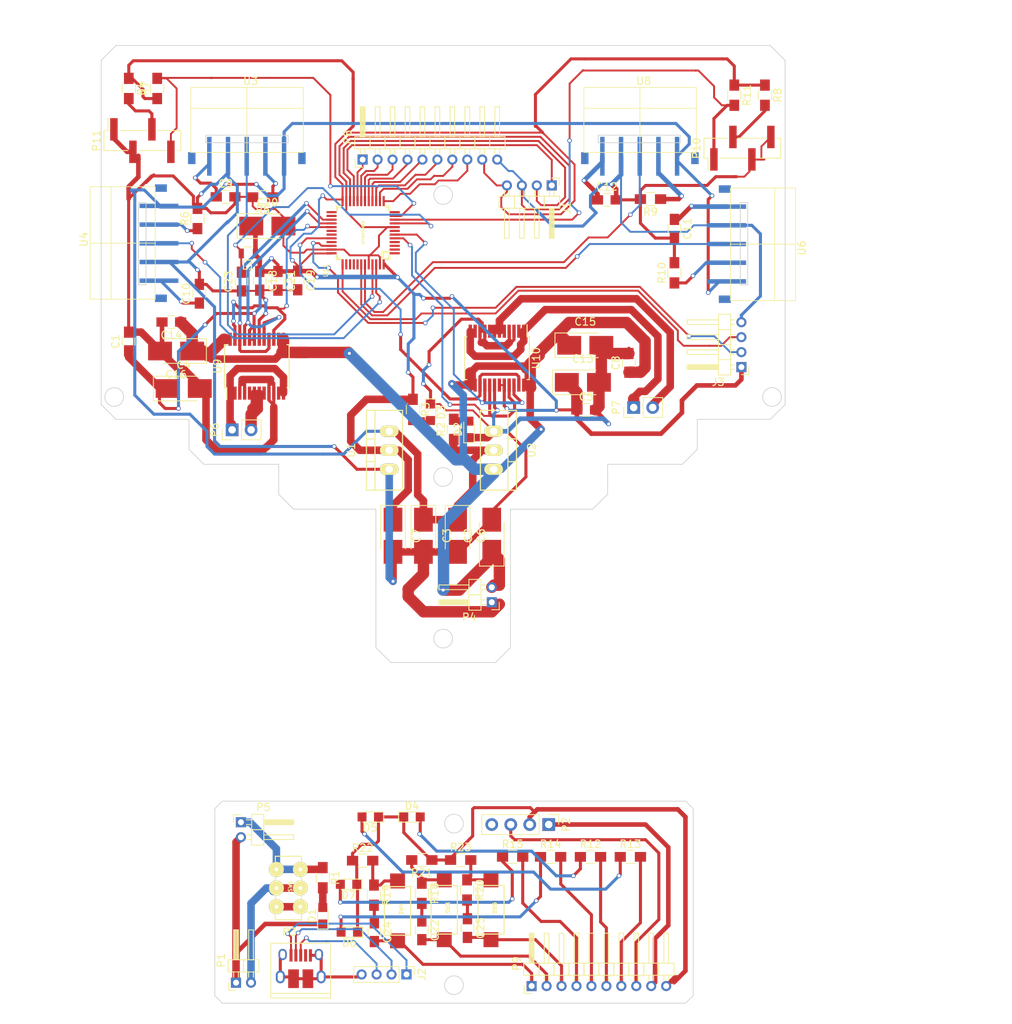
<source format=kicad_pcb>
(kicad_pcb (version 4) (host pcbnew 4.0.6-e0-6349~53~ubuntu16.04.1)
  (layers (0 F.Cu signal) (31 B.Cu signal) (34 B.Paste user) (35 F.Paste user) (36 B.SilkS user hide) (37 F.SilkS user) (38 B.Mask user hide) (39 F.Mask user hide) (44 Edge.Cuts user))
  (net 0 "")
  (net 1 +3V3)
  (net 2 GND)
  (net 3 VCC)
  (net 4 "Net-(C9-Pad1)")
  (net 5 "Net-(C10-Pad1)")
  (net 6 "Net-(C11-Pad1)")
  (net 7 "Net-(C12-Pad1)")
  (net 8 "Net-(C22-Pad1)")
  (net 9 /SW1)
  (net 10 "Net-(C23-Pad2)")
  (net 11 "Net-(C24-Pad1)")
  (net 12 /SW2)
  (net 13 "Net-(C25-Pad1)")
  (net 14 /SW3)
  (net 15 "Net-(D1-Pad2)")
  (net 16 "Net-(D1-Pad1)")
  (net 17 "Net-(D2-Pad2)")
  (net 18 "Net-(D3-Pad2)")
  (net 19 "Net-(D4-Pad2)")
  (net 20 "Net-(D5-Pad2)")
  (net 21 "Net-(D6-Pad2)")
  (net 22 "Net-(D7-Pad2)")
  (net 23 /TMS)
  (net 24 /CLK)
  (net 25 "Net-(P3-Pad4)")
  (net 26 "Net-(P5-Pad1)")
  (net 27 +5V)
  (net 28 /WEJ_L)
  (net 29 "Net-(R5-Pad1)")
  (net 30 "Net-(R6-Pad1)")
  (net 31 /KTIR_L)
  (net 32 /WEJ_P)
  (net 33 "Net-(R9-Pad1)")
  (net 34 "Net-(R10-Pad1)")
  (net 35 /KTIR_P)
  (net 36 /SLED_L)
  (net 37 /SLED_LB)
  (net 38 /SLED_P)
  (net 39 /SLED_PB)
  (net 40 "Net-(R18-Pad1)")
  (net 41 "Net-(R19-Pad1)")
  (net 42 "Net-(R20-Pad1)")
  (net 43 "Net-(P1-Pad2)")
  (net 44 "Net-(SW1-Pad1)")
  (net 45 /S_L)
  (net 46 /S_LB)
  (net 47 /S_PB)
  (net 48 /S_P)
  (net 49 /ML1)
  (net 50 /ML2)
  (net 51 /PWM_L)
  (net 52 /INL2)
  (net 53 /INL1)
  (net 54 /MP1)
  (net 55 /MP2)
  (net 56 /PWM_P)
  (net 57 /INP2)
  (net 58 /INP1)
  (net 59 "Net-(U11-Pad1)")
  (net 60 "Net-(U11-Pad2)")
  (net 61 "Net-(U11-Pad3)")
  (net 62 "Net-(U11-Pad4)")
  (net 63 "Net-(U11-Pad7)")
  (net 64 "Net-(U11-Pad12)")
  (net 65 /START)
  (net 66 /SL_LB)
  (net 67 /SL_L)
  (net 68 /SL_P)
  (net 69 /SL_PB)
  (net 70 /switch1)
  (net 71 /switch2)
  (net 72 /switch3)
  (net 73 /RX)
  (net 74 /TX)
  (net 75 "Net-(U11-Pad25)")
  (net 76 "Net-(U11-Pad26)")
  (net 77 "Net-(U11-Pad33)")
  (net 78 "Net-(U11-Pad38)")
  (net 79 "Net-(U11-Pad39)")
  (net 80 "Net-(U11-Pad40)")
  (net 81 "Net-(U11-Pad41)")
  (net 82 "Net-(P2-Pad1)")
  (net 83 "Net-(P2-Pad3)")
  (net 84 "Net-(P2-Pad4)")
  (net 85 "Net-(U11-Pad30)")
  (net 86 "Net-(U11-Pad31)")
  (net 87 "Net-(J2-Pad1)")
  (net 88 "Net-(J2-Pad2)")
  (net 89 "Net-(J2-Pad3)")
  (net 90 "Net-(J2-Pad4)")
  (module Capacitors_SMD:C_0805_HandSoldering (layer F.Cu) (at 107.3785 62.9285 90)
    (fp_text reference C1 (at 0 -1.75 90) (layer F.SilkS))
    (fp_text value 100nF)
    (pad 1 smd rect (at -1.25 0 90) (size 1.5 1.25) (layers F.Cu F.Paste F.Mask) (net 1 +3V3))
    (pad 2 smd rect (at 1.25 0 90) (size 1.5 1.25) (layers F.Cu F.Paste F.Mask) (net 2 GND))
  )
  (module Capacitors_SMD:C_0805_HandSoldering (layer F.Cu) (at 168.5925 72.0725)
    (fp_text reference C5 (at 0 -1.75) (layer F.SilkS))
    (fp_text value 100nF)
    (pad 1 smd rect (at -1.25 0) (size 1.5 1.25) (layers F.Cu F.Paste F.Mask) (net 1 +3V3))
    (pad 2 smd rect (at 1.25 0) (size 1.5 1.25) (layers F.Cu F.Paste F.Mask) (net 2 GND))
  )
  (module Capacitors_SMD:C_0805_HandSoldering (layer F.Cu) (at 174.3075 65.786 90)
    (fp_text reference C8 (at 0 -1.75 90) (layer F.SilkS))
    (fp_text value 100nF)
    (pad 1 smd rect (at -1.25 0 90) (size 1.5 1.25) (layers F.Cu F.Paste F.Mask) (net 3 VCC))
    (pad 2 smd rect (at 1.25 0 90) (size 1.5 1.25) (layers F.Cu F.Paste F.Mask) (net 2 GND))
  )
  (module Capacitors_SMD:C_0805_HandSoldering (layer F.Cu) (at 120.3452 43.5864)
    (fp_text reference C9 (at 0 -1.75) (layer F.SilkS))
    (fp_text value 100nF)
    (pad 1 smd rect (at -1.25 0) (size 1.5 1.25) (layers F.Cu F.Paste F.Mask) (net 4 "Net-(C9-Pad1)"))
    (pad 2 smd rect (at 1.25 0) (size 1.5 1.25) (layers F.Cu F.Paste F.Mask) (net 2 GND))
  )
  (module Capacitors_SMD:C_0805_HandSoldering (layer F.Cu) (at 116.84 56.5404 90)
    (fp_text reference C10 (at 0 -1.75 90) (layer F.SilkS))
    (fp_text value 100nF)
    (pad 1 smd rect (at -1.25 0 90) (size 1.5 1.25) (layers F.Cu F.Paste F.Mask) (net 5 "Net-(C10-Pad1)"))
    (pad 2 smd rect (at 1.25 0 90) (size 1.5 1.25) (layers F.Cu F.Paste F.Mask) (net 2 GND))
  )
  (module Capacitors_SMD:C_0805_HandSoldering (layer F.Cu) (at 180.3908 47.8536 270)
    (fp_text reference C11 (at 0 -1.75 270) (layer F.SilkS))
    (fp_text value 100nF)
    (pad 1 smd rect (at -1.25 0 270) (size 1.5 1.25) (layers F.Cu F.Paste F.Mask) (net 6 "Net-(C11-Pad1)"))
    (pad 2 smd rect (at 1.25 0 270) (size 1.5 1.25) (layers F.Cu F.Paste F.Mask) (net 2 GND))
  )
  (module Capacitors_SMD:C_0805_HandSoldering (layer F.Cu) (at 171.3484 43.9928)
    (fp_text reference C12 (at 0 -1.75) (layer F.SilkS))
    (fp_text value 100nF)
    (pad 1 smd rect (at -1.25 0) (size 1.5 1.25) (layers F.Cu F.Paste F.Mask) (net 7 "Net-(C12-Pad1)"))
    (pad 2 smd rect (at 1.25 0) (size 1.5 1.25) (layers F.Cu F.Paste F.Mask) (net 2 GND))
  )
  (module Capacitors_SMD:C_0805_HandSoldering (layer F.Cu) (at 113.0935 60.325 180)
    (fp_text reference C14 (at 0 -1.75 180) (layer F.SilkS))
    (fp_text value 100nF)
    (pad 1 smd rect (at -1.25 0 180) (size 1.5 1.25) (layers F.Cu F.Paste F.Mask) (net 3 VCC))
    (pad 2 smd rect (at 1.25 0 180) (size 1.5 1.25) (layers F.Cu F.Paste F.Mask) (net 2 GND))
  )
  (module Capacitors_SMD:C_0805_HandSoldering (layer F.Cu) (at 124.9172 54.8132 270)
    (fp_text reference C18 (at 0 -1.75 270) (layer F.SilkS))
    (fp_text value 100nF)
    (pad 1 smd rect (at -1.25 0 270) (size 1.5 1.25) (layers F.Cu F.Paste F.Mask) (net 1 +3V3))
    (pad 2 smd rect (at 1.25 0 270) (size 1.5 1.25) (layers F.Cu F.Paste F.Mask) (net 2 GND))
  )
  (module Capacitors_SMD:C_0805_HandSoldering (layer F.Cu) (at 129.9972 54.7624 270)
    (fp_text reference C19 (at 0 -1.75 270) (layer F.SilkS))
    (fp_text value 100nF)
    (pad 1 smd rect (at -1.25 0 270) (size 1.5 1.25) (layers F.Cu F.Paste F.Mask) (net 1 +3V3))
    (pad 2 smd rect (at 1.25 0 270) (size 1.5 1.25) (layers F.Cu F.Paste F.Mask) (net 2 GND))
  )
  (module Capacitors_SMD:C_0805_HandSoldering (layer F.Cu) (at 127.3556 54.8132 270)
    (fp_text reference C21 (at 0 -1.75 270) (layer F.SilkS))
    (fp_text value 100nF)
    (pad 1 smd rect (at -1.25 0 270) (size 1.5 1.25) (layers F.Cu F.Paste F.Mask) (net 1 +3V3))
    (pad 2 smd rect (at 1.25 0 270) (size 1.5 1.25) (layers F.Cu F.Paste F.Mask) (net 2 GND))
  )
  (module Capacitors_SMD:C_0805_HandSoldering (layer F.Cu) (at 122.4788 54.9148 90)
    (fp_text reference C23 (at 0 -1.75 90) (layer F.SilkS))
    (fp_text value 100nF)
    (pad 1 smd rect (at -1.25 0 90) (size 1.5 1.25) (layers F.Cu F.Paste F.Mask) (net 2 GND))
    (pad 2 smd rect (at 1.25 0 90) (size 1.5 1.25) (layers F.Cu F.Paste F.Mask) (net 10 "Net-(C23-Pad2)"))
  )
  (module LEDs:LED_0805 (layer F.Cu) (at 152.908 74.676 90)
    (fp_text reference D2 (at 0 -1.45 90) (layer F.SilkS))
    (fp_text value CZERWONA)
    (pad 2 smd rect (at 1.1 0 270) (size 1.2 1.2) (layers F.Cu F.Paste F.Mask) (net 17 "Net-(D2-Pad2)"))
    (pad 1 smd rect (at -1.1 0 270) (size 1.2 1.2) (layers F.Cu F.Paste F.Mask) (net 2 GND))
  )
  (module LEDs:LED_0805 (layer F.Cu) (at 147.7645 72.39 270)
    (fp_text reference D3 (at 0 -1.45 270) (layer F.SilkS))
    (fp_text value CZERWONA)
    (pad 2 smd rect (at 1.1 0 90) (size 1.2 1.2) (layers F.Cu F.Paste F.Mask) (net 18 "Net-(D3-Pad2)"))
    (pad 1 smd rect (at -1.1 0 90) (size 1.2 1.2) (layers F.Cu F.Paste F.Mask) (net 2 GND))
  )
  (module Resistors_SMD:R_0805 (layer F.Cu) (at 123.3932 51.1556 180)
    (fp_text reference L1 (at 0 -1.65 180) (layer F.SilkS))
    (fp_text value 10uH)
    (pad 1 smd rect (at -0.95 0 180) (size 0.7 1.3) (layers F.Cu F.Paste F.Mask) (net 1 +3V3))
    (pad 2 smd rect (at 0.95 0 180) (size 0.7 1.3) (layers F.Cu F.Paste F.Mask) (net 10 "Net-(C23-Pad2)"))
  )
  (module Resistors_SMD:R_0805_HandSoldering (layer F.Cu) (at 150.876 74.676 90)
    (fp_text reference R2 (at 0 -1.7 90) (layer F.SilkS))
    (fp_text value 200)
    (pad 1 smd rect (at -1.35 0 90) (size 1.5 1.3) (layers F.Cu F.Paste F.Mask) (net 27 +5V))
    (pad 2 smd rect (at 1.35 0 90) (size 1.5 1.3) (layers F.Cu F.Paste F.Mask) (net 17 "Net-(D2-Pad2)"))
  )
  (module Resistors_SMD:R_0805_HandSoldering (layer F.Cu) (at 145.415 72.009 270)
    (fp_text reference R3 (at 0 -1.7 270) (layer F.SilkS))
    (fp_text value 100)
    (pad 1 smd rect (at -1.35 0 270) (size 1.5 1.3) (layers F.Cu F.Paste F.Mask) (net 1 +3V3))
    (pad 2 smd rect (at 1.35 0 270) (size 1.5 1.3) (layers F.Cu F.Paste F.Mask) (net 18 "Net-(D3-Pad2)"))
  )
  (module Resistors_SMD:R_0805_HandSoldering (layer F.Cu) (at 107.4 29.1 270)
    (fp_text reference R4 (at 0 -1.7 270) (layer F.SilkS))
    (fp_text value 100)
    (pad 1 smd rect (at -1.35 0 270) (size 1.5 1.3) (layers F.Cu F.Paste F.Mask) (net 1 +3V3))
    (pad 2 smd rect (at 1.35 0 270) (size 1.5 1.3) (layers F.Cu F.Paste F.Mask) (net 28 /WEJ_L))
  )
  (module Resistors_SMD:R_0805_HandSoldering (layer F.Cu) (at 125.3236 43.6372 180)
    (fp_text reference R5 (at 0 -1.7 180) (layer F.SilkS))
    (fp_text value 1)
    (pad 1 smd rect (at -1.35 0 180) (size 1.5 1.3) (layers F.Cu F.Paste F.Mask) (net 29 "Net-(R5-Pad1)"))
    (pad 2 smd rect (at 1.35 0 180) (size 1.5 1.3) (layers F.Cu F.Paste F.Mask) (net 2 GND))
  )
  (module Resistors_SMD:R_0805_HandSoldering (layer F.Cu) (at 116.586 46.482 90)
    (fp_text reference R6 (at 0 -1.7 90) (layer F.SilkS))
    (fp_text value 1)
    (pad 1 smd rect (at -1.35 0 90) (size 1.5 1.3) (layers F.Cu F.Paste F.Mask) (net 30 "Net-(R6-Pad1)"))
    (pad 2 smd rect (at 1.35 0 90) (size 1.5 1.3) (layers F.Cu F.Paste F.Mask) (net 2 GND))
  )
  (module Resistors_SMD:R_0805_HandSoldering (layer F.Cu) (at 111.2 29.1 90)
    (fp_text reference R7 (at 0 -1.7 90) (layer F.SilkS))
    (fp_text value 1k)
    (pad 1 smd rect (at -1.35 0 90) (size 1.5 1.3) (layers F.Cu F.Paste F.Mask) (net 1 +3V3))
    (pad 2 smd rect (at 1.35 0 90) (size 1.5 1.3) (layers F.Cu F.Paste F.Mask) (net 31 /KTIR_L))
  )
  (module Resistors_SMD:R_0805_HandSoldering (layer F.Cu) (at 192.5 30 270)
    (fp_text reference R8 (at 0 -1.7 270) (layer F.SilkS))
    (fp_text value 100)
    (pad 1 smd rect (at -1.35 0 270) (size 1.5 1.3) (layers F.Cu F.Paste F.Mask) (net 1 +3V3))
    (pad 2 smd rect (at 1.35 0 270) (size 1.5 1.3) (layers F.Cu F.Paste F.Mask) (net 32 /WEJ_P))
  )
  (module Resistors_SMD:R_0805_HandSoldering (layer F.Cu) (at 177.1904 43.8912 180)
    (fp_text reference R9 (at 0 -1.7 180) (layer F.SilkS))
    (fp_text value 1)
    (pad 1 smd rect (at -1.35 0 180) (size 1.5 1.3) (layers F.Cu F.Paste F.Mask) (net 33 "Net-(R9-Pad1)"))
    (pad 2 smd rect (at 1.35 0 180) (size 1.5 1.3) (layers F.Cu F.Paste F.Mask) (net 2 GND))
  )
  (module Resistors_SMD:R_0805_HandSoldering (layer F.Cu) (at 180.3908 53.7464 90)
    (fp_text reference R10 (at 0 -1.7 90) (layer F.SilkS))
    (fp_text value 1)
    (pad 1 smd rect (at -1.35 0 90) (size 1.5 1.3) (layers F.Cu F.Paste F.Mask) (net 34 "Net-(R10-Pad1)"))
    (pad 2 smd rect (at 1.35 0 90) (size 1.5 1.3) (layers F.Cu F.Paste F.Mask) (net 2 GND))
  )
  (module Resistors_SMD:R_0805_HandSoldering (layer F.Cu) (at 188.4 30 270)
    (fp_text reference R11 (at 0 -1.7 270) (layer F.SilkS))
    (fp_text value 1k)
    (pad 1 smd rect (at -1.35 0 270) (size 1.5 1.3) (layers F.Cu F.Paste F.Mask) (net 1 +3V3))
    (pad 2 smd rect (at 1.35 0 270) (size 1.5 1.3) (layers F.Cu F.Paste F.Mask) (net 35 /KTIR_P))
  )
  (module warsztaty:LM1117_TO-220 (layer F.Cu) (at 142.24 77.47 90)
    (fp_text reference U1 (at 0 -5.08 90) (layer F.SilkS))
    (fp_text value LM1117)
    (pad 2 thru_hole oval (at 0 0 180) (size 2.49936 1.50114) (drill 1.00076) (layers *.Cu *.Mask F.SilkS) (net 1 +3V3))
    (pad 3 thru_hole oval (at -2.54 0 180) (size 2.49936 1.50114) (drill 1.00076) (layers *.Cu *.Mask F.SilkS) (net 2 GND))
    (pad 1 thru_hole oval (at 2.54 0 180) (size 2.49936 1.50114) (drill 1.00076) (layers *.Cu *.Mask F.SilkS) (net 27 +5V))
  )
  (module warsztaty:LM1117_TO-220 (layer F.Cu) (at 156.21 77.47 270)
    (fp_text reference U2 (at 0 -5.08 270) (layer F.SilkS))
    (fp_text value LM1117)
    (pad 2 thru_hole oval (at 0 0) (size 2.49936 1.50114) (drill 1.00076) (layers *.Cu *.Mask F.SilkS) (net 27 +5V))
    (pad 3 thru_hole oval (at -2.54 0) (size 2.49936 1.50114) (drill 1.00076) (layers *.Cu *.Mask F.SilkS) (net 2 GND))
    (pad 1 thru_hole oval (at 2.54 0) (size 2.49936 1.50114) (drill 1.00076) (layers *.Cu *.Mask F.SilkS) (net 3 VCC))
  )
  (module warsztaty:GP2Y0D340K_THC (layer F.Cu) (at 123.19 33.02)
    (fp_text reference U3 (at 0.508 -4.8975) (layer F.SilkS))
    (fp_text value "SHARP L")
    (pad 5 smd rect (at -5.0165 5.1435) (size 0.6 5.2) (layers B.Cu F.Paste F.Mask) (net 4 "Net-(C9-Pad1)"))
    (pad 4 smd rect (at -2.5165 5.1435) (size 0.6 5.2) (layers B.Cu F.Paste F.Mask) (net 2 GND))
    (pad 3 smd rect (at -0.0165 5.1435) (size 0.6 5.2) (layers B.Cu F.Paste F.Mask) (net 45 /S_L))
    (pad 2 smd rect (at 2.4835 5.1435) (size 0.6 5.2) (layers B.Cu F.Paste F.Mask) (net 29 "Net-(R5-Pad1)"))
    (pad 1 smd rect (at 4.9835 5.1435) (size 0.6 5.2) (layers B.Cu F.Paste F.Mask) (net 27 +5V))
    (pad 6 smd rect (at -7.366 5.3975) (size 1 1.6) (layers B.Cu F.Paste F.Mask))
    (pad 6 smd rect (at 7.366 5.3975) (size 1 1.6) (layers B.Cu F.Paste F.Mask))
  )
  (module warsztaty:GP2Y0D340K_THC (layer F.Cu) (at 106.299 49.784 90)
    (fp_text reference U4 (at 0.508 -4.8975 90) (layer F.SilkS))
    (fp_text value "SHARP LB")
    (pad 5 smd rect (at -5.0165 5.1435 90) (size 0.6 5.2) (layers B.Cu F.Paste F.Mask) (net 5 "Net-(C10-Pad1)"))
    (pad 4 smd rect (at -2.5165 5.1435 90) (size 0.6 5.2) (layers B.Cu F.Paste F.Mask) (net 2 GND))
    (pad 3 smd rect (at -0.0165 5.1435 90) (size 0.6 5.2) (layers B.Cu F.Paste F.Mask) (net 46 /S_LB))
    (pad 2 smd rect (at 2.4835 5.1435 90) (size 0.6 5.2) (layers B.Cu F.Paste F.Mask) (net 30 "Net-(R6-Pad1)"))
    (pad 1 smd rect (at 4.9835 5.1435 90) (size 0.6 5.2) (layers B.Cu F.Paste F.Mask) (net 27 +5V))
    (pad 6 smd rect (at -7.366 5.3975 90) (size 1 1.6) (layers B.Cu F.Paste F.Mask))
    (pad 6 smd rect (at 7.366 5.3975 90) (size 1 1.6) (layers B.Cu F.Paste F.Mask))
  )
  (module warsztaty:GP2Y0D340K_THC (layer F.Cu) (at 192.532 49.911 270)
    (fp_text reference U6 (at 0.508 -4.8975 270) (layer F.SilkS))
    (fp_text value "SHARP PB")
    (pad 5 smd rect (at -5.0165 5.1435 270) (size 0.6 5.2) (layers B.Cu F.Paste F.Mask) (net 6 "Net-(C11-Pad1)"))
    (pad 4 smd rect (at -2.5165 5.1435 270) (size 0.6 5.2) (layers B.Cu F.Paste F.Mask) (net 2 GND))
    (pad 3 smd rect (at -0.0165 5.1435 270) (size 0.6 5.2) (layers B.Cu F.Paste F.Mask) (net 47 /S_PB))
    (pad 2 smd rect (at 2.4835 5.1435 270) (size 0.6 5.2) (layers B.Cu F.Paste F.Mask) (net 34 "Net-(R10-Pad1)"))
    (pad 1 smd rect (at 4.9835 5.1435 270) (size 0.6 5.2) (layers B.Cu F.Paste F.Mask) (net 27 +5V))
    (pad 6 smd rect (at -7.366 5.3975 270) (size 1 1.6) (layers B.Cu F.Paste F.Mask))
    (pad 6 smd rect (at 7.366 5.3975 270) (size 1 1.6) (layers B.Cu F.Paste F.Mask))
  )
  (module warsztaty:GP2Y0D340K_THC (layer F.Cu) (at 175.768 33.02)
    (fp_text reference U8 (at 0.508 -4.8975) (layer F.SilkS))
    (fp_text value "SHARP P")
    (pad 5 smd rect (at -5.0165 5.1435) (size 0.6 5.2) (layers B.Cu F.Paste F.Mask) (net 7 "Net-(C12-Pad1)"))
    (pad 4 smd rect (at -2.5165 5.1435) (size 0.6 5.2) (layers B.Cu F.Paste F.Mask) (net 2 GND))
    (pad 3 smd rect (at -0.0165 5.1435) (size 0.6 5.2) (layers B.Cu F.Paste F.Mask) (net 48 /S_P))
    (pad 2 smd rect (at 2.4835 5.1435) (size 0.6 5.2) (layers B.Cu F.Paste F.Mask) (net 33 "Net-(R9-Pad1)"))
    (pad 1 smd rect (at 4.9835 5.1435) (size 0.6 5.2) (layers B.Cu F.Paste F.Mask) (net 27 +5V))
    (pad 6 smd rect (at -7.366 5.3975) (size 1 1.6) (layers B.Cu F.Paste F.Mask))
    (pad 6 smd rect (at 7.366 5.3975) (size 1 1.6) (layers B.Cu F.Paste F.Mask))
  )
  (module warsztaty:TB6612 (layer F.Cu) (at 124.5235 66.2305 90)
    (fp_text reference U9 (at 0 -5.25 90) (layer F.SilkS))
    (fp_text value TB6612)
    (pad 1 smd rect (at -3.6 -3.575 90) (size 1.75 0.45) (layers F.Cu F.Paste F.Mask) (net 49 /ML1))
    (pad 2 smd rect (at -3.6 -2.925 90) (size 1.75 0.45) (layers F.Cu F.Paste F.Mask) (net 49 /ML1))
    (pad 3 smd rect (at -3.6 -2.275 90) (size 1.75 0.45) (layers F.Cu F.Paste F.Mask) (net 2 GND))
    (pad 4 smd rect (at -3.6 -1.625 90) (size 1.75 0.45) (layers F.Cu F.Paste F.Mask) (net 2 GND))
    (pad 5 smd rect (at -3.6 -0.975 90) (size 1.75 0.45) (layers F.Cu F.Paste F.Mask) (net 50 /ML2))
    (pad 6 smd rect (at -3.6 -0.325 90) (size 1.75 0.45) (layers F.Cu F.Paste F.Mask) (net 50 /ML2))
    (pad 7 smd rect (at -3.6 0.325 90) (size 1.75 0.45) (layers F.Cu F.Paste F.Mask) (net 50 /ML2))
    (pad 8 smd rect (at -3.6 0.975 90) (size 1.75 0.45) (layers F.Cu F.Paste F.Mask) (net 50 /ML2))
    (pad 9 smd rect (at -3.6 1.625 90) (size 1.75 0.45) (layers F.Cu F.Paste F.Mask) (net 2 GND))
    (pad 10 smd rect (at -3.6 2.275 90) (size 1.75 0.45) (layers F.Cu F.Paste F.Mask) (net 2 GND))
    (pad 11 smd rect (at -3.6 2.925 90) (size 1.75 0.45) (layers F.Cu F.Paste F.Mask) (net 49 /ML1))
    (pad 12 smd rect (at -3.6 3.575 90) (size 1.75 0.45) (layers F.Cu F.Paste F.Mask) (net 49 /ML1))
    (pad 13 smd rect (at 3.6 3.575 90) (size 1.75 0.45) (layers F.Cu F.Paste F.Mask) (net 3 VCC))
    (pad 14 smd rect (at 3.6 2.925 90) (size 1.75 0.45) (layers F.Cu F.Paste F.Mask) (net 3 VCC))
    (pad 15 smd rect (at 3.6 2.275 90) (size 1.75 0.45) (layers F.Cu F.Paste F.Mask) (net 51 /PWM_L))
    (pad 16 smd rect (at 3.6 1.625 90) (size 1.75 0.45) (layers F.Cu F.Paste F.Mask) (net 52 /INL2))
    (pad 17 smd rect (at 3.6 0.975 90) (size 1.75 0.45) (layers F.Cu F.Paste F.Mask) (net 53 /INL1))
    (pad 18 smd rect (at 3.6 0.325 90) (size 1.75 0.45) (layers F.Cu F.Paste F.Mask) (net 2 GND))
    (pad 19 smd rect (at 3.6 -0.325 90) (size 1.75 0.45) (layers F.Cu F.Paste F.Mask) (net 1 +3V3))
    (pad 20 smd rect (at 3.6 -0.975 90) (size 1.75 0.45) (layers F.Cu F.Paste F.Mask) (net 1 +3V3))
    (pad 21 smd rect (at 3.6 -1.625 90) (size 1.75 0.45) (layers F.Cu F.Paste F.Mask) (net 53 /INL1))
    (pad 22 smd rect (at 3.6 -2.275 90) (size 1.75 0.45) (layers F.Cu F.Paste F.Mask) (net 52 /INL2))
    (pad 23 smd rect (at 3.6 -2.925 90) (size 1.75 0.45) (layers F.Cu F.Paste F.Mask) (net 51 /PWM_L))
    (pad 24 smd rect (at 3.6 -3.575 90) (size 1.75 0.45) (layers F.Cu F.Paste F.Mask) (net 3 VCC))
  )
  (module warsztaty:TB6612 (layer F.Cu) (at 156.6545 65.151 270)
    (fp_text reference U10 (at 0 -5.25 270) (layer F.SilkS))
    (fp_text value TB6612)
    (pad 1 smd rect (at -3.6 -3.575 270) (size 1.75 0.45) (layers F.Cu F.Paste F.Mask) (net 54 /MP1))
    (pad 2 smd rect (at -3.6 -2.925 270) (size 1.75 0.45) (layers F.Cu F.Paste F.Mask) (net 54 /MP1))
    (pad 3 smd rect (at -3.6 -2.275 270) (size 1.75 0.45) (layers F.Cu F.Paste F.Mask) (net 2 GND))
    (pad 4 smd rect (at -3.6 -1.625 270) (size 1.75 0.45) (layers F.Cu F.Paste F.Mask) (net 2 GND))
    (pad 5 smd rect (at -3.6 -0.975 270) (size 1.75 0.45) (layers F.Cu F.Paste F.Mask) (net 55 /MP2))
    (pad 6 smd rect (at -3.6 -0.325 270) (size 1.75 0.45) (layers F.Cu F.Paste F.Mask) (net 55 /MP2))
    (pad 7 smd rect (at -3.6 0.325 270) (size 1.75 0.45) (layers F.Cu F.Paste F.Mask) (net 55 /MP2))
    (pad 8 smd rect (at -3.6 0.975 270) (size 1.75 0.45) (layers F.Cu F.Paste F.Mask) (net 55 /MP2))
    (pad 9 smd rect (at -3.6 1.625 270) (size 1.75 0.45) (layers F.Cu F.Paste F.Mask) (net 2 GND))
    (pad 10 smd rect (at -3.6 2.275 270) (size 1.75 0.45) (layers F.Cu F.Paste F.Mask) (net 2 GND))
    (pad 11 smd rect (at -3.6 2.925 270) (size 1.75 0.45) (layers F.Cu F.Paste F.Mask) (net 54 /MP1))
    (pad 12 smd rect (at -3.6 3.575 270) (size 1.75 0.45) (layers F.Cu F.Paste F.Mask) (net 54 /MP1))
    (pad 13 smd rect (at 3.6 3.575 270) (size 1.75 0.45) (layers F.Cu F.Paste F.Mask) (net 3 VCC))
    (pad 14 smd rect (at 3.6 2.925 270) (size 1.75 0.45) (layers F.Cu F.Paste F.Mask) (net 3 VCC))
    (pad 15 smd rect (at 3.6 2.275 270) (size 1.75 0.45) (layers F.Cu F.Paste F.Mask) (net 56 /PWM_P))
    (pad 16 smd rect (at 3.6 1.625 270) (size 1.75 0.45) (layers F.Cu F.Paste F.Mask) (net 57 /INP2))
    (pad 17 smd rect (at 3.6 0.975 270) (size 1.75 0.45) (layers F.Cu F.Paste F.Mask) (net 58 /INP1))
    (pad 18 smd rect (at 3.6 0.325 270) (size 1.75 0.45) (layers F.Cu F.Paste F.Mask) (net 2 GND))
    (pad 19 smd rect (at 3.6 -0.325 270) (size 1.75 0.45) (layers F.Cu F.Paste F.Mask) (net 1 +3V3))
    (pad 20 smd rect (at 3.6 -0.975 270) (size 1.75 0.45) (layers F.Cu F.Paste F.Mask) (net 1 +3V3))
    (pad 21 smd rect (at 3.6 -1.625 270) (size 1.75 0.45) (layers F.Cu F.Paste F.Mask) (net 58 /INP1))
    (pad 22 smd rect (at 3.6 -2.275 270) (size 1.75 0.45) (layers F.Cu F.Paste F.Mask) (net 57 /INP2))
    (pad 23 smd rect (at 3.6 -2.925 270) (size 1.75 0.45) (layers F.Cu F.Paste F.Mask) (net 56 /PWM_P))
    (pad 24 smd rect (at 3.6 -3.575 270) (size 1.75 0.45) (layers F.Cu F.Paste F.Mask) (net 3 VCC))
  )
  (module misc:LQFP48 (layer F.Cu) (at 138.7475 48.387 90)
    (fp_text reference U11 (at -5.04952 -5.00126 90) (layer F.SilkS) (effects (font (size 0.59944 0.59944) (thickness 0.12446))))
    (fp_text value STM32F100C8 (at 0 0 90) (layer F.SilkS) (effects (font (size 0.29972 0.29972) (thickness 0.0762))))
    (pad 1 smd rect (at -2.74828 4.22402 270) (size 0.28956 1.34874) (layers F.Cu F.Paste F.Mask) (net 59 "Net-(U11-Pad1)"))
    (pad 2 smd rect (at -2.2479 4.22402 270) (size 0.28956 1.34874) (layers F.Cu F.Paste F.Mask) (net 60 "Net-(U11-Pad2)"))
    (pad 3 smd rect (at -1.74752 4.22402 270) (size 0.28956 1.34874) (layers F.Cu F.Paste F.Mask) (net 61 "Net-(U11-Pad3)"))
    (pad 4 smd rect (at -1.24968 4.22402 270) (size 0.28956 1.34874) (layers F.Cu F.Paste F.Mask) (net 62 "Net-(U11-Pad4)"))
    (pad 5 smd rect (at -0.7493 4.22402 270) (size 0.28956 1.34874) (layers F.Cu F.Paste F.Mask) (net 58 /INP1))
    (pad 6 smd rect (at -0.24892 4.22402 270) (size 0.28956 1.34874) (layers F.Cu F.Paste F.Mask) (net 57 /INP2))
    (pad 7 smd rect (at 0.24892 4.22402 270) (size 0.28956 1.34874) (layers F.Cu F.Paste F.Mask) (net 63 "Net-(U11-Pad7)"))
    (pad 8 smd rect (at 0.7493 4.22402 270) (size 0.28956 1.34874) (layers F.Cu F.Paste F.Mask) (net 2 GND))
    (pad 9 smd rect (at 1.24968 4.22402 270) (size 0.28956 1.34874) (layers F.Cu F.Paste F.Mask) (net 10 "Net-(C23-Pad2)"))
    (pad 10 smd rect (at 1.74752 4.22402 270) (size 0.28956 1.34874) (layers F.Cu F.Paste F.Mask) (net 35 /KTIR_P))
    (pad 11 smd rect (at 2.2479 4.22402 270) (size 0.28956 1.34874) (layers F.Cu F.Paste F.Mask) (net 31 /KTIR_L))
    (pad 12 smd rect (at 2.74828 4.22402 270) (size 0.28956 1.34874) (layers F.Cu F.Paste F.Mask) (net 64 "Net-(U11-Pad12)"))
    (pad 13 smd rect (at 4.22402 2.74828) (size 0.28956 1.34874) (layers F.Cu F.Paste F.Mask) (net 65 /START))
    (pad 14 smd rect (at 4.22402 2.2479) (size 0.28956 1.34874) (layers F.Cu F.Paste F.Mask) (net 66 /SL_LB))
    (pad 15 smd rect (at 4.22402 1.74752) (size 0.28956 1.34874) (layers F.Cu F.Paste F.Mask) (net 67 /SL_L))
    (pad 16 smd rect (at 4.22402 1.24968) (size 0.28956 1.34874) (layers F.Cu F.Paste F.Mask) (net 68 /SL_P))
    (pad 17 smd rect (at 4.22402 0.7493) (size 0.28956 1.34874) (layers F.Cu F.Paste F.Mask) (net 69 /SL_PB))
    (pad 18 smd rect (at 4.22402 0.24892) (size 0.28956 1.34874) (layers F.Cu F.Paste F.Mask) (net 70 /switch1))
    (pad 19 smd rect (at 4.22402 -0.24892) (size 0.28956 1.34874) (layers F.Cu F.Paste F.Mask) (net 71 /switch2))
    (pad 20 smd rect (at 4.22402 -0.7493) (size 0.28956 1.34874) (layers F.Cu F.Paste F.Mask) (net 72 /switch3))
    (pad 21 smd rect (at 4.22402 -1.24968) (size 0.28956 1.34874) (layers F.Cu F.Paste F.Mask) (net 73 /RX))
    (pad 22 smd rect (at 4.22402 -1.74752) (size 0.28956 1.34874) (layers F.Cu F.Paste F.Mask) (net 74 /TX))
    (pad 23 smd rect (at 4.22402 -2.2479) (size 0.28956 1.34874) (layers F.Cu F.Paste F.Mask) (net 2 GND))
    (pad 24 smd rect (at 4.22402 -2.74828) (size 0.28956 1.34874) (layers F.Cu F.Paste F.Mask) (net 1 +3V3))
    (pad 25 smd rect (at 2.74828 -4.22402 90) (size 0.28956 1.34874) (layers F.Cu F.Paste F.Mask) (net 75 "Net-(U11-Pad25)"))
    (pad 26 smd rect (at 2.2479 -4.22402 90) (size 0.28956 1.34874) (layers F.Cu F.Paste F.Mask) (net 76 "Net-(U11-Pad26)"))
    (pad 27 smd rect (at 1.74752 -4.22402 90) (size 0.28956 1.34874) (layers F.Cu F.Paste F.Mask) (net 52 /INL2))
    (pad 28 smd rect (at 1.24968 -4.22402 90) (size 0.28956 1.34874) (layers F.Cu F.Paste F.Mask) (net 53 /INL1))
    (pad 29 smd rect (at 0.7493 -4.22402 90) (size 0.28956 1.34874) (layers F.Cu F.Paste F.Mask) (net 51 /PWM_L))
    (pad 30 smd rect (at 0.24892 -4.22402 90) (size 0.28956 1.34874) (layers F.Cu F.Paste F.Mask) (net 85 "Net-(U11-Pad30)"))
    (pad 31 smd rect (at -0.24892 -4.22402 90) (size 0.28956 1.34874) (layers F.Cu F.Paste F.Mask) (net 86 "Net-(U11-Pad31)"))
    (pad 32 smd rect (at -0.7493 -4.22402 90) (size 0.28956 1.34874) (layers F.Cu F.Paste F.Mask) (net 56 /PWM_P))
    (pad 33 smd rect (at -1.24968 -4.22402 90) (size 0.28956 1.34874) (layers F.Cu F.Paste F.Mask) (net 77 "Net-(U11-Pad33)"))
    (pad 34 smd rect (at -1.74752 -4.22402 90) (size 0.28956 1.34874) (layers F.Cu F.Paste F.Mask) (net 23 /TMS))
    (pad 35 smd rect (at -2.2479 -4.22402 90) (size 0.28956 1.34874) (layers F.Cu F.Paste F.Mask) (net 2 GND))
    (pad 36 smd rect (at -2.74828 -4.22402 90) (size 0.28956 1.34874) (layers F.Cu F.Paste F.Mask) (net 1 +3V3))
    (pad 37 smd rect (at -4.22402 -2.74828 180) (size 0.28956 1.34874) (layers F.Cu F.Paste F.Mask) (net 24 /CLK))
    (pad 38 smd rect (at -4.22402 -2.2479 180) (size 0.28956 1.34874) (layers F.Cu F.Paste F.Mask) (net 78 "Net-(U11-Pad38)"))
    (pad 39 smd rect (at -4.22402 -1.74752 180) (size 0.28956 1.34874) (layers F.Cu F.Paste F.Mask) (net 79 "Net-(U11-Pad39)"))
    (pad 40 smd rect (at -4.22402 -1.24968 180) (size 0.28956 1.34874) (layers F.Cu F.Paste F.Mask) (net 80 "Net-(U11-Pad40)"))
    (pad 41 smd rect (at -4.22402 -0.7493 180) (size 0.28956 1.34874) (layers F.Cu F.Paste F.Mask) (net 81 "Net-(U11-Pad41)"))
    (pad 42 smd rect (at -4.22402 -0.24892 180) (size 0.28956 1.34874) (layers F.Cu F.Paste F.Mask) (net 47 /S_PB))
    (pad 43 smd rect (at -4.22402 0.24892 180) (size 0.28956 1.34874) (layers F.Cu F.Paste F.Mask) (net 48 /S_P))
    (pad 44 smd rect (at -4.22402 0.7493 180) (size 0.28956 1.34874) (layers F.Cu F.Paste F.Mask) (net 2 GND))
    (pad 45 smd rect (at -4.22402 1.24968 180) (size 0.28956 1.34874) (layers F.Cu F.Paste F.Mask) (net 45 /S_L))
    (pad 46 smd rect (at -4.22402 1.74752 180) (size 0.28956 1.34874) (layers F.Cu F.Paste F.Mask) (net 46 /S_LB))
    (pad 47 smd rect (at -4.22402 2.2479 180) (size 0.28956 1.34874) (layers F.Cu F.Paste F.Mask) (net 2 GND))
    (pad 48 smd rect (at -4.22402 2.74828 180) (size 0.28956 1.34874) (layers F.Cu F.Paste F.Mask) (net 1 +3V3))
  )
  (module Capacitors_Tantalum_SMD:CP_Tantalum_Case-B_EIA-3528-21_Hand (layer F.Cu) (at 168.148 68.3895)
    (fp_text reference C13 (at 0 -3.15) (layer F.SilkS))
    (fp_text value 100uF)
    (pad 1 smd rect (at -2.15 0) (size 3.2 2.5) (layers F.Cu F.Paste F.Mask) (net 1 +3V3))
    (pad 2 smd rect (at 2.15 0) (size 3.2 2.5) (layers F.Cu F.Paste F.Mask) (net 2 GND))
  )
  (module Capacitors_Tantalum_SMD:CP_Tantalum_Case-B_EIA-3528-21_Hand (layer F.Cu) (at 168.4655 63.4365)
    (fp_text reference C15 (at 0 -3.15) (layer F.SilkS))
    (fp_text value 100uF)
    (pad 1 smd rect (at -2.15 0) (size 3.2 2.5) (layers F.Cu F.Paste F.Mask) (net 3 VCC))
    (pad 2 smd rect (at 2.15 0) (size 3.2 2.5) (layers F.Cu F.Paste F.Mask) (net 2 GND))
  )
  (module Capacitors_Tantalum_SMD:CP_Tantalum_Case-B_EIA-3528-21_Hand (layer F.Cu) (at 113.7285 64.1985 180)
    (fp_text reference C16 (at 0 -3.15 180) (layer F.SilkS))
    (fp_text value 100uF)
    (pad 1 smd rect (at -2.15 0 180) (size 3.2 2.5) (layers F.Cu F.Paste F.Mask) (net 3 VCC))
    (pad 2 smd rect (at 2.15 0 180) (size 3.2 2.5) (layers F.Cu F.Paste F.Mask) (net 2 GND))
  )
  (module Capacitors_Tantalum_SMD:CP_Tantalum_Case-B_EIA-3528-21_Hand (layer F.Cu) (at 125.9332 47.498)
    (fp_text reference C20 (at 0 -3.15) (layer F.SilkS))
    (fp_text value 100uF)
    (pad 1 smd rect (at -2.15 0) (size 3.2 2.5) (layers F.Cu F.Paste F.Mask) (net 1 +3V3))
    (pad 2 smd rect (at 2.15 0) (size 3.2 2.5) (layers F.Cu F.Paste F.Mask) (net 2 GND))
  )
  (module Capacitors_Tantalum_SMD:CP_Tantalum_Case-B_EIA-3528-21_Hand (layer F.Cu) (at 114.7445 69.215)
    (fp_text reference C4 (at 0 -3.15) (layer F.SilkS))
    (fp_text value 100uF)
    (pad 1 smd rect (at -2.15 0) (size 3.2 2.5) (layers F.Cu F.Paste F.Mask) (net 1 +3V3))
    (pad 2 smd rect (at 2.15 0) (size 3.2 2.5) (layers F.Cu F.Paste F.Mask) (net 2 GND))
  )
  (module Capacitors_Tantalum_SMD:CP_Tantalum_Case-B_EIA-3528-21_Hand (layer F.Cu) (at 155.956 88.9 90)
    (fp_text reference C2 (at 0 -3.15 90) (layer F.SilkS))
    (fp_text value 10uF)
    (pad 1 smd rect (at -2.15 0 90) (size 3.2 2.5) (layers F.Cu F.Paste F.Mask) (net 3 VCC))
    (pad 2 smd rect (at 2.15 0 90) (size 3.2 2.5) (layers F.Cu F.Paste F.Mask) (net 2 GND))
  )
  (module Capacitors_Tantalum_SMD:CP_Tantalum_Case-B_EIA-3528-21_Hand (layer F.Cu) (at 146.812 88.9 270)
    (fp_text reference C3 (at 0 -3.15 270) (layer F.SilkS))
    (fp_text value 10uF)
    (pad 1 smd rect (at -2.15 0 270) (size 3.2 2.5) (layers F.Cu F.Paste F.Mask) (net 27 +5V))
    (pad 2 smd rect (at 2.15 0 270) (size 3.2 2.5) (layers F.Cu F.Paste F.Mask) (net 2 GND))
  )
  (module Capacitors_Tantalum_SMD:CP_Tantalum_Case-B_EIA-3528-21_Hand (layer F.Cu) (at 151.384 88.9 270)
    (fp_text reference C6 (at 0 -3.15 270) (layer F.SilkS))
    (fp_text value 10uF)
    (pad 1 smd rect (at -2.15 0 270) (size 3.2 2.5) (layers F.Cu F.Paste F.Mask) (net 27 +5V))
    (pad 2 smd rect (at 2.15 0 270) (size 3.2 2.5) (layers F.Cu F.Paste F.Mask) (net 2 GND))
  )
  (module Capacitors_Tantalum_SMD:CP_Tantalum_Case-B_EIA-3528-21_Hand (layer F.Cu) (at 142.748 88.9 270)
    (fp_text reference C7 (at 0 -3.15 270) (layer F.SilkS))
    (fp_text value 10uF)
    (pad 1 smd rect (at -2.15 0 270) (size 3.2 2.5) (layers F.Cu F.Paste F.Mask) (net 1 +3V3))
    (pad 2 smd rect (at 2.15 0 270) (size 3.2 2.5) (layers F.Cu F.Paste F.Mask) (net 2 GND))
  )
  (module Pin_Headers:Pin_Header_Angled_1x02_Pitch2.00mm (layer F.Cu) (at 155.956 97.79 180)
    (fp_text reference P4 (at 3 -2 180) (layer F.SilkS))
    (fp_text value "na glowna")
    (pad 1 thru_hole rect (at 0 0 180) (size 1.35 1.35) (drill 0.8) (layers *.Cu *.Mask) (net 2 GND))
    (pad 2 thru_hole oval (at 0 2 180) (size 1.35 1.35) (drill 0.8) (layers *.Cu *.Mask) (net 3 VCC))
  )
  (module Pin_Headers:Pin_Header_Angled_1x10_Pitch2.00mm (layer F.Cu) (at 138.684 38.608 90)
    (fp_text reference P8 (at 3 -2 90) (layer F.SilkS))
    (fp_text value glowna)
    (pad 1 thru_hole rect (at 0 0 90) (size 1.35 1.35) (drill 0.8) (layers *.Cu *.Mask) (net 72 /switch3))
    (pad 2 thru_hole oval (at 0 2 90) (size 1.35 1.35) (drill 0.8) (layers *.Cu *.Mask) (net 71 /switch2))
    (pad 3 thru_hole oval (at 0 4 90) (size 1.35 1.35) (drill 0.8) (layers *.Cu *.Mask) (net 70 /switch1))
    (pad 4 thru_hole oval (at 0 6 90) (size 1.35 1.35) (drill 0.8) (layers *.Cu *.Mask) (net 69 /SL_PB))
    (pad 5 thru_hole oval (at 0 8 90) (size 1.35 1.35) (drill 0.8) (layers *.Cu *.Mask) (net 68 /SL_P))
    (pad 6 thru_hole oval (at 0 10 90) (size 1.35 1.35) (drill 0.8) (layers *.Cu *.Mask) (net 67 /SL_L))
    (pad 7 thru_hole oval (at 0 12 90) (size 1.35 1.35) (drill 0.8) (layers *.Cu *.Mask) (net 66 /SL_LB))
    (pad 8 thru_hole oval (at 0 14 90) (size 1.35 1.35) (drill 0.8) (layers *.Cu *.Mask) (net 65 /START))
    (pad 9 thru_hole oval (at 0 16 90) (size 1.35 1.35) (drill 0.8) (layers *.Cu *.Mask) (net 1 +3V3))
    (pad 10 thru_hole oval (at 0 18 90) (size 1.35 1.35) (drill 0.8) (layers *.Cu *.Mask) (net 2 GND))
  )
  (module Pin_Headers:Pin_Header_Angled_1x04_Pitch2.00mm (layer F.Cu) (at 163.9824 42.0624 270)
    (fp_text reference J1 (at 3 -2 270) (layer F.SilkS))
    (fp_text value Bluetooth)
    (pad 1 thru_hole rect (at 0 0 270) (size 1.35 1.35) (drill 0.8) (layers *.Cu *.Mask) (net 73 /RX))
    (pad 2 thru_hole oval (at 0 2 270) (size 1.35 1.35) (drill 0.8) (layers *.Cu *.Mask) (net 74 /TX))
    (pad 3 thru_hole oval (at 0 4 270) (size 1.35 1.35) (drill 0.8) (layers *.Cu *.Mask) (net 2 GND))
    (pad 4 thru_hole oval (at 0 6 270) (size 1.35 1.35) (drill 0.8) (layers *.Cu *.Mask) (net 1 +3V3))
  )
  (module Pin_Headers:Pin_Header_Straight_1x02_Pitch2.54mm (layer F.Cu) (at 174.9425 71.755 90)
    (fp_text reference P7 (at 0 -2.33 90) (layer F.SilkS))
    (fp_text value MP)
    (pad 1 thru_hole rect (at 0 0 90) (size 1.7 1.7) (drill 1) (layers *.Cu *.Mask) (net 54 /MP1))
    (pad 2 thru_hole oval (at 0 2.54 90) (size 1.7 1.7) (drill 1) (layers *.Cu *.Mask) (net 55 /MP2))
  )
  (module Pin_Headers:Pin_Header_Straight_1x04_Pitch2.54mm_SMD_Pin1Left (layer F.Cu) (at 189.484 37.084 90)
    (fp_text reference P10 (at 0 -6.14 90) (layer F.SilkS))
    (fp_text value KTIRP)
    (pad 1 smd rect (at -1.5 -3.81 90) (size 3 1) (layers F.Cu F.Paste F.Mask) (net 35 /KTIR_P))
    (pad 3 smd rect (at -1.5 1.27 90) (size 3 1) (layers F.Cu F.Paste F.Mask) (net 2 GND))
    (pad 2 smd rect (at 1.5 -1.27 90) (size 3 1) (layers F.Cu F.Paste F.Mask) (net 32 /WEJ_P))
    (pad 4 smd rect (at 1.5 3.81 90) (size 3 1) (layers F.Cu F.Paste F.Mask) (net 2 GND))
  )
  (module Pin_Headers:Pin_Header_Straight_1x04_Pitch2.54mm_SMD_Pin1Right (layer F.Cu) (at 109.22 36.068 90)
    (fp_text reference P11 (at 0 -6.14 90) (layer F.SilkS))
    (fp_text value KTIRL)
    (pad 2 smd rect (at -1.5 -1.27 90) (size 3 1) (layers F.Cu F.Paste F.Mask) (net 2 GND))
    (pad 4 smd rect (at -1.5 3.81 90) (size 3 1) (layers F.Cu F.Paste F.Mask) (net 31 /KTIR_L))
    (pad 1 smd rect (at 1.5 -3.81 90) (size 3 1) (layers F.Cu F.Paste F.Mask) (net 2 GND))
    (pad 3 smd rect (at 1.5 1.27 90) (size 3 1) (layers F.Cu F.Paste F.Mask) (net 28 /WEJ_L))
  )
  (module Pin_Headers:Pin_Header_Straight_1x02_Pitch2.54mm (layer F.Cu) (at 121.2215 74.7395 90)
    (fp_text reference P6 (at 0 -2.33 90) (layer F.SilkS))
    (fp_text value ML)
    (pad 1 thru_hole rect (at 0 0 90) (size 1.7 1.7) (drill 1) (layers *.Cu *.Mask) (net 49 /ML1))
    (pad 2 thru_hole oval (at 0 2.54 90) (size 1.7 1.7) (drill 1) (layers *.Cu *.Mask) (net 50 /ML2))
  )
  (module Pin_Headers:Pin_Header_Angled_1x04_Pitch2.00mm (layer F.Cu) (at 189.35 66.35 180)
    (fp_text reference J3 (at 3.1 -2 180) (layer F.SilkS))
    (fp_text value CONN_01X04)
    (pad 1 thru_hole rect (at 0 0 180) (size 1.35 1.35) (drill 0.8) (layers *.Cu *.Mask) (net 1 +3V3))
    (pad 2 thru_hole oval (at 0 2 180) (size 1.35 1.35) (drill 0.8) (layers *.Cu *.Mask) (net 23 /TMS))
    (pad 3 thru_hole oval (at 0 4 180) (size 1.35 1.35) (drill 0.8) (layers *.Cu *.Mask) (net 24 /CLK))
    (pad 4 thru_hole oval (at 0 6 180) (size 1.35 1.35) (drill 0.8) (layers *.Cu *.Mask) (net 2 GND))
  )
  (module Pin_Headers:Pin_Header_Angled_1x02_Pitch2.00mm (layer F.Cu) (at 121.75 148.65 90)
    (fp_text reference P1 (at 3 -2 90) (layer F.SilkS))
    (fp_text value JST/XT60)
    (pad 1 thru_hole rect (at 0 0 90) (size 1.35 1.35) (drill 0.8) (layers *.Cu *.Mask) (net 16 "Net-(D1-Pad1)"))
    (pad 2 thru_hole oval (at 0 2 90) (size 1.35 1.35) (drill 0.8) (layers *.Cu *.Mask) (net 43 "Net-(P1-Pad2)"))
  )
  (module misc:przelacznik_tht (layer F.Cu) (at 130.5 140.25 90)
    (fp_text reference SW1 (at 4.5 -1.5 90) (layer F.SilkS) (effects (font (size 0.5 0.5) (thickness 0.1))))
    (fp_text value switch)
    (pad 3 thru_hole circle (at 6.75 -3.35 90) (size 2 2) (drill 0.5) (layers *.Cu *.Mask F.SilkS) (net 26 "Net-(P5-Pad1)"))
    (pad 2 thru_hole circle (at 4.25 -3.35 90) (size 2 2) (drill 0.5) (layers *.Cu *.Mask F.SilkS) (net 43 "Net-(P1-Pad2)"))
    (pad 1 thru_hole circle (at 1.75 -3.35 90) (size 2 2) (drill 0.5) (layers *.Cu *.Mask F.SilkS) (net 44 "Net-(SW1-Pad1)"))
    (pad 3 thru_hole circle (at 6.75 -0.15 90) (size 2 2) (drill 0.5) (layers *.Cu *.Mask F.SilkS) (net 26 "Net-(P5-Pad1)"))
    (pad 2 thru_hole circle (at 4.25 -0.15 90) (size 2 2) (drill 0.5) (layers *.Cu *.Mask F.SilkS) (net 43 "Net-(P1-Pad2)"))
    (pad 1 thru_hole circle (at 1.75 -0.15 90) (size 2 2) (drill 0.5) (layers *.Cu *.Mask F.SilkS) (net 44 "Net-(SW1-Pad1)"))
  )
  (module Resistors_SMD:R_0805_HandSoldering (layer F.Cu) (at 146.6 136.7 270)
    (fp_text reference R18 (at 0 -1.7 270) (layer F.SilkS))
    (fp_text value 100)
    (pad 1 smd rect (at -1.35 0 270) (size 1.5 1.3) (layers F.Cu F.Paste F.Mask) (net 40 "Net-(R18-Pad1)"))
    (pad 2 smd rect (at 1.35 0 270) (size 1.5 1.3) (layers F.Cu F.Paste F.Mask) (net 8 "Net-(C22-Pad1)"))
  )
  (module Capacitors_SMD:C_0805_HandSoldering (layer F.Cu) (at 146.6 141.65 270)
    (fp_text reference C22 (at 0 -1.75 270) (layer F.SilkS))
    (fp_text value 100nF)
    (pad 1 smd rect (at -1.25 0 270) (size 1.5 1.25) (layers F.Cu F.Paste F.Mask) (net 8 "Net-(C22-Pad1)"))
    (pad 2 smd rect (at 1.25 0 270) (size 1.5 1.25) (layers F.Cu F.Paste F.Mask) (net 9 /SW1))
  )
  (module Capacitors_SMD:C_0805_HandSoldering (layer F.Cu) (at 140.25 141.9 270)
    (fp_text reference C24 (at 0 -1.75 270) (layer F.SilkS))
    (fp_text value 100nF)
    (pad 1 smd rect (at -1.25 0 270) (size 1.5 1.25) (layers F.Cu F.Paste F.Mask) (net 11 "Net-(C24-Pad1)"))
    (pad 2 smd rect (at 1.25 0 270) (size 1.5 1.25) (layers F.Cu F.Paste F.Mask) (net 12 /SW2))
  )
  (module Capacitors_SMD:C_0805_HandSoldering (layer F.Cu) (at 152.7 141.35 270)
    (fp_text reference C25 (at 0 -1.75 270) (layer F.SilkS))
    (fp_text value 100nF)
    (pad 1 smd rect (at -1.25 0 270) (size 1.5 1.25) (layers F.Cu F.Paste F.Mask) (net 13 "Net-(C25-Pad1)"))
    (pad 2 smd rect (at 1.25 0 270) (size 1.5 1.25) (layers F.Cu F.Paste F.Mask) (net 14 /SW3))
  )
  (module LEDs:LED_0805 (layer F.Cu) (at 133.35 139.7 90)
    (fp_text reference D1 (at 0 -1.45 90) (layer F.SilkS))
    (fp_text value RED)
    (pad 2 smd rect (at 1.1 0 270) (size 1.2 1.2) (layers F.Cu F.Paste F.Mask) (net 15 "Net-(D1-Pad2)"))
    (pad 1 smd rect (at -1.1 0 270) (size 1.2 1.2) (layers F.Cu F.Paste F.Mask) (net 16 "Net-(D1-Pad1)"))
  )
  (module LEDs:LED_0805 (layer F.Cu) (at 145.288 126.492)
    (fp_text reference D4 (at 0 -1.45) (layer F.SilkS))
    (fp_text value ZIELONA)
    (pad 2 smd rect (at 1.1 0 180) (size 1.2 1.2) (layers F.Cu F.Paste F.Mask) (net 19 "Net-(D4-Pad2)"))
    (pad 1 smd rect (at -1.1 0 180) (size 1.2 1.2) (layers F.Cu F.Paste F.Mask) (net 2 GND))
  )
  (module LEDs:LED_0805 (layer F.Cu) (at 139.7 126.492 180)
    (fp_text reference D5 (at 0 -1.45 180) (layer F.SilkS))
    (fp_text value NIEBIESKA)
    (pad 2 smd rect (at 1.1 0) (size 1.2 1.2) (layers F.Cu F.Paste F.Mask) (net 20 "Net-(D5-Pad2)"))
    (pad 1 smd rect (at -1.1 0) (size 1.2 1.2) (layers F.Cu F.Paste F.Mask) (net 2 GND))
  )
  (module LEDs:LED_0805 (layer F.Cu) (at 136.9 141.9 180)
    (fp_text reference D6 (at 0 -1.45 180) (layer F.SilkS))
    (fp_text value ZIELONA)
    (pad 2 smd rect (at 1.1 0) (size 1.2 1.2) (layers F.Cu F.Paste F.Mask) (net 21 "Net-(D6-Pad2)"))
    (pad 1 smd rect (at -1.1 0) (size 1.2 1.2) (layers F.Cu F.Paste F.Mask) (net 2 GND))
  )
  (module LEDs:LED_0805 (layer F.Cu) (at 136.8 135.5 180)
    (fp_text reference D7 (at 0 -1.45 180) (layer F.SilkS))
    (fp_text value ZIELONA)
    (pad 2 smd rect (at 1.1 0) (size 1.2 1.2) (layers F.Cu F.Paste F.Mask) (net 22 "Net-(D7-Pad2)"))
    (pad 1 smd rect (at -1.1 0) (size 1.2 1.2) (layers F.Cu F.Paste F.Mask) (net 2 GND))
  )
  (module Connectors:USB_Micro-B_10103594-0001LF (layer F.Cu) (at 130.4 146.5)
    (fp_text reference P3 (at -1.5 -4.62) (layer F.SilkS))
    (fp_text value microUSB)
    (pad 1 smd rect (at -1.3 -1.5 90) (size 1.65 0.4) (layers F.Cu F.Paste F.Mask) (net 87 "Net-(J2-Pad1)"))
    (pad 2 smd rect (at -0.65 -1.5 90) (size 1.65 0.4) (layers F.Cu F.Paste F.Mask) (net 88 "Net-(J2-Pad2)"))
    (pad 3 smd rect (at 0 -1.5 90) (size 1.65 0.4) (layers F.Cu F.Paste F.Mask) (net 89 "Net-(J2-Pad3)"))
    (pad 4 smd rect (at 0.65 -1.5 90) (size 1.65 0.4) (layers F.Cu F.Paste F.Mask) (net 25 "Net-(P3-Pad4)"))
    (pad 5 smd rect (at 1.3 -1.5 90) (size 1.65 0.4) (layers F.Cu F.Paste F.Mask) (net 90 "Net-(J2-Pad4)"))
    (pad 6 thru_hole oval (at -2.42 -1.62 90) (size 1.5 1.1) (drill oval 1.05 0.65) (layers *.Cu *.Mask) (net 90 "Net-(J2-Pad4)"))
    (pad 6 thru_hole oval (at 2.42 -1.62 90) (size 1.5 1.1) (drill oval 1.05 0.65) (layers *.Cu *.Mask) (net 90 "Net-(J2-Pad4)"))
    (pad 6 thru_hole oval (at -2.73 1.38 90) (size 1.7 1.2) (drill oval 1.2 0.7) (layers *.Cu *.Mask) (net 90 "Net-(J2-Pad4)"))
    (pad 6 thru_hole oval (at 2.73 1.38 90) (size 1.7 1.2) (drill oval 1.2 0.7) (layers *.Cu *.Mask) (net 90 "Net-(J2-Pad4)"))
    (pad 6 smd rect (at -0.96 1.62 90) (size 2.5 1.43) (layers F.Cu F.Paste F.Mask) (net 90 "Net-(J2-Pad4)"))
    (pad 6 smd rect (at 0.96 1.62 90) (size 2.5 1.43) (layers F.Cu F.Paste F.Mask) (net 90 "Net-(J2-Pad4)"))
  )
  (module Resistors_SMD:R_0805_HandSoldering (layer F.Cu) (at 133.35 134.62 270)
    (fp_text reference R1 (at 0 -1.7 270) (layer F.SilkS))
    (fp_text value 330)
    (pad 1 smd rect (at -1.35 0 270) (size 1.5 1.3) (layers F.Cu F.Paste F.Mask) (net 26 "Net-(P5-Pad1)"))
    (pad 2 smd rect (at 1.35 0 270) (size 1.5 1.3) (layers F.Cu F.Paste F.Mask) (net 15 "Net-(D1-Pad2)"))
  )
  (module Resistors_SMD:R_0805_HandSoldering (layer F.Cu) (at 169.164 131.826)
    (fp_text reference R12 (at 0 -1.7) (layer F.SilkS))
    (fp_text value 100)
    (pad 1 smd rect (at -1.35 0) (size 1.5 1.3) (layers F.Cu F.Paste F.Mask) (net 19 "Net-(D4-Pad2)"))
    (pad 2 smd rect (at 1.35 0) (size 1.5 1.3) (layers F.Cu F.Paste F.Mask) (net 36 /SLED_L))
  )
  (module Resistors_SMD:R_0805_HandSoldering (layer F.Cu) (at 174.498 131.826)
    (fp_text reference R13 (at 0 -1.7) (layer F.SilkS))
    (fp_text value 30)
    (pad 1 smd rect (at -1.35 0) (size 1.5 1.3) (layers F.Cu F.Paste F.Mask) (net 20 "Net-(D5-Pad2)"))
    (pad 2 smd rect (at 1.35 0) (size 1.5 1.3) (layers F.Cu F.Paste F.Mask) (net 37 /SLED_LB))
  )
  (module Resistors_SMD:R_0805_HandSoldering (layer F.Cu) (at 163.83 131.826)
    (fp_text reference R14 (at 0 -1.7) (layer F.SilkS))
    (fp_text value 100)
    (pad 1 smd rect (at -1.35 0) (size 1.5 1.3) (layers F.Cu F.Paste F.Mask) (net 21 "Net-(D6-Pad2)"))
    (pad 2 smd rect (at 1.35 0) (size 1.5 1.3) (layers F.Cu F.Paste F.Mask) (net 38 /SLED_P))
  )
  (module Resistors_SMD:R_0805_HandSoldering (layer F.Cu) (at 158.75 131.826)
    (fp_text reference R15 (at 0 -1.7) (layer F.SilkS))
    (fp_text value 100)
    (pad 1 smd rect (at -1.35 0) (size 1.5 1.3) (layers F.Cu F.Paste F.Mask) (net 22 "Net-(D7-Pad2)"))
    (pad 2 smd rect (at 1.35 0) (size 1.5 1.3) (layers F.Cu F.Paste F.Mask) (net 39 /SLED_PB))
  )
  (module Resistors_SMD:R_0805_HandSoldering (layer F.Cu) (at 140.2 136.95 270)
    (fp_text reference R19 (at 0 -1.7 270) (layer F.SilkS))
    (fp_text value 100)
    (pad 1 smd rect (at -1.35 0 270) (size 1.5 1.3) (layers F.Cu F.Paste F.Mask) (net 41 "Net-(R19-Pad1)"))
    (pad 2 smd rect (at 1.35 0 270) (size 1.5 1.3) (layers F.Cu F.Paste F.Mask) (net 11 "Net-(C24-Pad1)"))
  )
  (module Resistors_SMD:R_0805_HandSoldering (layer F.Cu) (at 152.65 136.25 270)
    (fp_text reference R20 (at 0 -1.7 270) (layer F.SilkS))
    (fp_text value 100)
    (pad 1 smd rect (at -1.35 0 270) (size 1.5 1.3) (layers F.Cu F.Paste F.Mask) (net 42 "Net-(R20-Pad1)"))
    (pad 2 smd rect (at 1.35 0 270) (size 1.5 1.3) (layers F.Cu F.Paste F.Mask) (net 13 "Net-(C25-Pad1)"))
  )
  (module Resistors_SMD:R_0805_HandSoldering (layer F.Cu) (at 146.6 132.25 180)
    (fp_text reference R21 (at 0 -1.7 180) (layer F.SilkS))
    (fp_text value 330)
    (pad 1 smd rect (at -1.35 0 180) (size 1.5 1.3) (layers F.Cu F.Paste F.Mask) (net 2 GND))
    (pad 2 smd rect (at 1.35 0 180) (size 1.5 1.3) (layers F.Cu F.Paste F.Mask) (net 40 "Net-(R18-Pad1)"))
  )
  (module Resistors_SMD:R_0805_HandSoldering (layer F.Cu) (at 138.684 132.334)
    (fp_text reference R22 (at 0 -1.7) (layer F.SilkS))
    (fp_text value 330)
    (pad 1 smd rect (at -1.35 0) (size 1.5 1.3) (layers F.Cu F.Paste F.Mask) (net 2 GND))
    (pad 2 smd rect (at 1.35 0) (size 1.5 1.3) (layers F.Cu F.Paste F.Mask) (net 41 "Net-(R19-Pad1)"))
  )
  (module Resistors_SMD:R_0805_HandSoldering (layer F.Cu) (at 151.8 132.25)
    (fp_text reference R23 (at 0 -1.7) (layer F.SilkS))
    (fp_text value 330)
    (pad 1 smd rect (at -1.35 0) (size 1.5 1.3) (layers F.Cu F.Paste F.Mask) (net 2 GND))
    (pad 2 smd rect (at 1.35 0) (size 1.5 1.3) (layers F.Cu F.Paste F.Mask) (net 42 "Net-(R20-Pad1)"))
  )
  (module misc:tact_switch_smd (layer F.Cu) (at 149.6 142.9 90)
    (fp_text reference SW3 (at 4.25 0.5 90) (layer F.SilkS) (effects (font (size 0.5 0.5) (thickness 0.125))))
    (fp_text value sw1)
    (pad 1 smd rect (at 0 0 90) (size 2 2) (layers F.Cu F.Paste F.Mask) (net 9 /SW1))
    (pad 2 smd rect (at 8 0 90) (size 2 2) (layers F.Cu F.Paste F.Mask) (net 40 "Net-(R18-Pad1)"))
  )
  (module misc:tact_switch_smd (layer F.Cu) (at 143.35 143.05 90)
    (fp_text reference SW4 (at 4.25 0.5 90) (layer F.SilkS) (effects (font (size 0.5 0.5) (thickness 0.125))))
    (fp_text value sw1)
    (pad 1 smd rect (at 0 0 90) (size 2 2) (layers F.Cu F.Paste F.Mask) (net 12 /SW2))
    (pad 2 smd rect (at 8 0 90) (size 2 2) (layers F.Cu F.Paste F.Mask) (net 41 "Net-(R19-Pad1)"))
  )
  (module misc:tact_switch_smd (layer F.Cu) (at 155.85 142.9 90)
    (fp_text reference SW5 (at 4.25 0.5 90) (layer F.SilkS) (effects (font (size 0.5 0.5) (thickness 0.125))))
    (fp_text value sw1)
    (pad 1 smd rect (at 0 0 90) (size 2 2) (layers F.Cu F.Paste F.Mask) (net 14 /SW3))
    (pad 2 smd rect (at 8 0 90) (size 2 2) (layers F.Cu F.Paste F.Mask) (net 42 "Net-(R20-Pad1)"))
  )
  (module Pin_Headers:Pin_Header_Straight_1x04_Pitch2.54mm (layer F.Cu) (at 163.576 127.508 270)
    (fp_text reference P2 (at 0 -2.33 270) (layer F.SilkS))
    (fp_text value modul_startowy)
    (pad 1 thru_hole rect (at 0 0 270) (size 1.7 1.7) (drill 1) (layers *.Cu *.Mask) (net 82 "Net-(P2-Pad1)"))
    (pad 2 thru_hole oval (at 0 2.54 270) (size 1.7 1.7) (drill 1) (layers *.Cu *.Mask) (net 2 GND))
    (pad 3 thru_hole oval (at 0 5.08 270) (size 1.7 1.7) (drill 1) (layers *.Cu *.Mask) (net 83 "Net-(P2-Pad3)"))
    (pad 4 thru_hole oval (at 0 7.62 270) (size 1.7 1.7) (drill 1) (layers *.Cu *.Mask) (net 84 "Net-(P2-Pad4)"))
  )
  (module Pin_Headers:Pin_Header_Angled_1x02_Pitch2.00mm (layer F.Cu) (at 122.4 127.2)
    (fp_text reference P5 (at 3 -2) (layer F.SilkS))
    (fp_text value "z interfejsu")
    (pad 1 thru_hole rect (at 0 0) (size 1.35 1.35) (drill 0.8) (layers *.Cu *.Mask) (net 26 "Net-(P5-Pad1)"))
    (pad 2 thru_hole oval (at 0 2) (size 1.35 1.35) (drill 0.8) (layers *.Cu *.Mask) (net 16 "Net-(D1-Pad1)"))
  )
  (module Pin_Headers:Pin_Header_Angled_1x10_Pitch2.00mm (layer F.Cu) (at 161.29 149.098 90)
    (fp_text reference P9 (at 3 -2 90) (layer F.SilkS))
    (fp_text value interfejs)
    (pad 1 thru_hole rect (at 0 0 90) (size 1.35 1.35) (drill 0.8) (layers *.Cu *.Mask) (net 12 /SW2))
    (pad 2 thru_hole oval (at 0 2 90) (size 1.35 1.35) (drill 0.8) (layers *.Cu *.Mask) (net 9 /SW1))
    (pad 3 thru_hole oval (at 0 4 90) (size 1.35 1.35) (drill 0.8) (layers *.Cu *.Mask) (net 14 /SW3))
    (pad 4 thru_hole oval (at 0 6 90) (size 1.35 1.35) (drill 0.8) (layers *.Cu *.Mask) (net 39 /SLED_PB))
    (pad 5 thru_hole oval (at 0 8 90) (size 1.35 1.35) (drill 0.8) (layers *.Cu *.Mask) (net 38 /SLED_P))
    (pad 6 thru_hole oval (at 0 10 90) (size 1.35 1.35) (drill 0.8) (layers *.Cu *.Mask) (net 36 /SLED_L))
    (pad 7 thru_hole oval (at 0 12 90) (size 1.35 1.35) (drill 0.8) (layers *.Cu *.Mask) (net 37 /SLED_LB))
    (pad 8 thru_hole oval (at 0 14 90) (size 1.35 1.35) (drill 0.8) (layers *.Cu *.Mask) (net 83 "Net-(P2-Pad3)"))
    (pad 9 thru_hole oval (at 0 16 90) (size 1.35 1.35) (drill 0.8) (layers *.Cu *.Mask) (net 82 "Net-(P2-Pad1)"))
    (pad 10 thru_hole oval (at 0 18 90) (size 1.35 1.35) (drill 0.8) (layers *.Cu *.Mask) (net 2 GND))
  )
  (module Pin_Headers:Pin_Header_Straight_1x04_Pitch2.00mm (layer F.Cu) (at 144.55 147.55 270)
    (fp_text reference J2 (at 0 -2.06 270) (layer F.SilkS))
    (fp_text value CONN_01X04)
    (pad 1 thru_hole rect (at 0 0 270) (size 1.35 1.35) (drill 0.8) (layers *.Cu *.Mask) (net 87 "Net-(J2-Pad1)"))
    (pad 2 thru_hole oval (at 0 2 270) (size 1.35 1.35) (drill 0.8) (layers *.Cu *.Mask) (net 88 "Net-(J2-Pad2)"))
    (pad 3 thru_hole oval (at 0 4 270) (size 1.35 1.35) (drill 0.8) (layers *.Cu *.Mask) (net 89 "Net-(J2-Pad3)"))
    (pad 4 thru_hole oval (at 0 6 270) (size 1.35 1.35) (drill 0.8) (layers *.Cu *.Mask) (net 90 "Net-(J2-Pad4)"))
  )
  (gr_circle (center 149.4536 81.0489) (end 149.4536 79.7989) (layer Edge.Cuts) (width 0.1))
  (gr_circle (center 149.4536 102.6489) (end 149.4536 101.3989) (layer Edge.Cuts) (width 0.1))
  (gr_circle (center 149.4536 43.3489) (end 149.4536 42.0989) (layer Edge.Cuts) (width 0.1))
  (gr_circle (center 193.4536 70.3489) (end 193.4536 69.0989) (layer Edge.Cuts) (width 0.1))
  (gr_circle (center 105.4536 70.3489) (end 105.4536 69.0989) (layer Edge.Cuts) (width 0.1))
  (gr_line (start 158.4536 85.3489) (end 169.4536 85.3489) (layer Edge.Cuts) (width 0.1))
  (gr_line (start 158.4536 103.8489) (end 158.4536 85.3489) (layer Edge.Cuts) (width 0.1))
  (gr_line (start 156.4536 105.8489) (end 158.4536 103.8489) (layer Edge.Cuts) (width 0.1))
  (gr_line (start 142.4536 105.8489) (end 156.4536 105.8489) (layer Edge.Cuts) (width 0.1))
  (gr_line (start 140.4536 103.8489) (end 142.4536 105.8489) (layer Edge.Cuts) (width 0.1))
  (gr_line (start 140.4536 85.3489) (end 140.4536 103.8489) (layer Edge.Cuts) (width 0.1))
  (gr_line (start 129.4536 85.3489) (end 140.4536 85.3489) (layer Edge.Cuts) (width 0.1))
  (gr_line (start 127.4536 83.3489) (end 129.4536 85.3489) (layer Edge.Cuts) (width 0.1))
  (gr_line (start 127.4536 79.3489) (end 127.4536 83.3489) (layer Edge.Cuts) (width 0.1))
  (gr_line (start 117.4536 79.3489) (end 127.4536 79.3489) (layer Edge.Cuts) (width 0.1))
  (gr_line (start 115.4536 77.3489) (end 117.4536 79.3489) (layer Edge.Cuts) (width 0.1))
  (gr_line (start 115.4536 73.3489) (end 115.4536 77.3489) (layer Edge.Cuts) (width 0.1))
  (gr_line (start 105.7036 73.3489) (end 115.4536 73.3489) (layer Edge.Cuts) (width 0.1))
  (gr_line (start 103.7036 71.3489) (end 105.7036 73.3489) (layer Edge.Cuts) (width 0.1))
  (gr_line (start 103.7036 25.3489) (end 103.7036 71.3489) (layer Edge.Cuts) (width 0.1))
  (gr_line (start 105.7036 23.3489) (end 103.7036 25.3489) (layer Edge.Cuts) (width 0.1))
  (gr_line (start 193.2036 23.3489) (end 105.7036 23.3489) (layer Edge.Cuts) (width 0.1))
  (gr_line (start 195.2036 25.3489) (end 193.2036 23.3489) (layer Edge.Cuts) (width 0.1))
  (gr_line (start 195.2036 71.3489) (end 195.2036 25.3489) (layer Edge.Cuts) (width 0.1))
  (gr_line (start 193.2036 73.3489) (end 195.2036 71.3489) (layer Edge.Cuts) (width 0.1))
  (gr_line (start 183.4536 73.3489) (end 193.2036 73.3489) (layer Edge.Cuts) (width 0.1))
  (gr_line (start 183.4536 77.3489) (end 183.4536 73.3489) (layer Edge.Cuts) (width 0.1))
  (gr_line (start 181.4536 79.3489) (end 183.4536 77.3489) (layer Edge.Cuts) (width 0.1))
  (gr_line (start 171.4536 79.3489) (end 181.4536 79.3489) (layer Edge.Cuts) (width 0.1))
  (gr_line (start 171.4536 83.3489) (end 171.4536 79.3489) (layer Edge.Cuts) (width 0.1))
  (gr_line (start 169.4536 85.3489) (end 171.4536 83.3489) (layer Edge.Cuts) (width 0.1))
  (gr_line (start 108.7036 44.3489) (end 109.7036 44.3489) (layer Edge.Cuts) (width 0.1))
  (gr_line (start 108.7036 55.3489) (end 108.7036 44.3489) (layer Edge.Cuts) (width 0.1))
  (gr_line (start 109.7036 55.3489) (end 108.7036 55.3489) (layer Edge.Cuts) (width 0.1))
  (gr_line (start 109.7036 44.3489) (end 109.7036 55.3489) (layer Edge.Cuts) (width 0.1))
  (gr_line (start 128.7036 36.3489) (end 117.7036 36.3489) (layer Edge.Cuts) (width 0.1))
  (gr_line (start 128.7036 35.3489) (end 128.7036 36.3489) (layer Edge.Cuts) (width 0.1))
  (gr_line (start 117.7036 35.3489) (end 128.7036 35.3489) (layer Edge.Cuts) (width 0.1))
  (gr_line (start 117.7036 36.3489) (end 117.7036 35.3489) (layer Edge.Cuts) (width 0.1))
  (gr_line (start 181.2036 36.3489) (end 170.2036 36.3489) (layer Edge.Cuts) (width 0.1))
  (gr_line (start 181.2036 35.3489) (end 181.2036 36.3489) (layer Edge.Cuts) (width 0.1))
  (gr_line (start 170.2036 35.3489) (end 181.2036 35.3489) (layer Edge.Cuts) (width 0.1))
  (gr_line (start 170.2036 36.3489) (end 170.2036 35.3489) (layer Edge.Cuts) (width 0.1))
  (gr_line (start 190.2036 55.3489) (end 189.2036 55.3489) (layer Edge.Cuts) (width 0.1))
  (gr_line (start 190.2036 44.3489) (end 190.2036 55.3489) (layer Edge.Cuts) (width 0.1))
  (gr_line (start 189.2036 44.3489) (end 190.2036 44.3489) (layer Edge.Cuts) (width 0.1))
  (gr_line (start 189.2036 55.3489) (end 189.2036 44.3489) (layer Edge.Cuts) (width 0.1))
  (gr_circle (center 150.9014 127.3839) (end 150.9014 126.1339) (layer Edge.Cuts) (width 0.1))
  (gr_circle (center 150.9014 148.9839) (end 150.9014 147.7339) (layer Edge.Cuts) (width 0.1))
  (gr_line (start 181.9014 151.3839) (end 119.9014 151.3839) (layer Edge.Cuts) (width 0.1))
  (gr_line (start 182.9014 150.3839) (end 181.9014 151.3839) (layer Edge.Cuts) (width 0.1))
  (gr_line (start 182.9014 125.3839) (end 182.9014 150.3839) (layer Edge.Cuts) (width 0.1))
  (gr_line (start 181.9014 124.3839) (end 182.9014 125.3839) (layer Edge.Cuts) (width 0.1))
  (gr_line (start 119.9014 124.3839) (end 181.9014 124.3839) (layer Edge.Cuts) (width 0.1))
  (gr_line (start 118.9014 125.3839) (end 119.9014 124.3839) (layer Edge.Cuts) (width 0.1))
  (gr_line (start 118.9014 150.3839) (end 118.9014 125.3839) (layer Edge.Cuts) (width 0.1))
  (gr_line (start 119.9014 151.3839) (end 118.9014 150.3839) (layer Edge.Cuts) (width 0.1))
  (segment (start 161.8 34.151782) (end 161.913782 34.151782) (width 0.4064) (layer F.Cu) (net 1))
  (segment (start 161.913782 34.151782) (end 162.7632 35.0012) (width 0.4064) (layer F.Cu) (net 1))
  (segment (start 168.5 25.146) (end 166.554 25.146) (width 0.4064) (layer F.Cu) (net 1))
  (segment (start 161.8 34.151782) (end 161.8 34.151782) (width 0.4064) (layer F.Cu) (net 1))
  (segment (start 161.8 34.151782) (end 161.798 34.149782) (width 0.4064) (layer F.Cu) (net 1))
  (segment (start 161.8 29.9) (end 161.8 34.151782) (width 0.4064) (layer F.Cu) (net 1))
  (segment (start 166.554 25.146) (end 161.8 29.9) (width 0.4064) (layer F.Cu) (net 1))
  (segment (start 186.8 25.146) (end 187.446 25.146) (width 0.4064) (layer F.Cu) (net 1))
  (segment (start 188.4 26.1) (end 188.4 28.65) (width 0.4064) (layer F.Cu) (net 1))
  (segment (start 187.446 25.146) (end 188.4 26.1) (width 0.4064) (layer F.Cu) (net 1))
  (segment (start 188.4 28.65) (end 192.5 28.65) (width 0.4064) (layer F.Cu) (net 1))
  (segment (start 107.4 27.75) (end 107.85 27.75) (width 0.4064) (layer F.Cu) (net 1))
  (segment (start 107.85 27.75) (end 109.3 29.2) (width 0.4064) (layer F.Cu) (net 1))
  (segment (start 109.55 30.45) (end 111.2 30.45) (width 0.4064) (layer F.Cu) (net 1))
  (segment (start 109.3 30.2) (end 109.55 30.45) (width 0.4064) (layer F.Cu) (net 1))
  (segment (start 109.3 29.2) (end 109.3 30.2) (width 0.4064) (layer F.Cu) (net 1))
  (segment (start 108.1 25.4) (end 108 25.4) (width 0.4064) (layer F.Cu) (net 1))
  (segment (start 108 25.4) (end 107.4 26) (width 0.4064) (layer F.Cu) (net 1))
  (segment (start 107.4 26) (end 107.4 27.75) (width 0.4064) (layer F.Cu) (net 1))
  (segment (start 111.4 25.4) (end 111.252 25.4) (width 0.4064) (layer F.Cu) (net 1))
  (segment (start 111.252 25.4) (end 108.1 25.4) (width 0.4064) (layer F.Cu) (net 1))
  (segment (start 107.3 27.25) (end 107.55 27.25) (width 0.254) (layer F.Cu) (net 1))
  (segment (start 167.3425 72.0725) (end 167.3425 73.3071) (width 0.6096) (layer F.Cu) (net 1))
  (segment (start 167.3425 73.3071) (end 169.2854 75.25) (width 0.6096) (layer F.Cu) (net 1))
  (segment (start 178.6 75.25) (end 181.4 72.45) (width 0.6096) (layer F.Cu) (net 1))
  (segment (start 169.2854 75.25) (end 178.6 75.25) (width 0.6096) (layer F.Cu) (net 1))
  (segment (start 181.4 72.45) (end 181.4 70.8) (width 0.6096) (layer F.Cu) (net 1))
  (segment (start 183.4 68.8) (end 188.55 68.8) (width 0.6096) (layer F.Cu) (net 1))
  (segment (start 181.4 70.8) (end 183.4 68.8) (width 0.6096) (layer F.Cu) (net 1))
  (segment (start 188.55 68.8) (end 189.35 68) (width 0.6096) (layer F.Cu) (net 1))
  (segment (start 189.35 68) (end 189.35 66.35) (width 0.6096) (layer F.Cu) (net 1))
  (segment (start 157.9824 42.0624) (end 156.6164 42.0624) (width 0.25) (layer F.Cu) (net 1))
  (segment (start 154.94 40.386) (end 154.94 38.864) (width 0.25) (layer F.Cu) (net 1))
  (segment (start 156.6164 42.0624) (end 154.94 40.386) (width 0.25) (layer F.Cu) (net 1))
  (segment (start 154.94 38.864) (end 154.684 38.608) (width 0.25) (layer F.Cu) (net 1))
  (segment (start 158.242 45.9232) (end 158.1912 45.9232) (width 0.25) (layer F.Cu) (net 1))
  (segment (start 162.7632 35.0012) (end 162.833309 35.071309) (width 0.254) (layer F.Cu) (net 1))
  (segment (start 165.2016 45.9232) (end 158.242 45.9232) (width 0.254) (layer F.Cu) (net 1))
  (segment (start 167.0304 44.0944) (end 165.2016 45.9232) (width 0.254) (layer F.Cu) (net 1))
  (segment (start 167.0304 39.2684) (end 167.0304 44.0944) (width 0.254) (layer F.Cu) (net 1))
  (segment (start 162.833309 35.071309) (end 167.0304 39.2684) (width 0.254) (layer F.Cu) (net 1))
  (segment (start 157.9824 42.9316) (end 157.9824 42.0624) (width 0.25) (layer F.Cu) (net 1))
  (segment (start 157.226 43.688) (end 157.9824 42.9316) (width 0.25) (layer F.Cu) (net 1))
  (segment (start 157.226 44.958) (end 157.226 43.688) (width 0.25) (layer F.Cu) (net 1))
  (segment (start 158.1912 45.9232) (end 157.226 44.958) (width 0.25) (layer F.Cu) (net 1))
  (segment (start 132.842 25.4) (end 135.89 25.4) (width 0.4064) (layer F.Cu) (net 1))
  (segment (start 111.4 25.4) (end 111.5 25.4) (width 0.4064) (layer F.Cu) (net 1))
  (segment (start 111.5 25.4) (end 132.842 25.4) (width 0.4064) (layer F.Cu) (net 1))
  (segment (start 137.414 26.924) (end 137.414 27.94) (width 0.4064) (layer F.Cu) (net 1))
  (segment (start 135.89 25.4) (end 137.414 26.924) (width 0.4064) (layer F.Cu) (net 1))
  (segment (start 168.402 25.146) (end 168.5 25.146) (width 0.4064) (layer F.Cu) (net 1))
  (segment (start 168.5 25.146) (end 186.8 25.146) (width 0.4064) (layer F.Cu) (net 1))
  (segment (start 186.8 25.146) (end 186.944 25.146) (width 0.4064) (layer F.Cu) (net 1))
  (segment (start 164.592 72.136) (end 164.592 70.866) (width 0.4064) (layer B.Cu) (net 1))
  (segment (start 146.304 56.642) (end 145.542 56.642) (width 0.4064) (layer B.Cu) (net 1))
  (segment (start 146.812 57.15) (end 146.304 56.642) (width 0.4064) (layer B.Cu) (net 1))
  (via (at 146.812 57.15) (size 0.6) (drill 0.4) (layers F.Cu B.Cu) (net 1))
  (segment (start 150.368 57.15) (end 146.812 57.15) (width 0.4064) (layer F.Cu) (net 1))
  (segment (start 150.622 56.896) (end 150.368 57.15) (width 0.4064) (layer F.Cu) (net 1))
  (via (at 150.622 56.896) (size 0.6) (drill 0.4) (layers F.Cu B.Cu) (net 1))
  (segment (start 164.592 70.866) (end 150.622 56.896) (width 0.4064) (layer B.Cu) (net 1))
  (segment (start 164.592 72.136) (end 158.242 72.136) (width 0.4064) (layer B.Cu) (net 1))
  (segment (start 158.242 72.136) (end 157.988 71.882) (width 0.4064) (layer B.Cu) (net 1))
  (segment (start 157.6295 68.751) (end 157.6295 71.5235) (width 0.4064) (layer F.Cu) (net 1))
  (segment (start 164.6555 72.0725) (end 167.3425 72.0725) (width 0.4064) (layer F.Cu) (net 1))
  (segment (start 164.592 72.136) (end 164.6555 72.0725) (width 0.4064) (layer F.Cu) (net 1))
  (via (at 164.592 72.136) (size 0.6) (drill 0.4) (layers F.Cu B.Cu) (net 1))
  (segment (start 157.988 71.882) (end 158.242 72.136) (width 0.4064) (layer B.Cu) (net 1))
  (via (at 157.988 71.882) (size 0.6) (drill 0.4) (layers F.Cu B.Cu) (net 1))
  (segment (start 157.6295 71.5235) (end 157.988 71.882) (width 0.4064) (layer F.Cu) (net 1))
  (segment (start 123.5485 62.6305) (end 124.1985 62.6305) (width 0.4064) (layer F.Cu) (net 1))
  (segment (start 156.9795 68.751) (end 157.6295 68.751) (width 0.25) (layer F.Cu) (net 1))
  (segment (start 137.414 34.1376) (end 136.5504 35.0012) (width 0.4064) (layer F.Cu) (net 1))
  (segment (start 137.414 27.94) (end 137.414 34.1376) (width 0.4064) (layer F.Cu) (net 1))
  (segment (start 137.414 27.686) (end 137.414 27.94) (width 0.4064) (layer F.Cu) (net 1))
  (segment (start 124.206 59.182) (end 119.126 59.182) (width 0.4064) (layer F.Cu) (net 1))
  (segment (start 111.506 71.12) (end 111.506 70.3035) (width 0.4064) (layer F.Cu) (net 1))
  (segment (start 112.268 71.882) (end 111.506 71.12) (width 0.4064) (layer F.Cu) (net 1))
  (segment (start 114.046 71.882) (end 112.268 71.882) (width 0.4064) (layer F.Cu) (net 1))
  (via (at 114.046 71.882) (size 0.6) (drill 0.4) (layers F.Cu B.Cu) (net 1))
  (segment (start 114.046 64.262) (end 114.046 71.882) (width 0.4064) (layer B.Cu) (net 1))
  (segment (start 117.602 60.706) (end 114.046 64.262) (width 0.4064) (layer B.Cu) (net 1))
  (via (at 117.602 60.706) (size 0.6) (drill 0.4) (layers F.Cu B.Cu) (net 1))
  (segment (start 119.126 59.182) (end 117.602 60.706) (width 0.4064) (layer F.Cu) (net 1))
  (segment (start 111.506 70.3035) (end 112.5945 69.215) (width 0.4064) (layer F.Cu) (net 1))
  (segment (start 124.1552 60.198) (end 124.1552 59.2328) (width 0.4064) (layer F.Cu) (net 1))
  (segment (start 127.3556 52.6796) (end 127.3556 53.5632) (width 0.4064) (layer F.Cu) (net 1))
  (segment (start 126.492 51.816) (end 127.3556 52.6796) (width 0.4064) (layer F.Cu) (net 1))
  (via (at 126.492 51.816) (size 0.6) (drill 0.4) (layers F.Cu B.Cu) (net 1))
  (segment (start 124.968 53.34) (end 126.492 51.816) (width 0.4064) (layer B.Cu) (net 1))
  (segment (start 124.968 58.42) (end 124.968 53.34) (width 0.4064) (layer B.Cu) (net 1))
  (segment (start 124.206 59.182) (end 124.968 58.42) (width 0.4064) (layer B.Cu) (net 1))
  (via (at 124.206 59.182) (size 0.6) (drill 0.4) (layers F.Cu B.Cu) (net 1))
  (segment (start 124.1552 59.2328) (end 124.206 59.182) (width 0.4064) (layer F.Cu) (net 1))
  (segment (start 129.9972 53.5124) (end 129.9972 52.7812) (width 0.254) (layer F.Cu) (net 1))
  (segment (start 129.9972 52.7812) (end 129.286 52.07) (width 0.254) (layer F.Cu) (net 1))
  (segment (start 133.858 43.942) (end 135.99922 43.942) (width 0.254) (layer F.Cu) (net 1))
  (segment (start 133.35 43.434) (end 133.858 43.942) (width 0.254) (layer F.Cu) (net 1))
  (via (at 133.35 43.434) (size 0.6) (drill 0.4) (layers F.Cu B.Cu) (net 1))
  (segment (start 132.842 43.942) (end 133.35 43.434) (width 0.254) (layer B.Cu) (net 1))
  (segment (start 132.842 47.498) (end 132.842 43.942) (width 0.254) (layer B.Cu) (net 1))
  (segment (start 131.826 48.514) (end 132.842 47.498) (width 0.254) (layer B.Cu) (net 1))
  (segment (start 130.81 48.514) (end 131.826 48.514) (width 0.254) (layer B.Cu) (net 1))
  (segment (start 129.032 50.292) (end 130.81 48.514) (width 0.254) (layer B.Cu) (net 1))
  (segment (start 129.032 51.816) (end 129.032 50.292) (width 0.254) (layer B.Cu) (net 1))
  (segment (start 129.286 52.07) (end 129.032 51.816) (width 0.254) (layer B.Cu) (net 1))
  (via (at 129.286 52.07) (size 0.6) (drill 0.4) (layers F.Cu B.Cu) (net 1))
  (segment (start 135.99922 43.942) (end 135.99922 44.16298) (width 0.254) (layer F.Cu) (net 1))
  (segment (start 157.6295 68.751) (end 157.6295 69.1925) (width 0.4064) (layer F.Cu) (net 1))
  (segment (start 141.7828 52.7812) (end 143.3576 54.356) (width 0.4064) (layer F.Cu) (net 1))
  (segment (start 144.78 67.056) (end 144.78 63.246) (width 0.4064) (layer B.Cu) (net 1))
  (segment (start 145.415 67.691) (end 144.78 67.056) (width 0.4064) (layer F.Cu) (net 1))
  (via (at 144.78 67.056) (size 0.6) (drill 0.4) (layers F.Cu B.Cu) (net 1))
  (segment (start 145.415 70.659) (end 145.415 67.691) (width 0.4064) (layer F.Cu) (net 1))
  (segment (start 145.542 62.484) (end 145.542 56.642) (width 0.4064) (layer B.Cu) (net 1))
  (segment (start 144.78 63.246) (end 145.542 62.484) (width 0.4064) (layer B.Cu) (net 1))
  (segment (start 145.542 56.642) (end 145.542 56.5404) (width 0.4064) (layer B.Cu) (net 1))
  (segment (start 145.542 56.5404) (end 143.3576 54.356) (width 0.4064) (layer B.Cu) (net 1))
  (segment (start 141.64564 52.578) (end 141.61262 52.61102) (width 0.4064) (layer F.Cu) (net 1))
  (segment (start 132.588 54.3052) (end 143.3068 54.3052) (width 0.6096) (layer B.Cu) (net 1))
  (via (at 132.588 54.3052) (size 0.6) (drill 0.4) (layers F.Cu B.Cu) (net 1))
  (segment (start 143.3068 54.3052) (end 143.3576 54.356) (width 0.6096) (layer B.Cu) (net 1))
  (via (at 143.3576 54.356) (size 0.6) (drill 0.4) (layers F.Cu B.Cu) (net 1))
  (segment (start 141.7828 52.7812) (end 141.61262 52.61102) (width 0.254) (layer F.Cu) (net 1))
  (segment (start 129.9972 53.5124) (end 131.7952 53.5124) (width 0.6096) (layer F.Cu) (net 1))
  (segment (start 131.7952 53.5124) (end 132.588 54.3052) (width 0.6096) (layer F.Cu) (net 1))
  (segment (start 131.7952 53.5124) (end 132.588 54.3052) (width 0.254) (layer F.Cu) (net 1))
  (segment (start 141.61262 52.61102) (end 141.49578 52.61102) (width 0.254) (layer F.Cu) (net 1))
  (segment (start 124.1985 62.6305) (end 124.1985 60.8509) (width 0.4064) (layer F.Cu) (net 1))
  (segment (start 124.1985 60.8509) (end 124.1552 60.8076) (width 0.4064) (layer F.Cu) (net 1))
  (segment (start 127.3556 53.5632) (end 129.9464 53.5632) (width 0.6096) (layer F.Cu) (net 1))
  (segment (start 129.9464 53.5632) (end 129.9972 53.5124) (width 0.6096) (layer F.Cu) (net 1))
  (segment (start 124.9172 53.5632) (end 127.3556 53.5632) (width 0.6096) (layer F.Cu) (net 1))
  (segment (start 124.3432 51.1556) (end 124.3432 51.3436) (width 0.6096) (layer F.Cu) (net 1))
  (segment (start 124.3432 51.3436) (end 124.9172 51.9176) (width 0.6096) (layer F.Cu) (net 1))
  (segment (start 124.9172 51.9176) (end 124.9172 53.5632) (width 0.6096) (layer F.Cu) (net 1))
  (segment (start 124.3432 51.1556) (end 124.3432 48.058) (width 0.6096) (layer F.Cu) (net 1))
  (segment (start 124.3432 48.058) (end 123.7832 47.498) (width 0.6096) (layer F.Cu) (net 1))
  (segment (start 123.5485 61.4143) (end 124.1552 60.8076) (width 0.4064) (layer F.Cu) (net 1))
  (segment (start 124.1552 60.8076) (end 124.1552 60.198) (width 0.4064) (layer F.Cu) (net 1))
  (segment (start 124.1552 60.198) (end 124.1552 59.8932) (width 0.4064) (layer F.Cu) (net 1))
  (segment (start 123.5485 62.6305) (end 123.5485 61.4143) (width 0.4064) (layer F.Cu) (net 1))
  (segment (start 122.5296 47.498) (end 123.7832 47.498) (width 0.6096) (layer F.Cu) (net 1))
  (segment (start 131.8768 51.1556) (end 134.50316 51.1556) (width 0.254) (layer F.Cu) (net 1))
  (segment (start 134.50316 51.1556) (end 134.52348 51.13528) (width 0.254) (layer F.Cu) (net 1))
  (segment (start 135.99922 44.16298) (end 135.99922 41.91762) (width 0.254) (layer F.Cu) (net 1))
  (segment (start 135.0264 36.5252) (end 136.5504 35.0012) (width 0.254) (layer F.Cu) (net 1))
  (segment (start 135.0264 40.9448) (end 135.0264 36.5252) (width 0.254) (layer F.Cu) (net 1))
  (segment (start 135.99922 41.91762) (end 135.0264 40.9448) (width 0.254) (layer F.Cu) (net 1))
  (segment (start 136.5504 35.0012) (end 162.7632 35.0012) (width 0.254) (layer F.Cu) (net 1))
  (segment (start 130.282 53.7972) (end 129.9972 53.5124) (width 0.254) (layer F.Cu) (net 1))
  (segment (start 124.3432 48.058) (end 123.7832 47.498) (width 0.254) (layer F.Cu) (net 1))
  (segment (start 124.9172 53.5632) (end 124.9172 51.7296) (width 0.254) (layer F.Cu) (net 1))
  (segment (start 124.9172 51.7296) (end 124.3432 51.1556) (width 0.254) (layer F.Cu) (net 1))
  (segment (start 129.9464 53.5632) (end 129.9972 53.5124) (width 0.254) (layer F.Cu) (net 1))
  (segment (start 131.89712 51.13528) (end 131.8768 51.1556) (width 0.254) (layer F.Cu) (net 1))
  (segment (start 131.8768 51.1556) (end 129.9972 53.0352) (width 0.254) (layer F.Cu) (net 1))
  (segment (start 129.9972 53.0352) (end 129.9972 53.5124) (width 0.254) (layer F.Cu) (net 1))
  (segment (start 107.3785 64.1785) (end 107.3785 65.024) (width 1.01) (layer F.Cu) (net 1))
  (segment (start 107.3785 65.024) (end 111.5695 69.215) (width 1.01) (layer F.Cu) (net 1))
  (segment (start 111.5695 69.215) (end 112.5945 69.215) (width 1.01) (layer F.Cu) (net 1))
  (segment (start 167.3425 72.0725) (end 167.3425 69.734) (width 1.524) (layer F.Cu) (net 1))
  (segment (start 167.3425 69.734) (end 165.998 68.3895) (width 1.524) (layer F.Cu) (net 1))
  (segment (start 145.415 70.659) (end 139.2085 70.659) (width 1.01) (layer F.Cu) (net 1))
  (segment (start 138.303 77.47) (end 142.24 77.47) (width 1.01) (layer F.Cu) (net 1))
  (segment (start 137.0965 76.2635) (end 138.303 77.47) (width 1.01) (layer F.Cu) (net 1))
  (segment (start 137.0965 72.771) (end 137.0965 76.2635) (width 1.01) (layer F.Cu) (net 1))
  (segment (start 139.2085 70.659) (end 137.0965 72.771) (width 1.01) (layer F.Cu) (net 1))
  (segment (start 142.748 86.75) (end 142.748 84.836) (width 1.01) (layer F.Cu) (net 1))
  (segment (start 143.51 77.47) (end 142.24 77.47) (width 1.01) (layer F.Cu) (net 1))
  (segment (start 144.78 78.74) (end 143.51 77.47) (width 1.01) (layer F.Cu) (net 1))
  (segment (start 144.78 82.804) (end 144.78 78.74) (width 1.01) (layer F.Cu) (net 1))
  (segment (start 142.748 84.836) (end 144.78 82.804) (width 1.01) (layer F.Cu) (net 1))
  (segment (start 143.002 77.47) (end 142.24 77.47) (width 1.01) (layer F.Cu) (net 1))
  (segment (start 170.9 73.25) (end 159.74928 73.25) (width 0.6096) (layer B.Cu) (net 2))
  (segment (start 159.74928 73.25) (end 158.06928 74.93) (width 0.6096) (layer B.Cu) (net 2))
  (segment (start 158.06928 74.93) (end 156.21 74.93) (width 0.6096) (layer B.Cu) (net 2))
  (segment (start 171.6 73.95) (end 170.9 73.25) (width 0.6096) (layer B.Cu) (net 2))
  (segment (start 169.8425 72.0725) (end 169.8425 72.1925) (width 0.6096) (layer F.Cu) (net 2))
  (segment (start 169.8425 72.1925) (end 171.6 73.95) (width 0.6096) (layer F.Cu) (net 2))
  (via (at 171.6 73.95) (size 0.6) (drill 0.4) (layers F.Cu B.Cu) (net 2))
  (segment (start 189.35 60.35) (end 189.35 59.4) (width 0.4064) (layer B.Cu) (net 2))
  (segment (start 190.7445 47.3945) (end 187.3885 47.3945) (width 0.4064) (layer B.Cu) (net 2))
  (segment (start 191.9 48.55) (end 190.7445 47.3945) (width 0.4064) (layer B.Cu) (net 2))
  (segment (start 191.9 56.85) (end 191.9 48.55) (width 0.4064) (layer B.Cu) (net 2))
  (segment (start 189.35 59.4) (end 191.9 56.85) (width 0.4064) (layer B.Cu) (net 2))
  (segment (start 174.3075 64.536) (end 171.715 64.536) (width 1.524) (layer F.Cu) (net 2))
  (segment (start 156.21 98.044) (end 156.972 98.044) (width 0.6096) (layer F.Cu) (net 2))
  (segment (start 146.812 93.98) (end 144.78 96.012) (width 1.524) (layer F.Cu) (net 2))
  (segment (start 144.78 96.012) (end 144.78 97.028) (width 1.524) (layer F.Cu) (net 2))
  (segment (start 144.78 97.028) (end 146.812 99.06) (width 1.524) (layer F.Cu) (net 2))
  (segment (start 146.812 99.06) (end 155.956 99.06) (width 1.524) (layer F.Cu) (net 2))
  (segment (start 155.956 99.06) (end 156.972 98.044) (width 1.524) (layer F.Cu) (net 2))
  (segment (start 146.812 93.98) (end 146.812 91.05) (width 1.524) (layer F.Cu) (net 2))
  (segment (start 156.21 98.044) (end 155.956 97.79) (width 0.6096) (layer F.Cu) (net 2))
  (segment (start 107.95 37.568) (end 107.95 37.846) (width 0.6096) (layer F.Cu) (net 2))
  (segment (start 107.95 37.846) (end 108.68 38.576) (width 0.6096) (layer F.Cu) (net 2))
  (segment (start 105.41 34.568) (end 105.41 35.814) (width 0.6096) (layer F.Cu) (net 2))
  (segment (start 105.41 35.814) (end 107.164 37.568) (width 0.6096) (layer F.Cu) (net 2))
  (segment (start 107.164 37.568) (end 107.95 37.568) (width 0.6096) (layer F.Cu) (net 2))
  (segment (start 192.024 38.608) (end 192.024 36.854) (width 0.25) (layer F.Cu) (net 2))
  (segment (start 192.024 36.854) (end 193.294 35.584) (width 0.25) (layer F.Cu) (net 2))
  (segment (start 190.436 38.608) (end 192.024 38.608) (width 0.254) (layer F.Cu) (net 2))
  (segment (start 192.024 38.608) (end 192.436 38.608) (width 0.254) (layer F.Cu) (net 2))
  (segment (start 188.468 40.894) (end 189.738 40.894) (width 0.254) (layer F.Cu) (net 2))
  (segment (start 190.436 40.196) (end 190.436 38.608) (width 0.254) (layer F.Cu) (net 2))
  (segment (start 189.738 40.894) (end 190.436 40.196) (width 0.254) (layer F.Cu) (net 2))
  (segment (start 108.68 38.1) (end 108.68 38.576) (width 0.6096) (layer F.Cu) (net 2))
  (segment (start 108.68 38.576) (end 108.68 40.926) (width 0.6096) (layer F.Cu) (net 2))
  (segment (start 108.68 40.926) (end 108.204 41.402) (width 0.6096) (layer F.Cu) (net 2))
  (segment (start 159.9824 42.0624) (end 159.9824 41.3644) (width 0.25) (layer B.Cu) (net 2))
  (segment (start 158.208 40.132) (end 156.684 38.608) (width 0.25) (layer B.Cu) (net 2))
  (segment (start 158.75 40.132) (end 158.208 40.132) (width 0.25) (layer B.Cu) (net 2))
  (segment (start 159.9824 41.3644) (end 158.75 40.132) (width 0.25) (layer B.Cu) (net 2))
  (segment (start 162.052 45.466) (end 160.274 43.688) (width 0.25) (layer B.Cu) (net 2))
  (segment (start 170.688 41.91) (end 169.164 43.434) (width 0.4064) (layer B.Cu) (net 2))
  (segment (start 169.164 43.434) (end 169.164 44.958) (width 0.4064) (layer B.Cu) (net 2))
  (segment (start 169.164 44.958) (end 169.926 45.72) (width 0.4064) (layer B.Cu) (net 2))
  (segment (start 169.926 45.72) (end 168.148 47.498) (width 0.4064) (layer B.Cu) (net 2))
  (segment (start 168.148 47.498) (end 164.084 47.498) (width 0.4064) (layer B.Cu) (net 2))
  (segment (start 164.084 47.498) (end 162.052 45.466) (width 0.4064) (layer B.Cu) (net 2))
  (segment (start 171.958 41.91) (end 170.688 41.91) (width 0.4064) (layer B.Cu) (net 2))
  (segment (start 160.274 43.688) (end 160.274 42.354) (width 0.25) (layer B.Cu) (net 2))
  (segment (start 160.274 42.354) (end 159.9824 42.0624) (width 0.25) (layer B.Cu) (net 2))
  (segment (start 160.782 45.2628) (end 160.5788 45.2628) (width 0.25) (layer F.Cu) (net 2))
  (segment (start 160.5788 45.2628) (end 159.9824 44.6664) (width 0.25) (layer F.Cu) (net 2))
  (segment (start 159.9824 44.6664) (end 159.9824 42.0624) (width 0.25) (layer F.Cu) (net 2))
  (segment (start 147.7645 71.29) (end 149.014 71.29) (width 0.254) (layer F.Cu) (net 2))
  (segment (start 153.416 72.136) (end 156.21 74.93) (width 0.254) (layer F.Cu) (net 2))
  (segment (start 149.86 72.136) (end 153.416 72.136) (width 0.254) (layer F.Cu) (net 2))
  (segment (start 149.014 71.29) (end 149.86 72.136) (width 0.254) (layer F.Cu) (net 2))
  (segment (start 156.3295 68.751) (end 156.3295 71.7475) (width 0.4064) (layer F.Cu) (net 2))
  (segment (start 156.3295 71.7475) (end 156.718 72.136) (width 0.4064) (layer F.Cu) (net 2))
  (via (at 156.718 72.136) (size 0.6) (drill 0.4) (layers F.Cu B.Cu) (net 2))
  (segment (start 156.718 72.136) (end 156.21 72.644) (width 0.4064) (layer B.Cu) (net 2))
  (segment (start 156.21 72.644) (end 156.21 74.93) (width 0.4064) (layer B.Cu) (net 2))
  (segment (start 156.21 74.93) (end 157.988 74.93) (width 0.4064) (layer F.Cu) (net 2))
  (segment (start 157.988 74.93) (end 160.528 77.47) (width 0.4064) (layer F.Cu) (net 2))
  (segment (start 160.528 77.47) (end 160.528 81.026) (width 0.4064) (layer F.Cu) (net 2))
  (segment (start 160.528 81.026) (end 155.956 85.598) (width 0.4064) (layer F.Cu) (net 2))
  (segment (start 155.956 85.598) (end 155.956 86.75) (width 0.4064) (layer F.Cu) (net 2))
  (segment (start 154.686 61.551) (end 154.686 60.452) (width 0.4064) (layer F.Cu) (net 2))
  (segment (start 147.7645 69.5325) (end 147.7645 71.29) (width 0.4064) (layer F.Cu) (net 2))
  (segment (start 146.812 68.58) (end 147.7645 69.5325) (width 0.4064) (layer F.Cu) (net 2))
  (via (at 146.812 68.58) (size 0.6) (drill 0.4) (layers F.Cu B.Cu) (net 2))
  (segment (start 146.812 66.802) (end 146.812 68.58) (width 0.4064) (layer B.Cu) (net 2))
  (segment (start 147.574 66.04) (end 146.812 66.802) (width 0.4064) (layer B.Cu) (net 2))
  (via (at 147.574 66.04) (size 0.6) (drill 0.4) (layers F.Cu B.Cu) (net 2))
  (segment (start 147.574 64.262) (end 147.574 66.04) (width 0.4064) (layer F.Cu) (net 2))
  (segment (start 151.892 59.944) (end 147.574 64.262) (width 0.4064) (layer F.Cu) (net 2))
  (segment (start 154.178 59.944) (end 151.892 59.944) (width 0.4064) (layer F.Cu) (net 2))
  (segment (start 154.686 60.452) (end 154.178 59.944) (width 0.4064) (layer F.Cu) (net 2))
  (segment (start 154.3795 61.551) (end 154.686 61.551) (width 0.4064) (layer F.Cu) (net 2))
  (segment (start 154.686 61.551) (end 155.0295 61.551) (width 0.4064) (layer F.Cu) (net 2))
  (segment (start 142.24 80.01) (end 137.922 80.01) (width 0.4064) (layer F.Cu) (net 2))
  (segment (start 134.874 76.962) (end 125.476 76.962) (width 0.4064) (layer B.Cu) (net 2))
  (via (at 134.874 76.962) (size 0.6) (drill 0.4) (layers F.Cu B.Cu) (net 2))
  (segment (start 137.922 80.01) (end 134.874 76.962) (width 0.4064) (layer F.Cu) (net 2))
  (segment (start 118.872 58.3184) (end 118.872 75.2856) (width 0.4064) (layer B.Cu) (net 2))
  (segment (start 125.476 76.962) (end 119.634 76.962) (width 0.4064) (layer B.Cu) (net 2))
  (segment (start 119.634 76.962) (end 118.872 76.2) (width 0.4064) (layer B.Cu) (net 2))
  (segment (start 118.872 76.2) (end 118.872 75.2856) (width 0.4064) (layer B.Cu) (net 2))
  (segment (start 118.872 58.3184) (end 112.8541 52.3005) (width 0.4064) (layer B.Cu) (net 2))
  (segment (start 125.73 76.962) (end 125.476 76.962) (width 0.4064) (layer B.Cu) (net 2))
  (segment (start 120.4722 47.0662) (end 120.5738 47.0662) (width 0.4064) (layer B.Cu) (net 2))
  (segment (start 120.6735 40.9175) (end 120.6735 38.1635) (width 0.4064) (layer B.Cu) (net 2))
  (segment (start 121.92 42.164) (end 120.6735 40.9175) (width 0.4064) (layer B.Cu) (net 2))
  (segment (start 121.92 45.72) (end 121.92 42.164) (width 0.4064) (layer B.Cu) (net 2))
  (segment (start 120.5738 47.0662) (end 121.92 45.72) (width 0.4064) (layer B.Cu) (net 2))
  (segment (start 120.6735 38.1635) (end 120.6735 40.3625) (width 0.4064) (layer B.Cu) (net 2))
  (segment (start 120.6735 40.3625) (end 119.126 41.91) (width 0.4064) (layer B.Cu) (net 2))
  (segment (start 119.126 41.91) (end 118.364 41.91) (width 0.4064) (layer B.Cu) (net 2))
  (segment (start 118.364 41.91) (end 117.094 43.18) (width 0.4064) (layer B.Cu) (net 2))
  (via (at 117.094 43.18) (size 0.6) (drill 0.4) (layers F.Cu B.Cu) (net 2))
  (segment (start 117.094 43.18) (end 116.586 43.688) (width 0.4064) (layer F.Cu) (net 2))
  (segment (start 116.586 43.688) (end 116.586 45.132) (width 0.4064) (layer F.Cu) (net 2))
  (segment (start 116.586 45.132) (end 117.776 45.132) (width 0.4064) (layer F.Cu) (net 2))
  (segment (start 121.5952 44.5208) (end 121.5952 43.5864) (width 0.4064) (layer F.Cu) (net 2))
  (segment (start 120.396 45.72) (end 121.5952 44.5208) (width 0.4064) (layer F.Cu) (net 2))
  (segment (start 118.364 45.72) (end 120.396 45.72) (width 0.4064) (layer F.Cu) (net 2))
  (segment (start 117.776 45.132) (end 118.364 45.72) (width 0.4064) (layer F.Cu) (net 2))
  (segment (start 116.0488 44.5948) (end 116.0488 43.5064) (width 0.4064) (layer F.Cu) (net 2))
  (segment (start 116.0488 43.5064) (end 113.3348 40.7924) (width 0.4064) (layer F.Cu) (net 2))
  (segment (start 116.0488 44.5948) (end 116.586 45.132) (width 0.4064) (layer F.Cu) (net 2))
  (segment (start 125.73 59.182) (end 125.73 57.404) (width 0.4064) (layer B.Cu) (net 2))
  (segment (start 124.8485 60.0635) (end 125.73 59.182) (width 0.4064) (layer F.Cu) (net 2))
  (via (at 125.73 59.182) (size 0.6) (drill 0.4) (layers F.Cu B.Cu) (net 2))
  (via (at 125.73 57.404) (size 0.6) (drill 0.4) (layers F.Cu B.Cu) (net 2))
  (segment (start 124.9172 56.5912) (end 125.73 57.404) (width 0.4064) (layer F.Cu) (net 2))
  (segment (start 124.8485 60.0635) (end 124.8485 62.6305) (width 0.4064) (layer F.Cu) (net 2))
  (segment (start 124.9172 56.5912) (end 124.9172 56.0632) (width 0.4064) (layer F.Cu) (net 2))
  (segment (start 122.4788 56.1648) (end 118.6488 56.1648) (width 0.4064) (layer F.Cu) (net 2))
  (segment (start 117.7744 55.2904) (end 116.84 55.2904) (width 0.4064) (layer F.Cu) (net 2))
  (segment (start 118.6488 56.1648) (end 117.7744 55.2904) (width 0.4064) (layer F.Cu) (net 2))
  (segment (start 134.52348 50.6349) (end 131.2291 50.6349) (width 0.254) (layer F.Cu) (net 2))
  (segment (start 128.0832 50.1052) (end 128.0832 47.498) (width 0.254) (layer F.Cu) (net 2))
  (segment (start 129.032 51.054) (end 128.0832 50.1052) (width 0.254) (layer F.Cu) (net 2))
  (segment (start 130.81 51.054) (end 129.032 51.054) (width 0.254) (layer F.Cu) (net 2))
  (segment (start 131.2291 50.6349) (end 130.81 51.054) (width 0.254) (layer F.Cu) (net 2))
  (segment (start 124.9172 56.0632) (end 124.9172 56.3372) (width 0.4064) (layer F.Cu) (net 2))
  (segment (start 124.8485 56.1319) (end 124.9172 56.0632) (width 0.4064) (layer F.Cu) (net 2))
  (segment (start 115.2379 52.3005) (end 115.5465 52.3005) (width 0.4064) (layer B.Cu) (net 2))
  (segment (start 115.5465 52.3005) (end 116.586 53.34) (width 0.4064) (layer B.Cu) (net 2))
  (via (at 116.586 53.34) (size 0.6) (drill 0.4) (layers F.Cu B.Cu) (net 2))
  (segment (start 116.586 53.34) (end 116.84 53.594) (width 0.4064) (layer F.Cu) (net 2))
  (segment (start 116.84 53.594) (end 116.84 55.2904) (width 0.4064) (layer F.Cu) (net 2))
  (segment (start 173.2515 38.1635) (end 173.2515 40.6165) (width 0.6096) (layer B.Cu) (net 2))
  (segment (start 173.2515 40.6165) (end 171.958 41.91) (width 0.6096) (layer B.Cu) (net 2))
  (segment (start 172.5984 42.5504) (end 172.5984 43.9928) (width 0.6096) (layer F.Cu) (net 2))
  (segment (start 171.958 41.91) (end 172.5984 42.5504) (width 0.6096) (layer F.Cu) (net 2))
  (via (at 171.958 41.91) (size 0.6) (drill 0.4) (layers F.Cu B.Cu) (net 2))
  (segment (start 183.896 42.0624) (end 184.7596 42.0624) (width 0.4064) (layer F.Cu) (net 2))
  (segment (start 185.928 40.894) (end 188.468 40.894) (width 0.4064) (layer F.Cu) (net 2))
  (segment (start 188.468 40.894) (end 188.722 40.894) (width 0.4064) (layer F.Cu) (net 2))
  (segment (start 184.7596 42.0624) (end 185.928 40.894) (width 0.4064) (layer F.Cu) (net 2))
  (segment (start 174.3075 64.536) (end 174.3075 63.8175) (width 0.4064) (layer F.Cu) (net 2))
  (segment (start 142.97152 47.6377) (end 138.5697 47.6377) (width 0.254) (layer F.Cu) (net 2))
  (segment (start 136.4996 45.5676) (end 136.4996 44.16298) (width 0.254) (layer F.Cu) (net 2))
  (segment (start 138.5697 47.6377) (end 136.4996 45.5676) (width 0.254) (layer F.Cu) (net 2))
  (segment (start 173.2515 38.1635) (end 173.2515 47.0135) (width 0.254) (layer B.Cu) (net 2))
  (segment (start 182.9835 47.3945) (end 187.3885 47.3945) (width 0.254) (layer B.Cu) (net 2))
  (segment (start 182.118 48.26) (end 182.9835 47.3945) (width 0.254) (layer B.Cu) (net 2))
  (segment (start 174.498 48.26) (end 182.118 48.26) (width 0.254) (layer B.Cu) (net 2))
  (segment (start 173.2515 47.0135) (end 174.498 48.26) (width 0.254) (layer B.Cu) (net 2))
  (segment (start 134.52348 50.6349) (end 136.1821 50.6349) (width 0.254) (layer F.Cu) (net 2))
  (segment (start 136.9568 51.4096) (end 139.5984 51.4096) (width 0.254) (layer F.Cu) (net 2))
  (segment (start 136.1821 50.6349) (end 136.9568 51.4096) (width 0.254) (layer F.Cu) (net 2))
  (segment (start 142.97152 47.6377) (end 141.9987 47.6377) (width 0.254) (layer F.Cu) (net 2))
  (segment (start 139.6492 51.4096) (end 139.5984 51.4096) (width 0.254) (layer F.Cu) (net 2))
  (segment (start 140.8684 50.1904) (end 139.6492 51.4096) (width 0.254) (layer F.Cu) (net 2))
  (segment (start 140.8684 48.768) (end 140.8684 50.1904) (width 0.254) (layer F.Cu) (net 2))
  (segment (start 141.9987 47.6377) (end 140.8684 48.768) (width 0.254) (layer F.Cu) (net 2))
  (segment (start 139.4968 52.61102) (end 139.4968 51.5112) (width 0.254) (layer F.Cu) (net 2))
  (segment (start 140.9954 51.6382) (end 140.9954 52.61102) (width 0.254) (layer F.Cu) (net 2))
  (segment (start 140.7668 51.4096) (end 140.9954 51.6382) (width 0.254) (layer F.Cu) (net 2))
  (segment (start 139.5984 51.4096) (end 140.7668 51.4096) (width 0.254) (layer F.Cu) (net 2))
  (segment (start 139.4968 51.5112) (end 139.5984 51.4096) (width 0.254) (layer F.Cu) (net 2))
  (segment (start 155.0295 61.551) (end 155.0295 62.9025) (width 0.4064) (layer F.Cu) (net 2))
  (segment (start 155.0295 62.9025) (end 154.8765 63.0555) (width 0.4064) (layer F.Cu) (net 2))
  (segment (start 136.4996 44.16298) (end 136.4996 41.5544) (width 0.254) (layer F.Cu) (net 2))
  (segment (start 164.9476 45.2628) (end 160.782 45.2628) (width 0.254) (layer F.Cu) (net 2))
  (segment (start 166.37 43.8404) (end 164.9476 45.2628) (width 0.254) (layer F.Cu) (net 2))
  (segment (start 166.37 39.4716) (end 166.37 43.8404) (width 0.254) (layer F.Cu) (net 2))
  (segment (start 162.4584 35.56) (end 166.37 39.4716) (width 0.254) (layer F.Cu) (net 2))
  (segment (start 136.8552 35.56) (end 162.4584 35.56) (width 0.254) (layer F.Cu) (net 2))
  (segment (start 135.5852 36.83) (end 136.8552 35.56) (width 0.254) (layer F.Cu) (net 2))
  (segment (start 135.5852 40.64) (end 135.5852 36.83) (width 0.254) (layer F.Cu) (net 2))
  (segment (start 136.4996 41.5544) (end 135.5852 40.64) (width 0.254) (layer F.Cu) (net 2))
  (segment (start 127.3556 56.0632) (end 129.9464 56.0632) (width 0.254) (layer F.Cu) (net 2))
  (segment (start 129.9464 56.0632) (end 129.9972 56.0124) (width 0.254) (layer F.Cu) (net 2))
  (segment (start 124.9172 56.0632) (end 127.3556 56.0632) (width 0.254) (layer F.Cu) (net 2))
  (segment (start 122.4788 56.1648) (end 124.8156 56.1648) (width 0.254) (layer F.Cu) (net 2))
  (segment (start 124.8156 56.1648) (end 124.9172 56.0632) (width 0.254) (layer F.Cu) (net 2))
  (segment (start 121.5952 43.5864) (end 123.9228 43.5864) (width 0.254) (layer F.Cu) (net 2))
  (segment (start 123.9228 43.5864) (end 123.9736 43.6372) (width 0.254) (layer F.Cu) (net 2))
  (segment (start 128.0832 47.498) (end 128.0832 46.2952) (width 0.254) (layer F.Cu) (net 2))
  (segment (start 128.0832 46.2952) (end 127 45.212) (width 0.254) (layer F.Cu) (net 2))
  (segment (start 127 45.212) (end 124.3584 45.212) (width 0.254) (layer F.Cu) (net 2))
  (segment (start 124.3584 45.212) (end 123.9736 44.8272) (width 0.254) (layer F.Cu) (net 2))
  (segment (start 123.9736 44.8272) (end 123.9736 43.6372) (width 0.254) (layer F.Cu) (net 2))
  (segment (start 175.8404 43.8912) (end 175.8404 42.752) (width 0.4064) (layer F.Cu) (net 2))
  (segment (start 176.53 42.0624) (end 183.896 42.0624) (width 0.4064) (layer F.Cu) (net 2))
  (segment (start 183.896 42.0624) (end 184.15 42.0624) (width 0.4064) (layer F.Cu) (net 2))
  (segment (start 175.8404 42.752) (end 176.53 42.0624) (width 0.4064) (layer F.Cu) (net 2))
  (segment (start 107.3785 43.8531) (end 107.3785 61.6785) (width 0.4064) (layer F.Cu) (net 2))
  (segment (start 175.8404 43.8912) (end 175.8404 47.1132) (width 0.4064) (layer F.Cu) (net 2))
  (segment (start 177.8308 49.1036) (end 180.3908 49.1036) (width 0.4064) (layer F.Cu) (net 2))
  (segment (start 175.8404 47.1132) (end 177.8308 49.1036) (width 0.4064) (layer F.Cu) (net 2))
  (segment (start 172.5984 43.9928) (end 175.7388 43.9928) (width 0.4064) (layer F.Cu) (net 2))
  (segment (start 175.7388 43.9928) (end 175.8404 43.8912) (width 0.4064) (layer F.Cu) (net 2))
  (segment (start 180.3908 52.3964) (end 180.3908 49.1036) (width 0.4064) (layer F.Cu) (net 2))
  (segment (start 115.2379 52.3005) (end 111.4425 52.3005) (width 0.4064) (layer B.Cu) (net 2))
  (segment (start 120.6735 46.8649) (end 120.4722 47.0662) (width 0.4064) (layer B.Cu) (net 2))
  (segment (start 120.4722 47.0662) (end 115.2379 52.3005) (width 0.4064) (layer B.Cu) (net 2))
  (segment (start 111.4425 52.3005) (end 112.8541 52.3005) (width 0.4064) (layer B.Cu) (net 2))
  (segment (start 117.729 70.0495) (end 117.729 76.073) (width 1.01) (layer F.Cu) (net 2))
  (segment (start 119.3165 77.6605) (end 117.729 76.073) (width 1.01) (layer F.Cu) (net 2))
  (segment (start 125.857 77.0255) (end 125.7935 77.0255) (width 1.01) (layer F.Cu) (net 2))
  (segment (start 126.7985 76.084) (end 125.857 77.0255) (width 1.01) (layer F.Cu) (net 2))
  (segment (start 126.7985 76.084) (end 126.7985 71.6915) (width 1.01) (layer F.Cu) (net 2))
  (segment (start 125.7935 77.0255) (end 125.1585 77.6605) (width 1.01) (layer F.Cu) (net 2))
  (segment (start 125.1585 77.6605) (end 119.3165 77.6605) (width 1.01) (layer F.Cu) (net 2))
  (segment (start 117.729 70.0495) (end 116.8945 69.215) (width 1.01) (layer F.Cu) (net 2))
  (segment (start 126.1485 69.8305) (end 126.1485 70.7765) (width 0.4064) (layer F.Cu) (net 2))
  (segment (start 126.1485 70.7765) (end 126.7985 71.4265) (width 0.4064) (layer F.Cu) (net 2))
  (segment (start 126.7985 69.8305) (end 126.7985 71.4265) (width 0.4064) (layer F.Cu) (net 2))
  (segment (start 126.7985 71.4265) (end 126.7985 71.6915) (width 0.4064) (layer F.Cu) (net 2))
  (segment (start 126.7985 71.6915) (end 126.7985 72.0835) (width 0.4064) (layer F.Cu) (net 2))
  (segment (start 126.7985 72.0835) (end 126.746 72.136) (width 0.4064) (layer F.Cu) (net 2))
  (segment (start 107.3785 61.6785) (end 109.0585 61.6785) (width 1.01) (layer F.Cu) (net 2))
  (segment (start 109.0585 61.6785) (end 111.5785 64.1985) (width 1.01) (layer F.Cu) (net 2))
  (segment (start 116.8945 69.215) (end 116.8945 68.7615) (width 1.01) (layer F.Cu) (net 2))
  (segment (start 116.8945 68.7615) (end 114.7445 66.6115) (width 1.01) (layer F.Cu) (net 2))
  (segment (start 114.7445 66.6115) (end 113.9915 66.6115) (width 1.01) (layer F.Cu) (net 2))
  (segment (start 113.9915 66.6115) (end 111.5785 64.1985) (width 1.01) (layer F.Cu) (net 2))
  (segment (start 126.1485 68.6435) (end 126.7985 68.6435) (width 0.4064) (layer F.Cu) (net 2))
  (segment (start 126.7985 68.6435) (end 126.7985 68.5055) (width 0.4064) (layer F.Cu) (net 2))
  (segment (start 126.1485 69.8305) (end 126.1485 68.6435) (width 0.4064) (layer F.Cu) (net 2))
  (segment (start 126.1485 68.6435) (end 126.1485 68.225) (width 0.4064) (layer F.Cu) (net 2))
  (segment (start 126.1485 68.225) (end 126.365 68.0085) (width 0.4064) (layer F.Cu) (net 2))
  (segment (start 122.8985 68.707) (end 122.2485 68.707) (width 0.4064) (layer F.Cu) (net 2))
  (segment (start 122.3645 68.6435) (end 122.2485 68.6435) (width 0.4064) (layer F.Cu) (net 2))
  (segment (start 122.312 68.6435) (end 122.3645 68.6435) (width 0.4064) (layer F.Cu) (net 2))
  (segment (start 122.2485 68.707) (end 122.312 68.6435) (width 0.4064) (layer F.Cu) (net 2))
  (segment (start 122.8985 69.8305) (end 122.8985 68.707) (width 0.4064) (layer F.Cu) (net 2))
  (segment (start 122.8985 68.707) (end 122.8985 68.352) (width 0.4064) (layer F.Cu) (net 2))
  (segment (start 122.8985 68.352) (end 122.555 68.0085) (width 0.4064) (layer F.Cu) (net 2))
  (segment (start 122.555 68.0085) (end 126.365 68.0085) (width 1.01) (layer F.Cu) (net 2))
  (segment (start 126.365 68.0085) (end 126.365 68.072) (width 1.01) (layer F.Cu) (net 2))
  (segment (start 126.7985 69.8305) (end 126.7985 68.5055) (width 0.4064) (layer F.Cu) (net 2))
  (segment (start 126.7985 68.5055) (end 126.365 68.072) (width 0.4064) (layer F.Cu) (net 2))
  (segment (start 126.365 68.072) (end 126.365 67.945) (width 0.4064) (layer F.Cu) (net 2))
  (segment (start 122.2485 69.8305) (end 122.2485 68.6435) (width 0.4064) (layer F.Cu) (net 2))
  (segment (start 122.2485 68.6435) (end 122.2485 68.315) (width 0.4064) (layer F.Cu) (net 2))
  (segment (start 122.2485 68.315) (end 122.555 68.0085) (width 0.4064) (layer F.Cu) (net 2))
  (segment (start 122.555 68.0085) (end 122.809 67.7545) (width 0.4064) (layer F.Cu) (net 2))
  (segment (start 158.3055 61.577) (end 158.3055 63.0555) (width 0.4064) (layer F.Cu) (net 2))
  (segment (start 154.8765 63.0555) (end 155.321 63.5) (width 1.01) (layer F.Cu) (net 2))
  (segment (start 155.321 63.5) (end 157.861 63.5) (width 1.01) (layer F.Cu) (net 2))
  (segment (start 157.861 63.5) (end 158.3055 63.0555) (width 1.01) (layer F.Cu) (net 2))
  (segment (start 154.3795 62.876) (end 154.3795 61.551) (width 0.4064) (layer F.Cu) (net 2))
  (segment (start 154.3795 62.876) (end 154.559 63.0555) (width 0.4064) (layer F.Cu) (net 2))
  (segment (start 154.559 63.0555) (end 154.8765 63.0555) (width 1.01) (layer F.Cu) (net 2))
  (segment (start 158.3055 61.577) (end 158.2795 61.551) (width 0.4064) (layer F.Cu) (net 2))
  (segment (start 158.9295 61.551) (end 158.9295 62.6855) (width 0.4064) (layer F.Cu) (net 2))
  (segment (start 158.9295 62.6855) (end 158.5595 63.0555) (width 0.4064) (layer F.Cu) (net 2))
  (segment (start 170.298 68.3895) (end 170.298 71.617) (width 1.524) (layer F.Cu) (net 2))
  (segment (start 170.298 71.617) (end 169.8425 72.0725) (width 1.524) (layer F.Cu) (net 2))
  (segment (start 171.715 64.536) (end 170.6155 63.4365) (width 1.524) (layer F.Cu) (net 2))
  (segment (start 170.6155 63.4365) (end 170.6155 68.072) (width 1.524) (layer F.Cu) (net 2))
  (segment (start 170.6155 68.072) (end 170.298 68.3895) (width 1.524) (layer F.Cu) (net 2))
  (segment (start 111.8435 60.325) (end 111.8435 63.9335) (width 0.6096) (layer F.Cu) (net 2))
  (segment (start 111.8435 63.9335) (end 111.5785 64.1985) (width 0.6096) (layer F.Cu) (net 2))
  (segment (start 111.5785 64.1985) (end 111.5785 64.407) (width 1.01) (layer F.Cu) (net 2))
  (segment (start 110.86 64.917) (end 111.5785 64.1985) (width 1.01) (layer F.Cu) (net 2))
  (segment (start 152.908 75.776) (end 155.364 75.776) (width 1.01) (layer F.Cu) (net 2))
  (segment (start 155.364 75.776) (end 156.21 74.93) (width 1.01) (layer F.Cu) (net 2))
  (segment (start 151.384 91.05) (end 151.656 91.05) (width 0.6096) (layer F.Cu) (net 2))
  (segment (start 151.656 91.05) (end 155.956 86.75) (width 0.6096) (layer F.Cu) (net 2))
  (segment (start 146.812 91.05) (end 151.384 91.05) (width 1.01) (layer F.Cu) (net 2))
  (segment (start 142.748 91.05) (end 146.812 91.05) (width 1.01) (layer F.Cu) (net 2))
  (segment (start 142.748 91.05) (end 142.748 94.996) (width 1.01) (layer F.Cu) (net 2))
  (segment (start 142.24 94.488) (end 142.24 80.01) (width 1.01) (layer B.Cu) (net 2))
  (segment (start 142.748 94.996) (end 142.24 94.488) (width 1.01) (layer B.Cu) (net 2))
  (via (at 142.748 94.996) (size 0.6) (drill 0.4) (layers F.Cu B.Cu) (net 2))
  (segment (start 107.3785 42.2275) (end 107.3785 43.8531) (width 0.6096) (layer F.Cu) (net 2))
  (segment (start 108.204 41.402) (end 107.3785 42.2275) (width 0.6096) (layer F.Cu) (net 2))
  (segment (start 108.458 41.148) (end 108.204 41.402) (width 0.6096) (layer F.Cu) (net 2))
  (segment (start 109.728 41.5036) (end 107.3785 43.8531) (width 0.4064) (layer F.Cu) (net 2))
  (segment (start 109.728 41.656) (end 109.728 41.5036) (width 0.4064) (layer F.Cu) (net 2))
  (segment (start 110.4392 40.7924) (end 109.728 41.5036) (width 0.4064) (layer F.Cu) (net 2))
  (segment (start 113.3348 40.7924) (end 110.4392 40.7924) (width 0.4064) (layer F.Cu) (net 2))
  (segment (start 110.744 40.64) (end 109.728 41.656) (width 0.4064) (layer F.Cu) (net 2))
  (segment (start 137.9 135.5) (end 137.9 132.9) (width 0.4064) (layer F.Cu) (net 2))
  (segment (start 137.9 132.9) (end 137.334 132.334) (width 0.4064) (layer F.Cu) (net 2))
  (segment (start 138 141.9) (end 138 135.6) (width 0.4064) (layer F.Cu) (net 2))
  (segment (start 138 135.6) (end 137.9 135.5) (width 0.4064) (layer F.Cu) (net 2))
  (segment (start 147.95 132.25) (end 147.85 132.25) (width 0.4064) (layer F.Cu) (net 2))
  (segment (start 147.85 132.25) (end 144.188 128.588) (width 0.4064) (layer F.Cu) (net 2))
  (segment (start 144.188 128.588) (end 144.188 126.492) (width 0.4064) (layer F.Cu) (net 2))
  (segment (start 137.334 132.334) (end 137.334 131.366) (width 0.4064) (layer F.Cu) (net 2))
  (segment (start 140.8 129.7) (end 140.8 126.492) (width 0.4064) (layer F.Cu) (net 2))
  (segment (start 140.35 130.15) (end 140.8 129.7) (width 0.4064) (layer F.Cu) (net 2))
  (segment (start 138.55 130.15) (end 140.35 130.15) (width 0.4064) (layer F.Cu) (net 2))
  (segment (start 137.334 131.366) (end 138.55 130.15) (width 0.4064) (layer F.Cu) (net 2))
  (segment (start 150.45 132.25) (end 150.45 132) (width 0.4064) (layer F.Cu) (net 2))
  (segment (start 150.45 132) (end 153.4 129.05) (width 0.4064) (layer F.Cu) (net 2))
  (segment (start 161.1 125.25) (end 161.689 125.839) (width 0.4064) (layer F.Cu) (net 2))
  (segment (start 153.6 125.25) (end 161.1 125.25) (width 0.4064) (layer F.Cu) (net 2))
  (segment (start 153.4 125.45) (end 153.6 125.25) (width 0.4064) (layer F.Cu) (net 2))
  (segment (start 153.4 129.05) (end 153.4 125.45) (width 0.4064) (layer F.Cu) (net 2))
  (segment (start 147.95 132.25) (end 150.45 132.25) (width 0.4064) (layer F.Cu) (net 2))
  (segment (start 149.86 132.508) (end 150.034 132.334) (width 0.4064) (layer F.Cu) (net 2))
  (segment (start 180.975 147.955) (end 180.433 147.955) (width 0.6096) (layer F.Cu) (net 2))
  (segment (start 180.433 147.955) (end 179.29 149.098) (width 0.6096) (layer F.Cu) (net 2))
  (segment (start 140.8 126.492) (end 144.188 126.492) (width 0.4064) (layer F.Cu) (net 2))
  (segment (start 162.052 125.476) (end 161.689 125.839) (width 0.6096) (layer F.Cu) (net 2))
  (segment (start 161.689 125.839) (end 161.036 126.492) (width 0.6096) (layer F.Cu) (net 2))
  (segment (start 161.036 126.492) (end 161.036 127.508) (width 0.6096) (layer F.Cu) (net 2))
  (segment (start 180.34 148.59) (end 180.975 147.955) (width 0.6096) (layer F.Cu) (net 2))
  (segment (start 180.975 147.955) (end 181.864 147.066) (width 0.6096) (layer F.Cu) (net 2))
  (segment (start 181.864 126.492) (end 181.864 147.066) (width 0.6096) (layer F.Cu) (net 2))
  (segment (start 180.848 125.476) (end 181.864 126.492) (width 0.6096) (layer F.Cu) (net 2))
  (segment (start 162.052 125.476) (end 180.848 125.476) (width 0.6096) (layer F.Cu) (net 2))
  (segment (start 156.972 95.504) (end 156.242 95.504) (width 1.524) (layer F.Cu) (net 3))
  (segment (start 156.242 95.504) (end 155.956 95.79) (width 1.524) (layer F.Cu) (net 3))
  (segment (start 156.972 95.504) (end 156.972 92.066) (width 1.524) (layer F.Cu) (net 3))
  (segment (start 156.242 95.504) (end 155.956 95.79) (width 0.4064) (layer F.Cu) (net 3))
  (segment (start 127.4485 62.6305) (end 128.0985 62.6305) (width 0.4064) (layer F.Cu) (net 3))
  (segment (start 154 66.218) (end 153.0795 67.1385) (width 1.01) (layer F.Cu) (net 3))
  (segment (start 161.0995 65.9765) (end 160.858 66.218) (width 1.01) (layer F.Cu) (net 3))
  (segment (start 154 66.218) (end 160.858 66.218) (width 1.01) (layer F.Cu) (net 3))
  (segment (start 153.0795 67.1385) (end 153.0795 68.751) (width 1.524) (layer F.Cu) (net 3))
  (segment (start 152.4 78.74) (end 153.67 80.01) (width 1.524) (layer B.Cu) (net 3))
  (segment (start 153.67 80.01) (end 156.21 80.01) (width 1.524) (layer B.Cu) (net 3))
  (segment (start 153.0795 68.751) (end 153.7295 68.751) (width 0.25) (layer F.Cu) (net 3))
  (via (at 136.906 64.516) (size 0.6) (drill 0.4) (layers F.Cu B.Cu) (net 3))
  (segment (start 136.906 64.516) (end 136.779 64.389) (width 1.524) (layer F.Cu) (net 3))
  (segment (start 136.779 64.389) (end 129.667 64.389) (width 1.524) (layer F.Cu) (net 3))
  (segment (start 152.4 78.74) (end 151.13 78.74) (width 1.524) (layer B.Cu) (net 3))
  (segment (start 151.13 78.74) (end 136.906 64.516) (width 1.524) (layer B.Cu) (net 3))
  (segment (start 131.191 64.389) (end 129.286 64.389) (width 1.524) (layer F.Cu) (net 3))
  (segment (start 129.286 64.389) (end 127.889 64.389) (width 1.524) (layer F.Cu) (net 3))
  (segment (start 126.238 65.278) (end 127 65.278) (width 1.01) (layer F.Cu) (net 3))
  (segment (start 117.95125 64.80175) (end 117.983 64.8335) (width 1.524) (layer F.Cu) (net 3))
  (segment (start 118.4275 65.278) (end 117.983 64.8335) (width 1.01) (layer F.Cu) (net 3))
  (segment (start 126.238 65.278) (end 118.4275 65.278) (width 1.01) (layer F.Cu) (net 3))
  (segment (start 127 65.278) (end 127.4445 64.8335) (width 1.01) (layer F.Cu) (net 3))
  (segment (start 128.0985 64.1795) (end 127.889 64.389) (width 1.524) (layer F.Cu) (net 3))
  (segment (start 128.0985 64.1795) (end 128.0985 62.6305) (width 1.524) (layer F.Cu) (net 3))
  (segment (start 153.0795 68.751) (end 150.793 68.751) (width 1.01) (layer F.Cu) (net 3))
  (segment (start 150.793 68.751) (end 150.622 68.58) (width 1.01) (layer F.Cu) (net 3))
  (via (at 150.622 68.58) (size 0.6) (drill 0.4) (layers F.Cu B.Cu) (net 3))
  (segment (start 150.622 68.58) (end 152.146 70.104) (width 1.01) (layer B.Cu) (net 3))
  (segment (start 152.146 70.104) (end 152.146 78.486) (width 1.01) (layer B.Cu) (net 3))
  (segment (start 152.146 78.486) (end 152.4 78.74) (width 1.01) (layer B.Cu) (net 3))
  (segment (start 153.67 80.01) (end 156.21 80.01) (width 1.01) (layer B.Cu) (net 3))
  (segment (start 156.21 80.01) (end 157.226 80.01) (width 1.01) (layer B.Cu) (net 3))
  (segment (start 157.226 80.01) (end 162.56 74.676) (width 1.01) (layer B.Cu) (net 3))
  (segment (start 161.0995 73.2155) (end 161.0995 69.0245) (width 1.01) (layer F.Cu) (net 3))
  (segment (start 162.56 74.676) (end 161.0995 73.2155) (width 1.01) (layer F.Cu) (net 3))
  (via (at 162.56 74.676) (size 0.6) (drill 0.4) (layers F.Cu B.Cu) (net 3))
  (segment (start 156.972 92.066) (end 155.956 91.05) (width 1.524) (layer F.Cu) (net 3))
  (segment (start 161.0995 65.9765) (end 160.5915 66.4845) (width 1.524) (layer F.Cu) (net 3))
  (segment (start 161.0995 66.4845) (end 160.5915 66.4845) (width 1.01) (layer F.Cu) (net 3))
  (segment (start 155.956 91.05) (end 155.956 91.7956) (width 1.524) (layer F.Cu) (net 3))
  (segment (start 155.956 91.7956) (end 151.5872 96.1644) (width 1.524) (layer F.Cu) (net 3))
  (segment (start 149.5044 87.2744) (end 156.21 80.5688) (width 1.524) (layer B.Cu) (net 3))
  (segment (start 149.5044 96.1136) (end 149.5044 87.2744) (width 1.524) (layer B.Cu) (net 3))
  (segment (start 149.4536 96.1644) (end 149.5044 96.1136) (width 1.524) (layer B.Cu) (net 3))
  (via (at 149.4536 96.1644) (size 0.6) (drill 0.4) (layers F.Cu B.Cu) (net 3))
  (segment (start 151.5872 96.1644) (end 149.4536 96.1644) (width 1.524) (layer F.Cu) (net 3))
  (segment (start 156.21 80.5688) (end 156.21 80.01) (width 1.524) (layer B.Cu) (net 3))
  (segment (start 161.0995 65.9765) (end 161.0995 65.913) (width 1.524) (layer F.Cu) (net 3))
  (segment (start 161.0995 65.913) (end 162.2425 64.77) (width 1.524) (layer F.Cu) (net 3))
  (segment (start 161.0995 65.9765) (end 161.0995 68.1355) (width 1.524) (layer F.Cu) (net 3))
  (segment (start 162.2425 64.77) (end 162.2425 64.4525) (width 1.524) (layer F.Cu) (net 3))
  (segment (start 162.2425 64.4525) (end 164.87775 61.81725) (width 1.524) (layer F.Cu) (net 3))
  (segment (start 161.0995 68.1355) (end 161.0995 69.0245) (width 1.524) (layer F.Cu) (net 3))
  (segment (start 161.0995 69.0245) (end 161.163 69.088) (width 1.524) (layer F.Cu) (net 3))
  (segment (start 162.306 64.77) (end 162.2425 64.77) (width 1.524) (layer F.Cu) (net 3))
  (segment (start 160.2295 68.751) (end 160.484 68.751) (width 0.4064) (layer F.Cu) (net 3))
  (segment (start 161.3535 67.8815) (end 161.544 67.8815) (width 0.4064) (layer F.Cu) (net 3))
  (segment (start 160.484 68.751) (end 161.0995 68.1355) (width 0.4064) (layer F.Cu) (net 3))
  (segment (start 161.0995 68.1355) (end 161.3535 67.8815) (width 0.4064) (layer F.Cu) (net 3))
  (segment (start 120.2495 62.6305) (end 120.1225 62.6305) (width 1.524) (layer F.Cu) (net 3))
  (segment (start 120.1225 62.6305) (end 117.95125 64.80175) (width 1.524) (layer F.Cu) (net 3))
  (segment (start 120.9485 62.6305) (end 120.2495 62.6305) (width 0.4064) (layer F.Cu) (net 3))
  (segment (start 120.2495 62.6305) (end 120.2055 62.6745) (width 0.4064) (layer F.Cu) (net 3))
  (segment (start 117.95125 64.80175) (end 117.348 64.1985) (width 1.524) (layer F.Cu) (net 3))
  (segment (start 117.348 64.1985) (end 115.8785 64.1985) (width 1.524) (layer F.Cu) (net 3))
  (segment (start 174.3075 67.036) (end 175.8515 67.036) (width 1.524) (layer F.Cu) (net 3))
  (segment (start 175.8515 67.036) (end 176.4665 66.421) (width 1.524) (layer F.Cu) (net 3))
  (segment (start 176.4665 66.421) (end 176.4665 62.865) (width 1.524) (layer F.Cu) (net 3))
  (segment (start 176.4665 62.865) (end 173.99 60.3885) (width 1.524) (layer F.Cu) (net 3))
  (segment (start 173.99 60.3885) (end 166.3065 60.3885) (width 1.524) (layer F.Cu) (net 3))
  (segment (start 166.3065 60.3885) (end 164.87775 61.81725) (width 1.524) (layer F.Cu) (net 3))
  (segment (start 166.3155 63.4365) (end 166.3155 63.255) (width 1.524) (layer F.Cu) (net 3))
  (segment (start 166.3155 63.255) (end 164.87775 61.81725) (width 1.524) (layer F.Cu) (net 3))
  (segment (start 115.8785 64.1985) (end 115.8785 61.86) (width 1.524) (layer F.Cu) (net 3))
  (segment (start 115.8785 61.86) (end 114.3435 60.325) (width 1.524) (layer F.Cu) (net 3))
  (segment (start 115.8785 64.1985) (end 115.844 64.1985) (width 1.01) (layer F.Cu) (net 3))
  (segment (start 155.956 91.05) (end 155.956 91.948) (width 1.524) (layer F.Cu) (net 3))
  (segment (start 155.702 80.01) (end 156.21 80.01) (width 1.524) (layer F.Cu) (net 3))
  (segment (start 118.1735 38.1635) (end 118.1735 39.1541) (width 0.4064) (layer B.Cu) (net 4))
  (segment (start 118.1735 39.1541) (end 116.2812 41.0464) (width 0.4064) (layer B.Cu) (net 4))
  (via (at 116.2812 41.0464) (size 0.6) (drill 0.4) (layers F.Cu B.Cu) (net 4))
  (segment (start 116.2812 41.0464) (end 116.9924 41.7576) (width 0.4064) (layer F.Cu) (net 4))
  (segment (start 116.9924 41.7576) (end 118.364 41.7576) (width 0.4064) (layer F.Cu) (net 4))
  (segment (start 118.364 41.7576) (end 119.0952 42.4888) (width 0.4064) (layer F.Cu) (net 4))
  (segment (start 119.0952 42.4888) (end 119.0952 43.5864) (width 0.4064) (layer F.Cu) (net 4))
  (segment (start 111.4425 54.8005) (end 111.6457 54.8005) (width 0.4064) (layer B.Cu) (net 5))
  (segment (start 111.6457 54.8005) (end 114.4016 57.5564) (width 0.4064) (layer B.Cu) (net 5))
  (via (at 114.4016 57.5564) (size 0.6) (drill 0.4) (layers F.Cu B.Cu) (net 5))
  (segment (start 114.4016 57.5564) (end 114.6356 57.7904) (width 0.4064) (layer F.Cu) (net 5))
  (segment (start 114.6356 57.7904) (end 116.84 57.7904) (width 0.4064) (layer F.Cu) (net 5))
  (segment (start 187.3885 44.8945) (end 182.7657 44.8945) (width 0.6096) (layer B.Cu) (net 6))
  (segment (start 182.6768 44.8056) (end 180.8788 46.6036) (width 0.6096) (layer F.Cu) (net 6))
  (via (at 182.6768 44.8056) (size 0.6) (drill 0.4) (layers F.Cu B.Cu) (net 6))
  (segment (start 182.7657 44.8945) (end 182.6768 44.8056) (width 0.6096) (layer B.Cu) (net 6))
  (segment (start 180.8788 46.6036) (end 180.3908 46.6036) (width 0.6096) (layer F.Cu) (net 6))
  (segment (start 180.4724 46.6036) (end 180.3908 46.6036) (width 0.4064) (layer F.Cu) (net 6))
  (segment (start 170.7515 38.1635) (end 170.7515 38.9509) (width 0.6096) (layer B.Cu) (net 7))
  (segment (start 170.7515 38.9509) (end 168.3004 41.402) (width 0.6096) (layer B.Cu) (net 7))
  (segment (start 170.0984 43.2) (end 170.0984 43.9928) (width 0.6096) (layer F.Cu) (net 7))
  (segment (start 168.3004 41.402) (end 170.0984 43.2) (width 0.6096) (layer F.Cu) (net 7))
  (via (at 168.3004 41.402) (size 0.6) (drill 0.4) (layers F.Cu B.Cu) (net 7))
  (segment (start 170.7515 38.1635) (end 170.7515 39.2557) (width 0.4064) (layer B.Cu) (net 7))
  (segment (start 170.0984 43.4032) (end 170.0984 43.9928) (width 0.4064) (layer F.Cu) (net 7))
  (segment (start 146.6 140.4) (end 146.6 138.05) (width 0.4064) (layer F.Cu) (net 8))
  (segment (start 146.6 142.9) (end 149.6 142.9) (width 0.4064) (layer F.Cu) (net 9))
  (segment (start 163.29 149.098) (end 163.29 147.49) (width 0.4064) (layer F.Cu) (net 9))
  (segment (start 151.8 145.1) (end 149.6 142.9) (width 0.4064) (layer F.Cu) (net 9))
  (segment (start 160.9 145.1) (end 151.8 145.1) (width 0.4064) (layer F.Cu) (net 9))
  (segment (start 163.29 147.49) (end 160.9 145.1) (width 0.4064) (layer F.Cu) (net 9))
  (segment (start 122.4432 51.1556) (end 122.4432 50.8152) (width 0.254) (layer F.Cu) (net 10))
  (segment (start 122.4432 50.8152) (end 121.666 50.038) (width 0.254) (layer F.Cu) (net 10))
  (segment (start 147.46732 47.13732) (end 142.97152 47.13732) (width 0.254) (layer F.Cu) (net 10))
  (segment (start 147.828 47.498) (end 147.46732 47.13732) (width 0.254) (layer F.Cu) (net 10))
  (via (at 147.828 47.498) (size 0.6) (drill 0.4) (layers F.Cu B.Cu) (net 10))
  (segment (start 146.304 45.974) (end 147.828 47.498) (width 0.254) (layer B.Cu) (net 10))
  (segment (start 136.906 45.974) (end 146.304 45.974) (width 0.254) (layer B.Cu) (net 10))
  (segment (start 133.35 42.418) (end 136.906 45.974) (width 0.254) (layer B.Cu) (net 10))
  (segment (start 131.318 42.418) (end 133.35 42.418) (width 0.254) (layer B.Cu) (net 10))
  (segment (start 128.778 44.958) (end 131.318 42.418) (width 0.254) (layer B.Cu) (net 10))
  (segment (start 126.746 44.958) (end 128.778 44.958) (width 0.254) (layer B.Cu) (net 10))
  (segment (start 121.666 50.038) (end 126.746 44.958) (width 0.254) (layer B.Cu) (net 10))
  (via (at 121.666 50.038) (size 0.6) (drill 0.4) (layers F.Cu B.Cu) (net 10))
  (segment (start 122.4432 51.1556) (end 122.4432 53.6292) (width 0.254) (layer F.Cu) (net 10))
  (segment (start 122.4432 53.6292) (end 122.4788 53.6648) (width 0.254) (layer F.Cu) (net 10))
  (segment (start 140.25 140.65) (end 140.25 138.35) (width 0.4064) (layer F.Cu) (net 11))
  (segment (start 140.25 138.35) (end 140.2 138.3) (width 0.4064) (layer F.Cu) (net 11))
  (segment (start 143.35 143.05) (end 143.6 143.05) (width 0.4064) (layer F.Cu) (net 12))
  (segment (start 143.6 143.05) (end 146.75 146.2) (width 0.4064) (layer F.Cu) (net 12))
  (segment (start 161.29 147.39) (end 161.29 149.098) (width 0.4064) (layer F.Cu) (net 12))
  (segment (start 160.1 146.2) (end 161.29 147.39) (width 0.4064) (layer F.Cu) (net 12))
  (segment (start 146.75 146.2) (end 160.1 146.2) (width 0.4064) (layer F.Cu) (net 12))
  (segment (start 143.35 143.05) (end 140.35 143.05) (width 0.4064) (layer F.Cu) (net 12))
  (segment (start 140.35 143.05) (end 140.25 143.15) (width 0.4064) (layer F.Cu) (net 12))
  (segment (start 161.036 149.352) (end 161.29 149.098) (width 0.4064) (layer F.Cu) (net 12))
  (segment (start 152.7 140.1) (end 152.7 137.65) (width 0.4064) (layer F.Cu) (net 13))
  (segment (start 152.7 137.65) (end 152.65 137.6) (width 0.4064) (layer F.Cu) (net 13))
  (segment (start 152.7 142.6) (end 155.55 142.6) (width 0.4064) (layer F.Cu) (net 14))
  (segment (start 155.55 142.6) (end 155.85 142.9) (width 0.4064) (layer F.Cu) (net 14))
  (segment (start 155.85 142.9) (end 161.8 142.9) (width 0.4064) (layer F.Cu) (net 14))
  (segment (start 165.29 146.39) (end 165.29 149.098) (width 0.4064) (layer F.Cu) (net 14))
  (segment (start 161.8 142.9) (end 165.29 146.39) (width 0.4064) (layer F.Cu) (net 14))
  (segment (start 133.35 135.97) (end 133.35 138.6) (width 1.01) (layer F.Cu) (net 15))
  (segment (start 133.35 140.8) (end 125.65 140.8) (width 0.6096) (layer F.Cu) (net 16))
  (segment (start 125.65 140.8) (end 121.75 144.7) (width 0.6096) (layer F.Cu) (net 16))
  (segment (start 121.75 148.65) (end 121.75 144.7) (width 1.01) (layer F.Cu) (net 16))
  (segment (start 121.75 144.7) (end 121.75 129.85) (width 1.01) (layer F.Cu) (net 16))
  (segment (start 121.75 129.85) (end 122.4 129.2) (width 1.01) (layer F.Cu) (net 16))
  (segment (start 152.908 73.576) (end 151.126 73.576) (width 1.01) (layer F.Cu) (net 17))
  (segment (start 151.126 73.576) (end 150.876 73.326) (width 1.01) (layer F.Cu) (net 17))
  (segment (start 145.415 73.359) (end 147.6335 73.359) (width 0.6096) (layer F.Cu) (net 18))
  (segment (start 147.6335 73.359) (end 147.7645 73.49) (width 0.6096) (layer F.Cu) (net 18))
  (segment (start 164.592 134.366) (end 166.878 134.366) (width 0.4064) (layer B.Cu) (net 19))
  (segment (start 161.29 131.064) (end 164.592 134.366) (width 0.4064) (layer B.Cu) (net 19))
  (segment (start 148.59 131.064) (end 161.29 131.064) (width 0.4064) (layer B.Cu) (net 19))
  (segment (start 146.304 128.778) (end 148.59 131.064) (width 0.4064) (layer B.Cu) (net 19))
  (segment (start 146.388 126.492) (end 146.388 128.694) (width 0.4064) (layer F.Cu) (net 19))
  (segment (start 167.814 133.43) (end 167.814 131.826) (width 0.4064) (layer F.Cu) (net 19))
  (segment (start 166.878 134.366) (end 167.814 133.43) (width 0.4064) (layer F.Cu) (net 19))
  (via (at 166.878 134.366) (size 0.6) (drill 0.4) (layers F.Cu B.Cu) (net 19))
  (via (at 146.304 128.778) (size 0.6) (drill 0.4) (layers F.Cu B.Cu) (net 19))
  (segment (start 146.388 128.694) (end 146.304 128.778) (width 0.4064) (layer F.Cu) (net 19))
  (segment (start 171.196 136.144) (end 172.974 134.366) (width 0.4064) (layer B.Cu) (net 20))
  (segment (start 163.83 136.144) (end 171.196 136.144) (width 0.4064) (layer B.Cu) (net 20))
  (segment (start 161.544 133.858) (end 163.83 136.144) (width 0.4064) (layer B.Cu) (net 20))
  (segment (start 144.018 133.858) (end 161.544 133.858) (width 0.4064) (layer B.Cu) (net 20))
  (segment (start 138.938 128.778) (end 144.018 133.858) (width 0.4064) (layer B.Cu) (net 20))
  (segment (start 138.6 126.492) (end 138.6 128.44) (width 0.4064) (layer F.Cu) (net 20))
  (segment (start 173.148 134.192) (end 173.148 131.826) (width 0.4064) (layer F.Cu) (net 20))
  (segment (start 172.974 134.366) (end 173.148 134.192) (width 0.4064) (layer F.Cu) (net 20))
  (via (at 172.974 134.366) (size 0.6) (drill 0.4) (layers F.Cu B.Cu) (net 20))
  (via (at 138.938 128.778) (size 0.6) (drill 0.4) (layers F.Cu B.Cu) (net 20))
  (segment (start 138.6 128.44) (end 138.938 128.778) (width 0.4064) (layer F.Cu) (net 20))
  (segment (start 162.48 131.826) (end 162.48 137.12) (width 0.4064) (layer F.Cu) (net 21))
  (segment (start 135.8 139.9) (end 135.8 141.9) (width 0.4064) (layer F.Cu) (net 21))
  (segment (start 135.75 139.85) (end 135.8 139.9) (width 0.4064) (layer F.Cu) (net 21))
  (via (at 135.75 139.85) (size 0.6) (drill 0.4) (layers F.Cu B.Cu) (net 21))
  (segment (start 159.75 139.85) (end 135.75 139.85) (width 0.4064) (layer B.Cu) (net 21))
  (segment (start 161.9 137.7) (end 159.75 139.85) (width 0.4064) (layer B.Cu) (net 21))
  (via (at 161.9 137.7) (size 0.6) (drill 0.4) (layers F.Cu B.Cu) (net 21))
  (segment (start 162.48 137.12) (end 161.9 137.7) (width 0.4064) (layer F.Cu) (net 21))
  (segment (start 157.4 131.826) (end 157.4 132.45) (width 0.4064) (layer F.Cu) (net 22))
  (segment (start 157.4 132.45) (end 158.7 133.75) (width 0.4064) (layer F.Cu) (net 22))
  (segment (start 158.7 133.75) (end 158.7 137.45) (width 0.4064) (layer F.Cu) (net 22))
  (via (at 158.7 137.45) (size 0.6) (drill 0.4) (layers F.Cu B.Cu) (net 22))
  (segment (start 158.7 137.45) (end 158.25 137.9) (width 0.4064) (layer B.Cu) (net 22))
  (segment (start 158.25 137.9) (end 135.7 137.9) (width 0.4064) (layer B.Cu) (net 22))
  (via (at 135.7 137.9) (size 0.6) (drill 0.4) (layers F.Cu B.Cu) (net 22))
  (segment (start 135.7 137.9) (end 135.7 135.5) (width 0.4064) (layer F.Cu) (net 22))
  (segment (start 182.45 62.152) (end 182.372 62.23) (width 0.254) (layer B.Cu) (net 23))
  (segment (start 182.372 62.23) (end 185.73 62.23) (width 0.254) (layer B.Cu) (net 23))
  (segment (start 187.85 64.35) (end 189.35 64.35) (width 0.254) (layer B.Cu) (net 23))
  (segment (start 185.73 62.23) (end 187.85 64.35) (width 0.254) (layer B.Cu) (net 23))
  (segment (start 148.082 58.42) (end 156.464 58.42) (width 0.254) (layer F.Cu) (net 23))
  (segment (start 182.45 62.152) (end 182.118 62.484) (width 0.254) (layer B.Cu) (net 23))
  (via (at 182.372 62.23) (size 0.6) (drill 0.4) (layers F.Cu B.Cu) (net 23))
  (segment (start 175.768 55.626) (end 182.372 62.23) (width 0.254) (layer F.Cu) (net 23))
  (segment (start 159.258 55.626) (end 175.768 55.626) (width 0.254) (layer F.Cu) (net 23))
  (segment (start 157.48 57.404) (end 159.258 55.626) (width 0.254) (layer F.Cu) (net 23))
  (segment (start 156.464 58.42) (end 157.48 57.404) (width 0.254) (layer F.Cu) (net 23))
  (via (at 148.082 58.42) (size 0.6) (drill 0.4) (layers F.Cu B.Cu) (net 23))
  (segment (start 148.082 59.436) (end 148.082 58.42) (width 0.254) (layer B.Cu) (net 23))
  (segment (start 147.066 60.452) (end 148.082 59.436) (width 0.254) (layer B.Cu) (net 23))
  (via (at 147.066 60.452) (size 0.6) (drill 0.4) (layers F.Cu B.Cu) (net 23))
  (segment (start 142.494 60.452) (end 147.066 60.452) (width 0.254) (layer F.Cu) (net 23))
  (segment (start 139.446 60.452) (end 142.494 60.452) (width 0.254) (layer F.Cu) (net 23))
  (segment (start 135.382 56.388) (end 139.446 60.452) (width 0.254) (layer F.Cu) (net 23))
  (segment (start 135.382 54.356) (end 135.382 56.388) (width 0.254) (layer F.Cu) (net 23))
  (segment (start 134.112 53.086) (end 135.382 54.356) (width 0.254) (layer F.Cu) (net 23))
  (via (at 134.112 53.086) (size 0.6) (drill 0.4) (layers F.Cu B.Cu) (net 23))
  (segment (start 132.842 53.086) (end 134.112 53.086) (width 0.254) (layer B.Cu) (net 23))
  (segment (start 132.08 52.324) (end 132.842 53.086) (width 0.254) (layer B.Cu) (net 23))
  (segment (start 132.08 49.784) (end 132.08 52.324) (width 0.254) (layer B.Cu) (net 23))
  (via (at 132.08 49.784) (size 0.6) (drill 0.4) (layers F.Cu B.Cu) (net 23))
  (segment (start 134.52348 50.13452) (end 133.19252 50.13452) (width 0.254) (layer F.Cu) (net 23))
  (segment (start 132.842 49.784) (end 132.08 49.784) (width 0.254) (layer F.Cu) (net 23))
  (segment (start 133.19252 50.13452) (end 132.842 49.784) (width 0.254) (layer F.Cu) (net 23))
  (segment (start 132.17652 49.88052) (end 132.08 49.784) (width 0.254) (layer F.Cu) (net 23))
  (segment (start 185.05 63.5) (end 186.65 63.5) (width 0.254) (layer F.Cu) (net 24))
  (segment (start 187.8 62.35) (end 189.35 62.35) (width 0.254) (layer F.Cu) (net 24))
  (segment (start 186.65 63.5) (end 187.8 62.35) (width 0.254) (layer F.Cu) (net 24))
  (segment (start 142.24 59.944) (end 145.796 59.944) (width 0.25) (layer F.Cu) (net 24))
  (segment (start 145.796 59.944) (end 146.558 59.182) (width 0.25) (layer F.Cu) (net 24))
  (segment (start 146.558 59.182) (end 156.464 59.182) (width 0.25) (layer F.Cu) (net 24))
  (segment (start 156.464 59.182) (end 159.512 56.134) (width 0.25) (layer F.Cu) (net 24))
  (segment (start 181.61 63.5) (end 185.05 63.5) (width 0.254) (layer F.Cu) (net 24))
  (segment (start 185.05 63.5) (end 185.19 63.5) (width 0.254) (layer F.Cu) (net 24))
  (segment (start 135.99922 52.61102) (end 135.99922 56.24322) (width 0.254) (layer F.Cu) (net 24))
  (segment (start 139.7 59.944) (end 135.99922 56.24322) (width 0.254) (layer F.Cu) (net 24))
  (segment (start 142.24 59.944) (end 139.7 59.944) (width 0.254) (layer F.Cu) (net 24))
  (segment (start 175.514 56.134) (end 159.512 56.134) (width 0.254) (layer F.Cu) (net 24))
  (segment (start 180.848 61.468) (end 175.514 56.134) (width 0.254) (layer F.Cu) (net 24))
  (segment (start 180.848 62.738) (end 180.848 61.468) (width 0.254) (layer F.Cu) (net 24))
  (segment (start 181.61 63.5) (end 180.848 62.738) (width 0.254) (layer F.Cu) (net 24))
  (segment (start 130.35 133.5) (end 133.12 133.5) (width 1.01) (layer F.Cu) (net 26))
  (segment (start 133.12 133.5) (end 133.35 133.27) (width 1.01) (layer F.Cu) (net 26))
  (segment (start 127.15 133.5) (end 130.35 133.5) (width 1.01) (layer B.Cu) (net 26))
  (segment (start 122.4 127.2) (end 123.6 127.2) (width 1.01) (layer B.Cu) (net 26))
  (segment (start 127.15 130.75) (end 127.15 133.5) (width 1.01) (layer B.Cu) (net 26))
  (segment (start 123.6 127.2) (end 127.15 130.75) (width 1.01) (layer B.Cu) (net 26))
  (segment (start 133.35 133.27) (end 132.88 133.27) (width 0.6096) (layer F.Cu) (net 26))
  (segment (start 133.35 77.978) (end 136.144 77.978) (width 0.4064) (layer B.Cu) (net 27))
  (segment (start 139.192 74.93) (end 142.24 74.93) (width 0.4064) (layer B.Cu) (net 27))
  (segment (start 136.144 77.978) (end 139.192 74.93) (width 0.4064) (layer B.Cu) (net 27))
  (segment (start 111.4425 44.8005) (end 111.4425 44.6405) (width 0.4064) (layer B.Cu) (net 27))
  (segment (start 111.4425 44.6405) (end 109.474 42.672) (width 0.4064) (layer B.Cu) (net 27))
  (segment (start 118.872 77.978) (end 133.35 77.978) (width 0.4064) (layer B.Cu) (net 27))
  (segment (start 117.856 76.962) (end 118.872 77.978) (width 0.4064) (layer B.Cu) (net 27))
  (segment (start 117.856 74.93) (end 117.856 76.962) (width 0.4064) (layer B.Cu) (net 27))
  (segment (start 115.57 72.644) (end 117.856 74.93) (width 0.4064) (layer B.Cu) (net 27))
  (segment (start 110.744 72.644) (end 115.57 72.644) (width 0.4064) (layer B.Cu) (net 27))
  (segment (start 108.204 70.104) (end 110.744 72.644) (width 0.4064) (layer B.Cu) (net 27))
  (segment (start 108.204 43.18) (end 108.204 70.104) (width 0.4064) (layer B.Cu) (net 27))
  (segment (start 107.696 42.672) (end 108.204 43.18) (width 0.4064) (layer B.Cu) (net 27))
  (segment (start 109.474 42.672) (end 107.696 42.672) (width 0.4064) (layer B.Cu) (net 27))
  (segment (start 128.1735 38.1635) (end 128.1735 34.8945) (width 0.4064) (layer B.Cu) (net 27))
  (segment (start 182.372 36.543) (end 180.7515 38.1635) (width 0.4064) (layer B.Cu) (net 27))
  (segment (start 182.372 35.56) (end 182.372 36.543) (width 0.4064) (layer B.Cu) (net 27))
  (segment (start 180.594 33.782) (end 182.372 35.56) (width 0.4064) (layer B.Cu) (net 27))
  (segment (start 129.286 33.782) (end 180.594 33.782) (width 0.4064) (layer B.Cu) (net 27))
  (segment (start 128.1735 34.8945) (end 129.286 33.782) (width 0.4064) (layer B.Cu) (net 27))
  (segment (start 124.46 41.91) (end 120.396 41.91) (width 0.4064) (layer F.Cu) (net 27))
  (segment (start 128.1735 42.5145) (end 127.254 43.434) (width 0.4064) (layer B.Cu) (net 27))
  (segment (start 127.254 43.434) (end 125.984 43.434) (width 0.4064) (layer B.Cu) (net 27))
  (segment (start 125.984 43.434) (end 124.46 41.91) (width 0.4064) (layer B.Cu) (net 27))
  (via (at 124.46 41.91) (size 0.6) (drill 0.4) (layers F.Cu B.Cu) (net 27))
  (segment (start 128.1735 38.1635) (end 128.1735 42.5145) (width 0.4064) (layer B.Cu) (net 27))
  (segment (start 117.348 44.958) (end 111.6 44.958) (width 0.4064) (layer B.Cu) (net 27))
  (segment (start 118.364 43.942) (end 117.348 44.958) (width 0.4064) (layer B.Cu) (net 27))
  (segment (start 120.396 41.91) (end 118.364 43.942) (width 0.4064) (layer B.Cu) (net 27))
  (via (at 120.396 41.91) (size 0.6) (drill 0.4) (layers F.Cu B.Cu) (net 27))
  (segment (start 111.6 44.958) (end 111.4425 44.8005) (width 0.4064) (layer B.Cu) (net 27))
  (segment (start 180.7515 38.1635) (end 180.7515 38.7655) (width 0.4064) (layer B.Cu) (net 27))
  (segment (start 180.7515 38.7655) (end 185.42 43.434) (width 0.4064) (layer B.Cu) (net 27))
  (via (at 185.42 43.434) (size 0.6) (drill 0.4) (layers F.Cu B.Cu) (net 27))
  (segment (start 185.42 43.434) (end 184.912 43.942) (width 0.4064) (layer F.Cu) (net 27))
  (segment (start 184.912 43.942) (end 184.912 56.388) (width 0.4064) (layer F.Cu) (net 27))
  (via (at 184.912 56.388) (size 0.6) (drill 0.4) (layers F.Cu B.Cu) (net 27))
  (segment (start 184.912 56.388) (end 186.4055 54.8945) (width 0.4064) (layer B.Cu) (net 27))
  (segment (start 186.4055 54.8945) (end 187.3885 54.8945) (width 0.4064) (layer B.Cu) (net 27))
  (segment (start 146.812 86.75) (end 146.812 84.201) (width 1.01) (layer F.Cu) (net 27))
  (segment (start 146.05 77.978) (end 143.002 74.93) (width 1.01) (layer F.Cu) (net 27))
  (segment (start 146.05 83.439) (end 146.05 77.978) (width 1.01) (layer F.Cu) (net 27))
  (segment (start 146.812 84.201) (end 146.05 83.439) (width 1.01) (layer F.Cu) (net 27))
  (segment (start 143.002 74.93) (end 142.24 74.93) (width 1.01) (layer F.Cu) (net 27))
  (segment (start 156.21 77.47) (end 151.13 77.47) (width 1.01) (layer F.Cu) (net 27))
  (segment (start 150.876 77.216) (end 150.876 76.026) (width 1.01) (layer F.Cu) (net 27))
  (segment (start 151.13 77.47) (end 150.876 77.216) (width 1.01) (layer F.Cu) (net 27))
  (segment (start 146.812 86.75) (end 151.384 86.75) (width 1.01) (layer F.Cu) (net 27))
  (segment (start 151.384 86.75) (end 151.384 84.836) (width 1.01) (layer F.Cu) (net 27))
  (segment (start 154.686 77.47) (end 156.21 77.47) (width 1.01) (layer F.Cu) (net 27))
  (segment (start 153.416 78.74) (end 154.686 77.47) (width 1.01) (layer F.Cu) (net 27))
  (segment (start 153.416 82.804) (end 153.416 78.74) (width 1.01) (layer F.Cu) (net 27))
  (segment (start 151.384 84.836) (end 153.416 82.804) (width 1.01) (layer F.Cu) (net 27))
  (segment (start 107.4 30.45) (end 107.4 31.2) (width 0.4064) (layer F.Cu) (net 28))
  (segment (start 107.4 31.2) (end 108.3 32.1) (width 0.4064) (layer F.Cu) (net 28))
  (segment (start 108.3 32.1) (end 110.1 32.1) (width 0.4064) (layer F.Cu) (net 28))
  (segment (start 110.1 32.1) (end 110.49 32.49) (width 0.4064) (layer F.Cu) (net 28))
  (segment (start 110.49 32.49) (end 110.49 34.568) (width 0.4064) (layer F.Cu) (net 28))
  (segment (start 110.49 33.274) (end 110.49 34.568) (width 0.6096) (layer F.Cu) (net 28))
  (segment (start 125.6735 38.1635) (end 125.6735 40.4311) (width 0.4064) (layer B.Cu) (net 29))
  (segment (start 125.6735 40.4311) (end 127.0508 41.8084) (width 0.4064) (layer B.Cu) (net 29))
  (via (at 127.0508 41.8084) (size 0.6) (drill 0.4) (layers F.Cu B.Cu) (net 29))
  (segment (start 127.0508 41.8084) (end 126.6736 42.1856) (width 0.4064) (layer F.Cu) (net 29))
  (segment (start 126.6736 42.1856) (end 126.6736 43.6372) (width 0.4064) (layer F.Cu) (net 29))
  (segment (start 115.2144 48.1076) (end 116.3104 48.1076) (width 0.4064) (layer F.Cu) (net 30))
  (segment (start 116.3104 48.1076) (end 116.586 47.832) (width 0.4064) (layer F.Cu) (net 30))
  (segment (start 114.4073 47.3005) (end 115.2144 48.1076) (width 0.4064) (layer B.Cu) (net 30))
  (via (at 115.2144 48.1076) (size 0.6) (drill 0.4) (layers F.Cu B.Cu) (net 30))
  (segment (start 114.4073 47.3005) (end 111.4425 47.3005) (width 0.4064) (layer B.Cu) (net 30))
  (segment (start 116.3104 48.1076) (end 116.586 47.832) (width 0.254) (layer F.Cu) (net 30))
  (segment (start 111.2 27.75) (end 112.45 27.75) (width 0.254) (layer F.Cu) (net 31))
  (segment (start 113.03 35.17) (end 113.03 37.568) (width 0.254) (layer F.Cu) (net 31))
  (segment (start 113.8 34.4) (end 113.03 35.17) (width 0.254) (layer F.Cu) (net 31))
  (segment (start 113.8 29.1) (end 113.8 34.4) (width 0.254) (layer F.Cu) (net 31))
  (segment (start 112.45 27.75) (end 113.8 29.1) (width 0.254) (layer F.Cu) (net 31))
  (segment (start 118.5 27.686) (end 111.264 27.686) (width 0.254) (layer F.Cu) (net 31))
  (segment (start 111.264 27.686) (end 111.2 27.75) (width 0.254) (layer F.Cu) (net 31))
  (segment (start 143.8529 46.1391) (end 145.542 44.45) (width 0.254) (layer F.Cu) (net 31))
  (via (at 145.542 44.45) (size 0.6) (drill 0.4) (layers F.Cu B.Cu) (net 31))
  (segment (start 145.542 44.45) (end 143.256 42.164) (width 0.254) (layer B.Cu) (net 31))
  (segment (start 143.256 42.164) (end 134.366 42.164) (width 0.254) (layer B.Cu) (net 31))
  (via (at 134.366 42.164) (size 0.6) (drill 0.4) (layers F.Cu B.Cu) (net 31))
  (segment (start 134.366 42.164) (end 134.366 29.972) (width 0.254) (layer F.Cu) (net 31))
  (segment (start 134.366 29.972) (end 132.08 27.686) (width 0.254) (layer F.Cu) (net 31))
  (segment (start 132.08 27.686) (end 118.5 27.686) (width 0.254) (layer F.Cu) (net 31))
  (segment (start 118.5 27.686) (end 118.364 27.686) (width 0.254) (layer F.Cu) (net 31))
  (segment (start 142.97152 46.1391) (end 143.8529 46.1391) (width 0.254) (layer F.Cu) (net 31))
  (segment (start 188.214 35.584) (end 189.016 35.584) (width 0.4064) (layer F.Cu) (net 32))
  (segment (start 189.016 35.584) (end 192.5 32.1) (width 0.4064) (layer F.Cu) (net 32))
  (segment (start 192.5 32.1) (end 192.5 31.35) (width 0.4064) (layer F.Cu) (net 32))
  (segment (start 178.2515 38.1635) (end 178.2515 40.3803) (width 0.6096) (layer B.Cu) (net 33))
  (segment (start 178.2515 40.3803) (end 181.356 43.4848) (width 0.6096) (layer B.Cu) (net 33))
  (segment (start 180.9496 43.8912) (end 178.5404 43.8912) (width 0.6096) (layer F.Cu) (net 33))
  (segment (start 181.356 43.4848) (end 180.9496 43.8912) (width 0.6096) (layer F.Cu) (net 33))
  (via (at 181.356 43.4848) (size 0.6) (drill 0.4) (layers F.Cu B.Cu) (net 33))
  (segment (start 178.2515 38.1635) (end 178.2515 40.4311) (width 0.4064) (layer B.Cu) (net 33))
  (segment (start 178.2515 38.1635) (end 178.2515 39.9739) (width 0.4064) (layer B.Cu) (net 33))
  (segment (start 187.3885 52.3945) (end 184.6383 52.3945) (width 0.4064) (layer B.Cu) (net 34))
  (segment (start 181.9364 55.0964) (end 180.3908 55.0964) (width 0.4064) (layer F.Cu) (net 34))
  (segment (start 182.88 54.1528) (end 181.9364 55.0964) (width 0.4064) (layer F.Cu) (net 34))
  (via (at 182.88 54.1528) (size 0.6) (drill 0.4) (layers F.Cu B.Cu) (net 34))
  (segment (start 184.6383 52.3945) (end 182.88 54.1528) (width 0.4064) (layer B.Cu) (net 34))
  (segment (start 183.2 26.7) (end 183.6 26.7) (width 0.254) (layer F.Cu) (net 35))
  (segment (start 186.75 31.35) (end 187.45 31.35) (width 0.254) (layer F.Cu) (net 35))
  (segment (start 185.7 30.3) (end 186.75 31.35) (width 0.254) (layer F.Cu) (net 35))
  (segment (start 185.7 28.8) (end 185.7 30.3) (width 0.254) (layer F.Cu) (net 35))
  (segment (start 183.6 26.7) (end 185.7 28.8) (width 0.254) (layer F.Cu) (net 35))
  (segment (start 167.709 27.109) (end 168.148 26.67) (width 0.254) (layer F.Cu) (net 35))
  (segment (start 168.148 26.67) (end 168.148 26.652) (width 0.254) (layer F.Cu) (net 35))
  (segment (start 168.196 26.7) (end 183.2 26.7) (width 0.254) (layer F.Cu) (net 35))
  (segment (start 183.2 26.7) (end 183.3 26.7) (width 0.254) (layer F.Cu) (net 35))
  (segment (start 168.148 26.652) (end 168.196 26.7) (width 0.254) (layer F.Cu) (net 35))
  (segment (start 187.45 31.35) (end 188.4 31.35) (width 0.254) (layer F.Cu) (net 35))
  (segment (start 188.4 31.35) (end 187.45 31.35) (width 0.4064) (layer F.Cu) (net 35))
  (segment (start 187.45 31.35) (end 185.674 33.126) (width 0.4064) (layer F.Cu) (net 35))
  (segment (start 185.674 33.126) (end 185.674 38.584) (width 0.4064) (layer F.Cu) (net 35))
  (segment (start 142.97152 46.63948) (end 166.72052 46.63948) (width 0.254) (layer F.Cu) (net 35))
  (segment (start 166.37 28.448) (end 167.709 27.109) (width 0.254) (layer F.Cu) (net 35))
  (segment (start 166.37 36.068) (end 166.37 28.448) (width 0.254) (layer F.Cu) (net 35))
  (via (at 166.37 36.068) (size 0.6) (drill 0.4) (layers F.Cu B.Cu) (net 35))
  (segment (start 166.37 44.45) (end 166.37 36.068) (width 0.254) (layer B.Cu) (net 35))
  (segment (start 167.64 45.72) (end 166.37 44.45) (width 0.254) (layer B.Cu) (net 35))
  (via (at 167.64 45.72) (size 0.6) (drill 0.4) (layers F.Cu B.Cu) (net 35))
  (segment (start 166.72052 46.63948) (end 167.64 45.72) (width 0.254) (layer F.Cu) (net 35))
  (segment (start 170.514 131.826) (end 170.514 140.542) (width 0.4064) (layer F.Cu) (net 36))
  (segment (start 171.29 141.318) (end 171.29 149.098) (width 0.4064) (layer F.Cu) (net 36))
  (segment (start 170.514 140.542) (end 171.29 141.318) (width 0.4064) (layer F.Cu) (net 36))
  (segment (start 175.848 139.62) (end 175.848 140.636) (width 0.4064) (layer F.Cu) (net 37))
  (segment (start 175.848 131.826) (end 175.848 139.62) (width 0.4064) (layer F.Cu) (net 37))
  (segment (start 173.29 143.194) (end 173.29 149.098) (width 0.4064) (layer F.Cu) (net 37))
  (segment (start 175.848 140.636) (end 173.29 143.194) (width 0.4064) (layer F.Cu) (net 37))
  (segment (start 165.18 131.826) (end 165.18 135.462) (width 0.4064) (layer F.Cu) (net 38))
  (segment (start 169.29 139.572) (end 169.29 149.098) (width 0.4064) (layer F.Cu) (net 38))
  (segment (start 165.18 135.462) (end 169.29 139.572) (width 0.4064) (layer F.Cu) (net 38))
  (segment (start 160.1 131.826) (end 160.1 138.002) (width 0.4064) (layer F.Cu) (net 39))
  (segment (start 167.29 142.652) (end 167.29 149.098) (width 0.4064) (layer F.Cu) (net 39))
  (segment (start 165.1 140.462) (end 167.29 142.652) (width 0.4064) (layer F.Cu) (net 39))
  (segment (start 162.56 140.462) (end 165.1 140.462) (width 0.4064) (layer F.Cu) (net 39))
  (segment (start 160.1 138.002) (end 162.56 140.462) (width 0.4064) (layer F.Cu) (net 39))
  (segment (start 145.25 132.25) (end 145.25 133.2) (width 0.4064) (layer F.Cu) (net 40))
  (segment (start 146.6 134.55) (end 146.6 135.35) (width 0.4064) (layer F.Cu) (net 40))
  (segment (start 145.25 133.2) (end 146.6 134.55) (width 0.4064) (layer F.Cu) (net 40))
  (segment (start 149.6 134.9) (end 147.05 134.9) (width 0.4064) (layer F.Cu) (net 40))
  (segment (start 147.05 134.9) (end 146.6 135.35) (width 0.4064) (layer F.Cu) (net 40))
  (segment (start 140.2 135.6) (end 141.05 135.6) (width 0.4064) (layer F.Cu) (net 41))
  (segment (start 141.6 135.05) (end 143.35 135.05) (width 0.4064) (layer F.Cu) (net 41))
  (segment (start 141.05 135.6) (end 141.6 135.05) (width 0.4064) (layer F.Cu) (net 41))
  (segment (start 140.034 132.334) (end 140.034 135.434) (width 0.4064) (layer F.Cu) (net 41))
  (segment (start 140.034 135.434) (end 140.2 135.6) (width 0.4064) (layer F.Cu) (net 41))
  (segment (start 140.034 132.334) (end 140.466 132.334) (width 0.4064) (layer F.Cu) (net 41))
  (segment (start 140.034 132.334) (end 140.034 132.127) (width 0.4064) (layer F.Cu) (net 41))
  (segment (start 153.15 132.25) (end 153.15 134.4) (width 0.4064) (layer F.Cu) (net 42))
  (segment (start 153.15 134.4) (end 152.65 134.9) (width 0.4064) (layer F.Cu) (net 42))
  (segment (start 152.734 134.816) (end 152.65 134.9) (width 0.4064) (layer F.Cu) (net 42))
  (segment (start 152.65 134.9) (end 152.6 134.9) (width 0.4064) (layer F.Cu) (net 42))
  (segment (start 152.65 134.9) (end 155.85 134.9) (width 0.4064) (layer F.Cu) (net 42))
  (segment (start 123.75 148.65) (end 123.75 138.05) (width 1.01) (layer B.Cu) (net 43))
  (segment (start 125.8 136) (end 127.15 136) (width 1.01) (layer B.Cu) (net 43))
  (segment (start 123.75 138.05) (end 125.8 136) (width 1.01) (layer B.Cu) (net 43))
  (segment (start 126.7 136.45) (end 127.15 136) (width 1.01) (layer B.Cu) (net 43))
  (segment (start 130.35 136) (end 127.15 136) (width 1.01) (layer F.Cu) (net 43))
  (segment (start 130.98 135.81) (end 130.66 135.49) (width 0.6096) (layer F.Cu) (net 43))
  (segment (start 127.15 138.5) (end 130.35 138.5) (width 1.01) (layer F.Cu) (net 44))
  (segment (start 123.1735 46.2445) (end 123.1735 38.1635) (width 0.254) (layer B.Cu) (net 45))
  (segment (start 120.65 48.768) (end 123.1735 46.2445) (width 0.254) (layer B.Cu) (net 45))
  (segment (start 120.65 60.706) (end 120.65 48.768) (width 0.254) (layer B.Cu) (net 45))
  (segment (start 121.92 61.976) (end 120.65 60.706) (width 0.254) (layer B.Cu) (net 45))
  (segment (start 134.874 61.976) (end 121.92 61.976) (width 0.254) (layer B.Cu) (net 45))
  (segment (start 139.954 56.896) (end 134.874 61.976) (width 0.254) (layer B.Cu) (net 45))
  (via (at 139.954 56.896) (size 0.6) (drill 0.4) (layers F.Cu B.Cu) (net 45))
  (segment (start 139.99718 52.61102) (end 139.99718 56.85282) (width 0.254) (layer F.Cu) (net 45))
  (segment (start 139.99718 56.85282) (end 139.954 56.896) (width 0.254) (layer F.Cu) (net 45))
  (segment (start 140.49502 52.61102) (end 140.49502 56.42102) (width 0.254) (layer F.Cu) (net 46))
  (segment (start 115.8075 49.8005) (end 111.4425 49.8005) (width 0.254) (layer B.Cu) (net 46))
  (segment (start 115.824 49.784) (end 115.8075 49.8005) (width 0.254) (layer B.Cu) (net 46))
  (via (at 115.824 49.784) (size 0.6) (drill 0.4) (layers F.Cu B.Cu) (net 46))
  (segment (start 115.824 50.546) (end 115.824 49.784) (width 0.254) (layer F.Cu) (net 46))
  (segment (start 117.602 52.324) (end 115.824 50.546) (width 0.254) (layer F.Cu) (net 46))
  (via (at 117.602 52.324) (size 0.6) (drill 0.4) (layers F.Cu B.Cu) (net 46))
  (segment (start 119.634 54.356) (end 117.602 52.324) (width 0.254) (layer B.Cu) (net 46))
  (segment (start 119.634 60.706) (end 119.634 54.356) (width 0.254) (layer B.Cu) (net 46))
  (segment (start 121.412 62.484) (end 119.634 60.706) (width 0.254) (layer B.Cu) (net 46))
  (segment (start 136.144 62.484) (end 121.412 62.484) (width 0.254) (layer B.Cu) (net 46))
  (segment (start 140.97 57.658) (end 136.144 62.484) (width 0.254) (layer B.Cu) (net 46))
  (via (at 140.97 57.658) (size 0.6) (drill 0.4) (layers F.Cu B.Cu) (net 46))
  (segment (start 140.97 56.896) (end 140.97 57.658) (width 0.254) (layer F.Cu) (net 46))
  (segment (start 140.49502 56.42102) (end 140.97 56.896) (width 0.254) (layer F.Cu) (net 46))
  (segment (start 165.862 53.086) (end 148.336 53.086) (width 0.254) (layer F.Cu) (net 47))
  (segment (start 187.3885 49.8945) (end 169.0535 49.8945) (width 0.254) (layer B.Cu) (net 47))
  (segment (start 138.49858 57.98058) (end 138.49858 52.61102) (width 0.254) (layer F.Cu) (net 47))
  (segment (start 139.954 59.436) (end 138.49858 57.98058) (width 0.254) (layer F.Cu) (net 47))
  (segment (start 141.986 59.436) (end 139.954 59.436) (width 0.254) (layer F.Cu) (net 47))
  (segment (start 148.336 53.086) (end 141.986 59.436) (width 0.254) (layer F.Cu) (net 47))
  (segment (start 167.386 51.562) (end 165.862 53.086) (width 0.254) (layer F.Cu) (net 47))
  (via (at 167.386 51.562) (size 0.6) (drill 0.4) (layers F.Cu B.Cu) (net 47))
  (segment (start 169.0535 49.8945) (end 167.386 51.562) (width 0.254) (layer B.Cu) (net 47))
  (segment (start 138.99642 52.61102) (end 138.99642 57.71642) (width 0.254) (layer F.Cu) (net 48))
  (segment (start 175.7515 44.7205) (end 174.498 45.974) (width 0.254) (layer B.Cu) (net 48))
  (via (at 174.498 45.974) (size 0.6) (drill 0.4) (layers F.Cu B.Cu) (net 48))
  (segment (start 174.498 45.974) (end 171.45 49.022) (width 0.254) (layer F.Cu) (net 48))
  (segment (start 171.45 49.022) (end 168.91 49.022) (width 0.254) (layer F.Cu) (net 48))
  (segment (start 168.91 49.022) (end 165.608 52.324) (width 0.254) (layer F.Cu) (net 48))
  (segment (start 165.608 52.324) (end 148.082 52.324) (width 0.254) (layer F.Cu) (net 48))
  (segment (start 148.082 52.324) (end 142.24 58.166) (width 0.254) (layer F.Cu) (net 48))
  (segment (start 175.7515 44.7205) (end 175.7515 38.1635) (width 0.254) (layer B.Cu) (net 48))
  (segment (start 141.424002 58.981998) (end 142.24 58.166) (width 0.254) (layer F.Cu) (net 48))
  (segment (start 140.261998 58.981998) (end 141.424002 58.981998) (width 0.254) (layer F.Cu) (net 48))
  (segment (start 138.99642 57.71642) (end 140.261998 58.981998) (width 0.254) (layer F.Cu) (net 48))
  (segment (start 121.5985 69.8305) (end 120.9485 69.8305) (width 0.4064) (layer F.Cu) (net 49))
  (segment (start 128.0985 69.8305) (end 127.4485 69.8305) (width 0.4064) (layer F.Cu) (net 49))
  (segment (start 120.9485 69.8305) (end 120.9485 67.5195) (width 1.01) (layer F.Cu) (net 49))
  (segment (start 128.0985 67.71) (end 128.0985 69.8305) (width 1.01) (layer F.Cu) (net 49))
  (segment (start 126.9365 66.548) (end 128.0985 67.71) (width 1.01) (layer F.Cu) (net 49))
  (segment (start 121.92 66.548) (end 126.9365 66.548) (width 1.01) (layer F.Cu) (net 49))
  (segment (start 120.9485 67.5195) (end 121.92 66.548) (width 1.01) (layer F.Cu) (net 49))
  (segment (start 121.2215 74.7395) (end 121.2215 73.914) (width 1.01) (layer F.Cu) (net 49))
  (segment (start 121.2215 73.914) (end 120.9485 73.641) (width 1.01) (layer F.Cu) (net 49))
  (segment (start 120.9485 73.641) (end 120.9485 69.8305) (width 1.01) (layer F.Cu) (net 49))
  (segment (start 123.7615 72.644) (end 123.7615 74.7395) (width 1.524) (layer F.Cu) (net 50))
  (segment (start 123.7615 73.0885) (end 123.7615 74.7395) (width 0.6096) (layer F.Cu) (net 50))
  (segment (start 124.8485 69.8305) (end 125.4985 69.8305) (width 0.4064) (layer F.Cu) (net 50))
  (segment (start 124.1985 69.8305) (end 124.8485 69.8305) (width 0.4064) (layer F.Cu) (net 50))
  (segment (start 123.5485 69.8305) (end 124.1985 69.8305) (width 0.4064) (layer F.Cu) (net 50))
  (segment (start 124.206 71.374) (end 124.206 69.838) (width 1.01) (layer F.Cu) (net 50))
  (segment (start 124.206 69.838) (end 124.1985 69.8305) (width 1.01) (layer F.Cu) (net 50))
  (segment (start 123.7615 73.0885) (end 123.7615 72.644) (width 1.01) (layer F.Cu) (net 50))
  (segment (start 123.7615 72.644) (end 123.7615 71.8185) (width 1.01) (layer F.Cu) (net 50))
  (segment (start 123.7615 71.8185) (end 124.206 71.374) (width 1.01) (layer F.Cu) (net 50))
  (segment (start 124.206 71.374) (end 124.2695 71.3105) (width 1.01) (layer F.Cu) (net 50))
  (segment (start 124.8485 72.0015) (end 124.8485 69.8305) (width 1.01) (layer F.Cu) (net 50))
  (segment (start 123.7615 73.0885) (end 124.8485 72.0015) (width 1.01) (layer F.Cu) (net 50))
  (segment (start 121.412 57.658) (end 121.412 57.711998) (width 0.4064) (layer F.Cu) (net 51))
  (segment (start 121.5985 62.6305) (end 121.5985 60.8925) (width 0.4064) (layer F.Cu) (net 51))
  (segment (start 121.5985 60.8925) (end 121.412 60.706) (width 0.4064) (layer F.Cu) (net 51))
  (segment (start 121.412 57.658) (end 121.412 60.198) (width 0.4064) (layer B.Cu) (net 51))
  (via (at 121.412 57.658) (size 0.6) (drill 0.4) (layers F.Cu B.Cu) (net 51))
  (via (at 121.412 60.198) (size 0.6) (drill 0.4) (layers F.Cu B.Cu) (net 51))
  (segment (start 121.412 60.706) (end 121.412 60.198) (width 0.4064) (layer F.Cu) (net 51))
  (segment (start 125.476 58.166) (end 125.73 58.42) (width 0.4064) (layer F.Cu) (net 51))
  (segment (start 124.206 58.166) (end 125.476 58.166) (width 0.4064) (layer F.Cu) (net 51))
  (segment (start 123.952 58.42) (end 124.206 58.166) (width 0.4064) (layer F.Cu) (net 51))
  (segment (start 122.120002 58.42) (end 123.952 58.42) (width 0.4064) (layer F.Cu) (net 51))
  (segment (start 121.412 57.711998) (end 122.120002 58.42) (width 0.4064) (layer F.Cu) (net 51))
  (segment (start 130.048 48.006) (end 129.794 48.006) (width 0.254) (layer B.Cu) (net 51))
  (segment (start 131.4577 47.6377) (end 131.318 47.498) (width 0.254) (layer F.Cu) (net 51))
  (via (at 131.318 47.498) (size 0.6) (drill 0.4) (layers F.Cu B.Cu) (net 51))
  (segment (start 131.318 47.498) (end 130.81 48.006) (width 0.254) (layer B.Cu) (net 51))
  (segment (start 130.81 48.006) (end 130.048 48.006) (width 0.254) (layer B.Cu) (net 51))
  (segment (start 134.52348 47.6377) (end 131.4577 47.6377) (width 0.254) (layer F.Cu) (net 51))
  (segment (start 128.143 58.547) (end 127.381 58.547) (width 0.254) (layer F.Cu) (net 51))
  (segment (start 128.524 58.166) (end 128.143 58.547) (width 0.254) (layer F.Cu) (net 51))
  (via (at 128.524 58.166) (size 0.6) (drill 0.4) (layers F.Cu B.Cu) (net 51))
  (segment (start 128.524 49.276) (end 128.524 58.166) (width 0.254) (layer B.Cu) (net 51))
  (segment (start 129.794 48.006) (end 128.524 49.276) (width 0.254) (layer B.Cu) (net 51))
  (segment (start 126.7985 61.4155) (end 128.27 59.944) (width 0.4064) (layer F.Cu) (net 51))
  (segment (start 128.27 59.944) (end 128.27 59.436) (width 0.4064) (layer F.Cu) (net 51))
  (segment (start 128.27 59.436) (end 127.762 58.928) (width 0.4064) (layer F.Cu) (net 51))
  (segment (start 126.7985 62.6305) (end 126.7985 61.4155) (width 0.4064) (layer F.Cu) (net 51))
  (segment (start 127.254 58.42) (end 127.381 58.547) (width 0.4064) (layer F.Cu) (net 51))
  (segment (start 127.381 58.547) (end 127.762 58.928) (width 0.4064) (layer F.Cu) (net 51))
  (segment (start 125.73 58.42) (end 127.254 58.42) (width 0.4064) (layer F.Cu) (net 51))
  (segment (start 126.746 62.578) (end 126.7985 62.6305) (width 0.254) (layer F.Cu) (net 51))
  (segment (start 126.1485 62.6305) (end 126.1485 63.8435) (width 0.4064) (layer F.Cu) (net 52))
  (segment (start 122.2485 64.0825) (end 122.2485 62.6305) (width 0.4064) (layer F.Cu) (net 52))
  (segment (start 122.428 64.262) (end 122.2485 64.0825) (width 0.4064) (layer F.Cu) (net 52))
  (segment (start 125.73 64.262) (end 122.428 64.262) (width 0.4064) (layer F.Cu) (net 52))
  (segment (start 126.1485 63.8435) (end 125.73 64.262) (width 0.4064) (layer F.Cu) (net 52))
  (segment (start 122.2756 53.34) (end 122.2756 60.452) (width 0.4064) (layer B.Cu) (net 52))
  (segment (start 131.1656 44.45) (end 122.2756 53.34) (width 0.4064) (layer B.Cu) (net 52))
  (segment (start 122.2485 62.6305) (end 122.2485 60.4791) (width 0.4064) (layer F.Cu) (net 52))
  (segment (start 122.2485 60.4791) (end 122.2756 60.452) (width 0.4064) (layer F.Cu) (net 52))
  (segment (start 134.52348 46.63948) (end 133.35508 46.63948) (width 0.254) (layer F.Cu) (net 52))
  (segment (start 122.2756 60.452) (end 122.2485 60.4791) (width 0.254) (layer F.Cu) (net 52))
  (via (at 122.2756 60.452) (size 0.6) (drill 0.4) (layers F.Cu B.Cu) (net 52))
  (via (at 131.1656 44.45) (size 0.6) (drill 0.4) (layers F.Cu B.Cu) (net 52))
  (segment (start 133.35508 46.63948) (end 131.1656 44.45) (width 0.254) (layer F.Cu) (net 52))
  (segment (start 125.4985 61.214) (end 125.4985 60.4295) (width 0.4064) (layer F.Cu) (net 53))
  (segment (start 123.9012 60.96) (end 123.3424 60.4012) (width 0.4064) (layer B.Cu) (net 53))
  (segment (start 124.968 60.96) (end 123.9012 60.96) (width 0.4064) (layer B.Cu) (net 53))
  (segment (start 127.508 59.69) (end 124.968 60.96) (width 0.4064) (layer B.Cu) (net 53))
  (via (at 127.508 59.69) (size 0.6) (drill 0.4) (layers F.Cu B.Cu) (net 53))
  (segment (start 125.4985 60.4295) (end 127.508 59.69) (width 0.4064) (layer F.Cu) (net 53))
  (segment (start 125.4985 62.6305) (end 125.4985 61.214) (width 0.4064) (layer F.Cu) (net 53))
  (segment (start 125.4985 61.214) (end 125.4985 61.1915) (width 0.4064) (layer F.Cu) (net 53))
  (segment (start 123.3932 60.4012) (end 123.3424 60.4012) (width 0.4064) (layer B.Cu) (net 53))
  (segment (start 123.3424 60.4012) (end 123.3424 53.4416) (width 0.4064) (layer B.Cu) (net 53))
  (segment (start 123.3424 53.4416) (end 131.2672 45.5168) (width 0.4064) (layer B.Cu) (net 53))
  (segment (start 122.8985 62.6305) (end 122.8985 60.8451) (width 0.4064) (layer F.Cu) (net 53))
  (segment (start 122.8985 60.8451) (end 123.3424 60.4012) (width 0.4064) (layer F.Cu) (net 53))
  (segment (start 134.52348 47.13732) (end 132.88772 47.13732) (width 0.254) (layer F.Cu) (net 53))
  (segment (start 123.3424 60.4012) (end 122.8985 60.8451) (width 0.254) (layer F.Cu) (net 53))
  (via (at 123.3424 60.4012) (size 0.6) (drill 0.4) (layers F.Cu B.Cu) (net 53))
  (segment (start 131.2672 45.5168) (end 123.3424 53.4416) (width 0.254) (layer B.Cu) (net 53))
  (via (at 131.2672 45.5168) (size 0.6) (drill 0.4) (layers F.Cu B.Cu) (net 53))
  (segment (start 132.88772 47.13732) (end 131.2672 45.5168) (width 0.254) (layer F.Cu) (net 53))
  (segment (start 174.9425 70.612) (end 174.9425 71.755) (width 1.524) (layer F.Cu) (net 54))
  (segment (start 174.9425 70.4215) (end 174.9425 70.612) (width 0.6096) (layer F.Cu) (net 54))
  (segment (start 153.0795 61.551) (end 153.7295 61.551) (width 0.4064) (layer F.Cu) (net 54))
  (segment (start 159.5795 61.551) (end 160.2295 61.551) (width 0.4064) (layer F.Cu) (net 54))
  (segment (start 176.53 69.596) (end 175.768 69.596) (width 1.01) (layer F.Cu) (net 54))
  (segment (start 176.53 69.596) (end 178.181 67.945) (width 1.01) (layer F.Cu) (net 54))
  (segment (start 178.181 67.945) (end 178.181 62.23) (width 1.01) (layer F.Cu) (net 54))
  (segment (start 178.181 62.23) (end 174.625 58.674) (width 1.01) (layer F.Cu) (net 54))
  (segment (start 174.625 58.674) (end 163.1065 58.674) (width 1.01) (layer F.Cu) (net 54))
  (segment (start 160.2295 61.551) (end 163.1065 58.674) (width 1.01) (layer F.Cu) (net 54))
  (segment (start 175.768 69.596) (end 174.9425 70.4215) (width 1.01) (layer F.Cu) (net 54))
  (segment (start 153.0795 61.551) (end 153.0795 64.243) (width 1.01) (layer F.Cu) (net 54))
  (segment (start 160.2295 62.9095) (end 160.2295 61.551) (width 1.01) (layer F.Cu) (net 54))
  (segment (start 159.8295 63.3095) (end 160.2295 62.9095) (width 1.01) (layer F.Cu) (net 54))
  (segment (start 159.8295 64.008) (end 159.8295 63.3095) (width 1.01) (layer F.Cu) (net 54))
  (segment (start 158.9405 64.897) (end 159.8295 64.008) (width 1.01) (layer F.Cu) (net 54))
  (segment (start 153.7335 64.897) (end 158.9405 64.897) (width 1.01) (layer F.Cu) (net 54))
  (segment (start 153.0795 64.243) (end 153.7335 64.897) (width 1.01) (layer F.Cu) (net 54))
  (segment (start 177.9905 70.8025) (end 177.9905 71.247) (width 0.6096) (layer F.Cu) (net 55))
  (segment (start 177.9905 71.247) (end 177.4825 71.755) (width 0.6096) (layer F.Cu) (net 55))
  (segment (start 156.9795 61.551) (end 156.3295 61.551) (width 0.4064) (layer F.Cu) (net 55))
  (segment (start 157.6295 61.551) (end 156.9795 61.551) (width 0.4064) (layer F.Cu) (net 55))
  (segment (start 155.6795 61.551) (end 156.3295 61.551) (width 0.4064) (layer F.Cu) (net 55))
  (segment (start 177.4825 71.755) (end 177.4825 71.3105) (width 1.01) (layer F.Cu) (net 55))
  (segment (start 177.4825 71.3105) (end 177.9905 70.8025) (width 1.01) (layer F.Cu) (net 55))
  (segment (start 177.9905 70.8025) (end 179.07 69.723) (width 1.01) (layer F.Cu) (net 55))
  (segment (start 155.6795 61.551) (end 155.6795 61.2365) (width 0.4064) (layer F.Cu) (net 55))
  (segment (start 155.6795 61.2365) (end 156.0195 60.8965) (width 0.4064) (layer F.Cu) (net 55))
  (segment (start 156.9795 60.127) (end 156.9795 60.901) (width 1.01) (layer F.Cu) (net 55))
  (segment (start 156.9795 60.901) (end 156.3295 61.551) (width 1.01) (layer F.Cu) (net 55))
  (segment (start 156.9795 60.127) (end 156.9795 61.551) (width 1.01) (layer F.Cu) (net 55))
  (segment (start 159.893 57.2135) (end 156.9795 60.127) (width 1.01) (layer F.Cu) (net 55))
  (segment (start 175.3235 57.2135) (end 159.893 57.2135) (width 1.01) (layer F.Cu) (net 55))
  (segment (start 179.832 61.722) (end 175.3235 57.2135) (width 1.01) (layer F.Cu) (net 55))
  (segment (start 179.832 68.961) (end 179.832 61.722) (width 1.01) (layer F.Cu) (net 55))
  (segment (start 179.07 69.723) (end 179.832 68.961) (width 1.01) (layer F.Cu) (net 55))
  (segment (start 131.572 49.1363) (end 131.2037 49.1363) (width 0.254) (layer F.Cu) (net 56))
  (via (at 130.302 50.038) (size 0.6) (drill 0.4) (layers F.Cu B.Cu) (net 56))
  (segment (start 130.302 50.038) (end 130.302 51.308) (width 0.254) (layer B.Cu) (net 56))
  (segment (start 130.302 51.308) (end 130.302 53.848) (width 0.254) (layer B.Cu) (net 56))
  (segment (start 130.302 53.848) (end 132.334 55.88) (width 0.254) (layer B.Cu) (net 56))
  (segment (start 132.334 55.88) (end 140.97 55.88) (width 0.254) (layer B.Cu) (net 56))
  (segment (start 140.97 55.88) (end 143.764 58.674) (width 0.254) (layer B.Cu) (net 56))
  (segment (start 143.764 58.674) (end 143.764 61.976) (width 0.254) (layer B.Cu) (net 56))
  (via (at 143.764 61.976) (size 0.6) (drill 0.4) (layers F.Cu B.Cu) (net 56))
  (segment (start 131.2037 49.1363) (end 130.302 50.038) (width 0.254) (layer F.Cu) (net 56))
  (segment (start 154.3795 68.751) (end 154.3795 70.1565) (width 0.4064) (layer F.Cu) (net 56))
  (segment (start 154.3795 70.1565) (end 153.924 70.612) (width 0.4064) (layer F.Cu) (net 56))
  (segment (start 153.924 70.612) (end 150.368 70.612) (width 0.4064) (layer F.Cu) (net 56))
  (segment (start 150.368 70.612) (end 143.764 64.008) (width 0.4064) (layer F.Cu) (net 56))
  (segment (start 143.764 64.008) (end 143.764 61.976) (width 0.4064) (layer F.Cu) (net 56))
  (segment (start 134.52348 49.1363) (end 131.572 49.1363) (width 0.254) (layer F.Cu) (net 56))
  (segment (start 131.572 49.1363) (end 131.4577 49.1363) (width 0.254) (layer F.Cu) (net 56))
  (segment (start 153.924 70.612) (end 154.3795 70.1565) (width 0.254) (layer F.Cu) (net 56))
  (segment (start 150.368 70.612) (end 153.924 70.612) (width 0.254) (layer F.Cu) (net 56))
  (segment (start 143.764 64.008) (end 150.368 70.612) (width 0.254) (layer F.Cu) (net 56))
  (segment (start 143.764 61.976) (end 143.764 64.008) (width 0.254) (layer F.Cu) (net 56))
  (segment (start 154.3795 68.751) (end 154.3795 67.6165) (width 0.4064) (layer F.Cu) (net 56))
  (segment (start 159.5795 67.6315) (end 159.5795 68.751) (width 0.4064) (layer F.Cu) (net 56))
  (segment (start 159.258 67.31) (end 159.5795 67.6315) (width 0.4064) (layer F.Cu) (net 56))
  (segment (start 154.686 67.31) (end 159.258 67.31) (width 0.4064) (layer F.Cu) (net 56))
  (segment (start 154.3795 67.6165) (end 154.686 67.31) (width 0.4064) (layer F.Cu) (net 56))
  (segment (start 155.0295 68.751) (end 155.0295 70.7765) (width 0.4064) (layer F.Cu) (net 57))
  (segment (start 155.0295 70.7765) (end 154.686 71.12) (width 0.4064) (layer F.Cu) (net 57))
  (segment (start 158.9295 68.751) (end 158.9295 70.0295) (width 0.4064) (layer F.Cu) (net 57))
  (segment (start 160.02 71.12) (end 154.686 71.12) (width 0.4064) (layer B.Cu) (net 57))
  (via (at 160.02 71.12) (size 0.6) (drill 0.4) (layers F.Cu B.Cu) (net 57))
  (segment (start 158.9295 70.0295) (end 160.02 71.12) (width 0.4064) (layer F.Cu) (net 57))
  (segment (start 142.97152 48.63592) (end 145.91792 48.63592) (width 0.254) (layer F.Cu) (net 57))
  (segment (start 154.686 71.12) (end 155.0295 70.7765) (width 0.254) (layer F.Cu) (net 57))
  (via (at 154.686 71.12) (size 0.6) (drill 0.4) (layers F.Cu B.Cu) (net 57))
  (segment (start 150.876 67.31) (end 154.686 71.12) (width 0.254) (layer B.Cu) (net 57))
  (segment (start 150.876 58.674) (end 150.876 67.31) (width 0.254) (layer B.Cu) (net 57))
  (segment (start 145.796 53.594) (end 150.876 58.674) (width 0.254) (layer B.Cu) (net 57))
  (segment (start 145.796 51.054) (end 145.796 53.594) (width 0.254) (layer B.Cu) (net 57))
  (segment (start 147.066 49.784) (end 145.796 51.054) (width 0.254) (layer B.Cu) (net 57))
  (via (at 147.066 49.784) (size 0.6) (drill 0.4) (layers F.Cu B.Cu) (net 57))
  (segment (start 145.91792 48.63592) (end 147.066 49.784) (width 0.254) (layer F.Cu) (net 57))
  (segment (start 142.97152 49.1363) (end 144.1323 49.1363) (width 0.254) (layer F.Cu) (net 58))
  (segment (start 154.917609 72.875609) (end 155.978391 72.875609) (width 0.254) (layer F.Cu) (net 58))
  (segment (start 154.432 72.39) (end 154.917609 72.875609) (width 0.254) (layer F.Cu) (net 58))
  (segment (start 154.432 72.136) (end 154.432 72.39) (width 0.254) (layer F.Cu) (net 58))
  (segment (start 153.67 71.374) (end 154.432 72.136) (width 0.254) (layer F.Cu) (net 58))
  (segment (start 150.368 71.374) (end 153.67 71.374) (width 0.254) (layer F.Cu) (net 58))
  (via (at 150.368 71.374) (size 0.6) (drill 0.4) (layers F.Cu B.Cu) (net 58))
  (segment (start 149.352 70.358) (end 150.368 71.374) (width 0.254) (layer B.Cu) (net 58))
  (segment (start 149.352 58.166) (end 149.352 70.358) (width 0.254) (layer B.Cu) (net 58))
  (segment (start 145.288 54.102) (end 149.352 58.166) (width 0.254) (layer B.Cu) (net 58))
  (segment (start 145.288 50.292) (end 145.288 54.102) (width 0.254) (layer B.Cu) (net 58))
  (segment (start 145.034 50.038) (end 145.288 50.292) (width 0.254) (layer B.Cu) (net 58))
  (via (at 145.034 50.038) (size 0.6) (drill 0.4) (layers F.Cu B.Cu) (net 58))
  (segment (start 144.1323 49.1363) (end 145.034 50.038) (width 0.254) (layer F.Cu) (net 58))
  (segment (start 158.2795 68.751) (end 158.2795 70.3955) (width 0.4064) (layer F.Cu) (net 58))
  (segment (start 155.6795 72.576718) (end 155.978391 72.875609) (width 0.4064) (layer F.Cu) (net 58))
  (segment (start 155.6795 72.576718) (end 155.6795 68.751) (width 0.4064) (layer F.Cu) (net 58))
  (segment (start 156.000782 72.898) (end 155.978391 72.875609) (width 0.4064) (layer F.Cu) (net 58))
  (segment (start 158.242 72.898) (end 156.000782 72.898) (width 0.4064) (layer F.Cu) (net 58))
  (segment (start 159.004 72.136) (end 158.242 72.898) (width 0.4064) (layer F.Cu) (net 58))
  (segment (start 159.004 71.12) (end 159.004 72.136) (width 0.4064) (layer F.Cu) (net 58))
  (segment (start 158.2795 70.3955) (end 159.004 71.12) (width 0.4064) (layer F.Cu) (net 58))
  (segment (start 155.702 68.7735) (end 155.6795 68.751) (width 0.254) (layer F.Cu) (net 58))
  (segment (start 141.49578 44.16298) (end 142.78102 44.16298) (width 0.25) (layer F.Cu) (net 65))
  (segment (start 152.684 40.102) (end 152.684 38.608) (width 0.25) (layer F.Cu) (net 65))
  (segment (start 151.384 41.402) (end 152.684 40.102) (width 0.25) (layer F.Cu) (net 65))
  (segment (start 148.844 41.402) (end 151.384 41.402) (width 0.25) (layer F.Cu) (net 65))
  (segment (start 148.336 41.91) (end 148.844 41.402) (width 0.25) (layer F.Cu) (net 65))
  (segment (start 146.304 41.91) (end 148.336 41.91) (width 0.25) (layer F.Cu) (net 65))
  (segment (start 145.034 43.18) (end 146.304 41.91) (width 0.25) (layer F.Cu) (net 65))
  (segment (start 143.764 43.18) (end 145.034 43.18) (width 0.25) (layer F.Cu) (net 65))
  (segment (start 142.78102 44.16298) (end 143.764 43.18) (width 0.25) (layer F.Cu) (net 65))
  (segment (start 141.49578 44.16298) (end 141.81582 44.16298) (width 0.254) (layer F.Cu) (net 65))
  (segment (start 148.2344 40.7924) (end 149.4536 40.7924) (width 0.25) (layer F.Cu) (net 66))
  (segment (start 150.684 39.562) (end 150.684 38.608) (width 0.25) (layer F.Cu) (net 66))
  (segment (start 149.4536 40.7924) (end 150.684 39.562) (width 0.25) (layer F.Cu) (net 66))
  (segment (start 140.9954 44.16298) (end 140.9954 43.0022) (width 0.254) (layer F.Cu) (net 66))
  (segment (start 144.687994 42.510006) (end 145.9484 41.2496) (width 0.254) (layer F.Cu) (net 66))
  (segment (start 145.9484 41.2496) (end 147.7772 41.2496) (width 0.254) (layer F.Cu) (net 66))
  (segment (start 147.7772 41.2496) (end 148.2344 40.7924) (width 0.254) (layer F.Cu) (net 66))
  (segment (start 148.2344 40.7924) (end 148.2852 40.7416) (width 0.254) (layer F.Cu) (net 66))
  (segment (start 141.487594 42.510006) (end 144.687994 42.510006) (width 0.254) (layer F.Cu) (net 66))
  (segment (start 140.9954 43.0022) (end 141.487594 42.510006) (width 0.254) (layer F.Cu) (net 66))
  (segment (start 148.684 38.608) (end 148.684 39.022) (width 0.25) (layer F.Cu) (net 67))
  (segment (start 148.684 39.022) (end 147.066 40.64) (width 0.25) (layer F.Cu) (net 67))
  (segment (start 147.066 40.64) (end 145.744002 40.64) (width 0.25) (layer F.Cu) (net 67))
  (segment (start 145.744002 40.64) (end 144.325998 42.058004) (width 0.25) (layer F.Cu) (net 67))
  (segment (start 144.325998 42.058004) (end 144.325998 42.056004) (width 0.25) (layer F.Cu) (net 67))
  (segment (start 140.49502 44.16298) (end 140.49502 42.429384) (width 0.254) (layer F.Cu) (net 67))
  (segment (start 140.8684 42.056004) (end 144.325998 42.056004) (width 0.254) (layer F.Cu) (net 67))
  (segment (start 144.325998 42.056004) (end 144.325998 42.056004) (width 0.254) (layer F.Cu) (net 67))
  (segment (start 140.49502 42.429384) (end 140.8684 42.056004) (width 0.254) (layer F.Cu) (net 67))
  (segment (start 139.99718 44.16298) (end 139.99718 41.86682) (width 0.25) (layer F.Cu) (net 68))
  (segment (start 143.691998 41.600002) (end 146.684 38.608) (width 0.25) (layer F.Cu) (net 68))
  (segment (start 140.263998 41.600002) (end 143.691998 41.600002) (width 0.25) (layer F.Cu) (net 68))
  (segment (start 139.99718 41.86682) (end 140.263998 41.600002) (width 0.25) (layer F.Cu) (net 68))
  (segment (start 139.4968 41.402) (end 139.4968 41.3512) (width 0.25) (layer F.Cu) (net 69))
  (segment (start 139.4968 44.16298) (end 139.4968 41.402) (width 0.254) (layer F.Cu) (net 69))
  (segment (start 142.746 41.15) (end 144.684 39.212) (width 0.25) (layer F.Cu) (net 69))
  (segment (start 139.698 41.15) (end 142.746 41.15) (width 0.25) (layer F.Cu) (net 69))
  (segment (start 139.4968 41.3512) (end 139.698 41.15) (width 0.25) (layer F.Cu) (net 69))
  (segment (start 144.684 39.212) (end 144.684 38.608) (width 0.25) (layer F.Cu) (net 69))
  (segment (start 141.732 40.64) (end 141.986 40.64) (width 0.25) (layer F.Cu) (net 70))
  (segment (start 138.99642 40.984782) (end 139.341202 40.64) (width 0.254) (layer F.Cu) (net 70))
  (segment (start 139.341202 40.64) (end 141.732 40.64) (width 0.254) (layer F.Cu) (net 70))
  (segment (start 138.99642 44.16298) (end 138.99642 40.984782) (width 0.254) (layer F.Cu) (net 70))
  (segment (start 142.684 39.942) (end 142.684 38.608) (width 0.25) (layer F.Cu) (net 70))
  (segment (start 141.986 40.64) (end 142.684 39.942) (width 0.25) (layer F.Cu) (net 70))
  (segment (start 139.1412 40.132) (end 140.208 40.132) (width 0.25) (layer F.Cu) (net 71))
  (segment (start 138.49858 40.77462) (end 139.1412 40.132) (width 0.254) (layer F.Cu) (net 71))
  (segment (start 138.49858 44.16298) (end 138.49858 40.77462) (width 0.254) (layer F.Cu) (net 71))
  (segment (start 140.684 39.656) (end 140.684 38.608) (width 0.25) (layer F.Cu) (net 71))
  (segment (start 140.208 40.132) (end 140.684 39.656) (width 0.25) (layer F.Cu) (net 71))
  (segment (start 138.684 38.608) (end 138.684 39.624) (width 0.25) (layer F.Cu) (net 72))
  (segment (start 137.9982 40.3098) (end 137.9982 44.16298) (width 0.25) (layer F.Cu) (net 72))
  (segment (start 138.684 39.624) (end 137.9982 40.3098) (width 0.25) (layer F.Cu) (net 72))
  (segment (start 137.49782 44.16298) (end 137.49782 40.82542) (width 0.254) (layer F.Cu) (net 73))
  (segment (start 163.9824 38.6588) (end 163.9824 42.0624) (width 0.254) (layer F.Cu) (net 73))
  (segment (start 162.0012 36.6776) (end 163.9824 38.6588) (width 0.254) (layer F.Cu) (net 73))
  (segment (start 137.2616 36.6776) (end 162.0012 36.6776) (width 0.254) (layer F.Cu) (net 73))
  (segment (start 136.652 37.2872) (end 137.2616 36.6776) (width 0.254) (layer F.Cu) (net 73))
  (segment (start 136.652 39.9796) (end 136.652 37.2872) (width 0.254) (layer F.Cu) (net 73))
  (segment (start 137.49782 40.82542) (end 136.652 39.9796) (width 0.254) (layer F.Cu) (net 73))
  (segment (start 162.814 44.704) (end 162.56 44.704) (width 0.25) (layer F.Cu) (net 74))
  (segment (start 161.9824 44.1264) (end 161.9824 42.0624) (width 0.25) (layer F.Cu) (net 74))
  (segment (start 162.56 44.704) (end 161.9824 44.1264) (width 0.25) (layer F.Cu) (net 74))
  (segment (start 136.99998 44.16298) (end 136.99998 41.24198) (width 0.254) (layer F.Cu) (net 74))
  (segment (start 164.6936 44.704) (end 162.814 44.704) (width 0.254) (layer F.Cu) (net 74))
  (segment (start 162.814 44.704) (end 162.6108 44.704) (width 0.254) (layer F.Cu) (net 74))
  (segment (start 165.7604 43.6372) (end 164.6936 44.704) (width 0.254) (layer F.Cu) (net 74))
  (segment (start 165.7604 39.6748) (end 165.7604 43.6372) (width 0.254) (layer F.Cu) (net 74))
  (segment (start 162.2044 36.1188) (end 165.7604 39.6748) (width 0.254) (layer F.Cu) (net 74))
  (segment (start 137.1092 36.1188) (end 162.2044 36.1188) (width 0.254) (layer F.Cu) (net 74))
  (segment (start 136.144 37.084) (end 137.1092 36.1188) (width 0.254) (layer F.Cu) (net 74))
  (segment (start 136.144 40.386) (end 136.144 37.084) (width 0.254) (layer F.Cu) (net 74))
  (segment (start 136.99998 41.24198) (end 136.144 40.386) (width 0.254) (layer F.Cu) (net 74))
  (segment (start 177.8 146.812) (end 177.8 148.588) (width 0.6096) (layer F.Cu) (net 82))
  (segment (start 177.8 148.588) (end 177.29 149.098) (width 0.6096) (layer F.Cu) (net 82))
  (segment (start 179.578 130.556) (end 179.578 140.97) (width 0.6096) (layer F.Cu) (net 82))
  (segment (start 176.53 127.508) (end 179.578 130.556) (width 0.6096) (layer F.Cu) (net 82))
  (segment (start 163.576 127.508) (end 176.53 127.508) (width 0.6096) (layer F.Cu) (net 82))
  (segment (start 177.8 142.748) (end 177.8 146.812) (width 0.6096) (layer F.Cu) (net 82))
  (segment (start 177.8 146.812) (end 177.8 148.59) (width 0.6096) (layer F.Cu) (net 82))
  (segment (start 179.578 140.97) (end 177.8 142.748) (width 0.6096) (layer F.Cu) (net 82))
  (segment (start 175.26 147.066) (end 175.26 149.068) (width 0.4064) (layer F.Cu) (net 83))
  (segment (start 175.26 149.068) (end 175.29 149.098) (width 0.4064) (layer F.Cu) (net 83))
  (segment (start 175.26 143.256) (end 175.26 147.066) (width 0.4064) (layer F.Cu) (net 83))
  (segment (start 175.26 147.066) (end 175.26 148.59) (width 0.4064) (layer F.Cu) (net 83))
  (segment (start 178.308 140.208) (end 175.26 143.256) (width 0.4064) (layer F.Cu) (net 83))
  (segment (start 178.308 131.318) (end 178.308 140.208) (width 0.4064) (layer F.Cu) (net 83))
  (segment (start 176.53 129.54) (end 178.308 131.318) (width 0.4064) (layer F.Cu) (net 83))
  (segment (start 159.004 129.54) (end 176.53 129.54) (width 0.4064) (layer F.Cu) (net 83))
  (segment (start 158.496 129.032) (end 159.004 129.54) (width 0.4064) (layer F.Cu) (net 83))
  (segment (start 158.496 127.508) (end 158.496 129.032) (width 0.4064) (layer F.Cu) (net 83))
  (segment (start 135.95 140.75) (end 139.65 140.75) (width 0.254) (layer B.Cu) (net 87))
  (segment (start 129.1 142.55) (end 128.65 142.1) (width 0.254) (layer F.Cu) (net 87))
  (via (at 128.65 142.1) (size 0.6) (drill 0.4) (layers F.Cu B.Cu) (net 87))
  (segment (start 128.65 142.1) (end 130 140.75) (width 0.254) (layer B.Cu) (net 87))
  (segment (start 130 140.75) (end 135.95 140.75) (width 0.254) (layer B.Cu) (net 87))
  (segment (start 129.1 145) (end 129.1 142.55) (width 0.254) (layer F.Cu) (net 87))
  (segment (start 144.55 145.65) (end 144.55 147.55) (width 0.254) (layer B.Cu) (net 87))
  (segment (start 139.65 140.75) (end 144.55 145.65) (width 0.254) (layer B.Cu) (net 87))
  (segment (start 134.2 141.5) (end 138.35 141.5) (width 0.254) (layer B.Cu) (net 88))
  (segment (start 129.75 142.3) (end 130.05 142) (width 0.254) (layer F.Cu) (net 88))
  (via (at 130.05 142) (size 0.6) (drill 0.4) (layers F.Cu B.Cu) (net 88))
  (segment (start 130.05 142) (end 130.55 141.5) (width 0.254) (layer B.Cu) (net 88))
  (segment (start 130.55 141.5) (end 134.2 141.5) (width 0.254) (layer B.Cu) (net 88))
  (segment (start 129.75 145) (end 129.75 142.3) (width 0.254) (layer F.Cu) (net 88))
  (segment (start 142.55 145.7) (end 142.55 147.55) (width 0.254) (layer B.Cu) (net 88))
  (segment (start 138.35 141.5) (end 142.55 145.7) (width 0.254) (layer B.Cu) (net 88))
  (segment (start 133.8 143.1) (end 137.55 143.1) (width 0.254) (layer B.Cu) (net 89))
  (segment (start 140.55 146.1) (end 140.55 147.55) (width 0.254) (layer B.Cu) (net 89))
  (segment (start 137.55 143.1) (end 140.55 146.1) (width 0.254) (layer B.Cu) (net 89))
  (segment (start 130.4 145) (end 130.4 143.4) (width 0.254) (layer F.Cu) (net 89))
  (segment (start 131.6 143.1) (end 133.8 143.1) (width 0.254) (layer B.Cu) (net 89))
  (segment (start 133.8 143.1) (end 133.9 143.1) (width 0.254) (layer B.Cu) (net 89))
  (segment (start 131.15 142.65) (end 131.6 143.1) (width 0.254) (layer B.Cu) (net 89))
  (via (at 131.15 142.65) (size 0.6) (drill 0.4) (layers F.Cu B.Cu) (net 89))
  (segment (start 130.4 143.4) (end 131.15 142.65) (width 0.254) (layer F.Cu) (net 89))
  (segment (start 138.22 147.88) (end 135.03 147.88) (width 0.4064) (layer F.Cu) (net 90))
  (segment (start 135.03 147.88) (end 133.13 147.88) (width 0.4064) (layer F.Cu) (net 90))
  (segment (start 138.22 147.88) (end 138.55 147.55) (width 0.4064) (layer F.Cu) (net 90))
  (segment (start 131.7 145) (end 132.7 145) (width 0.4064) (layer F.Cu) (net 90))
  (segment (start 132.7 145) (end 132.82 144.88) (width 0.4064) (layer F.Cu) (net 90))
  (segment (start 132.82 144.88) (end 132.82 145.07) (width 0.4064) (layer F.Cu) (net 90))
  (segment (start 132.82 145.07) (end 133.13 145.38) (width 0.4064) (layer F.Cu) (net 90))
  (segment (start 133.13 145.38) (end 133.13 147.88) (width 0.4064) (layer F.Cu) (net 90))
  (segment (start 127.98 144.88) (end 127.98 144.92) (width 0.4064) (layer F.Cu) (net 90))
  (segment (start 127.98 144.92) (end 127.67 145.23) (width 0.4064) (layer F.Cu) (net 90))
  (segment (start 127.67 145.23) (end 127.67 147.88) (width 0.4064) (layer F.Cu) (net 90))
  (segment (start 131.36 148.12) (end 132.89 148.12) (width 0.4064) (layer F.Cu) (net 90))
  (segment (start 132.89 148.12) (end 133.13 147.88) (width 0.4064) (layer F.Cu) (net 90))
  (segment (start 127.67 147.88) (end 129.2 147.88) (width 0.4064) (layer F.Cu) (net 90))
  (segment (start 129.2 147.88) (end 129.44 148.12) (width 0.4064) (layer F.Cu) (net 90))
  (segment (start 129.44 148.12) (end 131.36 148.12) (width 0.4064) (layer F.Cu) (net 90))
)
</source>
